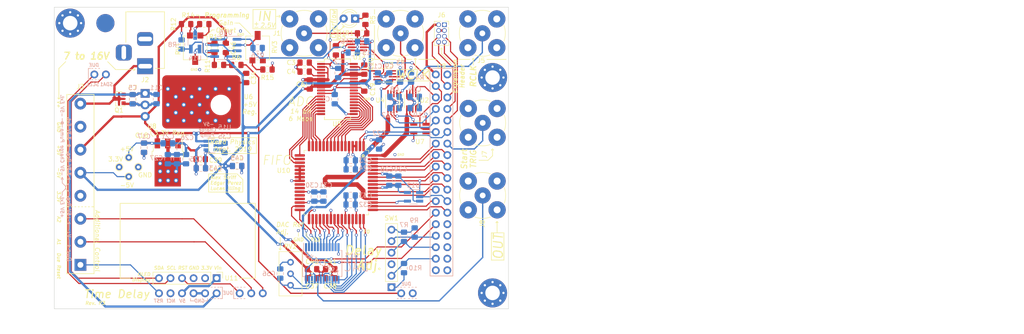
<source format=kicad_pcb>
(kicad_pcb (version 20171130) (host pcbnew "(5.1.2)-1")
  (layers (0 F.Cu mixed) (1 In1.Cu power) (2 In2.Cu power) (31 B.Cu mixed) (34 B.Paste user) (35 F.Paste user) (36 B.SilkS user) (37 F.SilkS user) (38 B.Mask user) (39 F.Mask user) (44 Edge.Cuts user))
  (net 0 "")
  (net 1 +5V)
  (net 2 3.3V)
  (net 3 -5V)
  (net 4 "Net-(D1-Pad2)")
  (net 5 "Net-(D1-Pad1)")
  (net 6 "Net-(J1-Pad1)")
  (net 7 WCLK)
  (net 8 WCLK_S)
  (net 9 RCLK)
  (net 10 GND)
  (net 11 "Net-(RV1-Pad2)")
  (net 12 XRCLK)
  (net 13 XWCLK)
  (net 14 ADC_CLK)
  (net 15 /D0)
  (net 16 /D1)
  (net 17 /D2)
  (net 18 /D3)
  (net 19 /D4)
  (net 20 /D5)
  (net 21 /D6)
  (net 22 /D10)
  (net 23 /D9)
  (net 24 /D8)
  (net 25 /D7)
  (net 26 /D11)
  (net 27 /D12)
  (net 28 /D13)
  (net 29 /F13)
  (net 30 /F12)
  (net 31 /F11)
  (net 32 /F10)
  (net 33 /F9)
  (net 34 /F8)
  (net 35 /F7)
  (net 36 /F6)
  (net 37 /F5)
  (net 38 /F4)
  (net 39 /F3)
  (net 40 /F2)
  (net 41 /F1)
  (net 42 /F0)
  (net 43 "Net-(C2-Pad2)")
  (net 44 V+)
  (net 45 "Net-(J7-Pad1)")
  (net 46 PROG_ADC)
  (net 47 PROG_D)
  (net 48 "Net-(RV2-Pad2)")
  (net 49 "Net-(RV3-Pad2)")
  (net 50 "Net-(U11-Pad1)")
  (net 51 A2)
  (net 52 A1)
  (net 53 RST1)
  (net 54 "Net-(U10-Pad1)")
  (net 55 "Net-(R9-Pad2)")
  (net 56 "Net-(R13-Pad1)")
  (net 57 "Net-(U11-Pad4)")
  (net 58 "Net-(R14-Pad1)")
  (net 59 ~PROG)
  (net 60 ADC_CLK_S)
  (net 61 "Net-(J6-Pad8)")
  (net 62 "Net-(J6-Pad7)")
  (net 63 "Net-(J6-Pad6)")
  (net 64 "Net-(J6-Pad5)")
  (net 65 "Net-(J6-Pad2)")
  (net 66 "Net-(J8-Pad1)")
  (net 67 "Net-(J2-Pad1)")
  (net 68 PROG)
  (net 69 1CLK)
  (net 70 "Net-(U13-Pad24)")
  (net 71 "Net-(U10-Pad49)")
  (net 72 "Net-(U13-Pad1)")
  (net 73 "Net-(U12-Pad2)")
  (net 74 "Net-(U10-Pad50)")
  (net 75 "Net-(U10-Pad54)")
  (net 76 "Net-(U10-Pad53)")
  (net 77 "Net-(U10-Pad57)")
  (net 78 "Net-(U10-Pad56)")
  (net 79 "Net-(U10-Pad60)")
  (net 80 "Net-(U10-Pad58)")
  (net 81 "Net-(U10-Pad62)")
  (net 82 "Net-(U10-Pad61)")
  (net 83 "Net-(U10-Pad63)")
  (net 84 "Net-(U10-Pad2)")
  (net 85 "Net-(U11-Pad6)")
  (net 86 "Net-(U11-Pad5)")
  (net 87 "Net-(U10-Pad51)")
  (net 88 "Net-(C34-Pad1)")
  (net 89 "Net-(C35-Pad2)")
  (net 90 "Net-(C3-Pad2)")
  (net 91 "Net-(C4-Pad1)")
  (net 92 "Net-(C35-Pad1)")
  (net 93 "Net-(C36-Pad2)")
  (net 94 "Net-(R2-Pad2)")
  (net 95 "Net-(R7-Pad2)")
  (net 96 "Net-(R8-Pad1)")
  (net 97 "Net-(R10-Pad2)")
  (net 98 "Net-(R11-Pad1)")
  (net 99 "Net-(R12-Pad2)")
  (net 100 "Net-(R15-Pad1)")
  (net 101 "Net-(R16-Pad2)")
  (module Connector_PinSocket_1.27mm:PinSocket_2x04_P1.27mm_Vertical (layer F.Cu) (at 155.65 69.86)
    (fp_text reference J6 (at -0.635 -2.135) (layer F.SilkS))
    (fp_text value Conn_02x04_Odd_Even)
    (pad 8 thru_hole oval (at -1.27 3.81) (size 1 1) (drill 0.7) (layers *.Cu *.Mask) (net 61 "Net-(J6-Pad8)"))
    (pad 7 thru_hole oval (at 0 3.81) (size 1 1) (drill 0.7) (layers *.Cu *.Mask) (net 62 "Net-(J6-Pad7)"))
    (pad 6 thru_hole oval (at -1.27 2.54) (size 1 1) (drill 0.7) (layers *.Cu *.Mask) (net 63 "Net-(J6-Pad6)"))
    (pad 5 thru_hole oval (at 0 2.54) (size 1 1) (drill 0.7) (layers *.Cu *.Mask) (net 64 "Net-(J6-Pad5)"))
    (pad 4 thru_hole oval (at -1.27 1.27) (size 1 1) (drill 0.7) (layers *.Cu *.Mask) (net 10 GND))
    (pad 3 thru_hole oval (at 0 1.27) (size 1 1) (drill 0.7) (layers *.Cu *.Mask) (net 10 GND))
    (pad 2 thru_hole oval (at -1.27 0) (size 1 1) (drill 0.7) (layers *.Cu *.Mask) (net 65 "Net-(J6-Pad2)"))
    (pad 1 thru_hole rect (at 0 0) (size 1 1) (drill 0.7) (layers *.Cu *.Mask) (net 2 3.3V))
  )
  (module Resistor_SMD:R_0805_2012Metric_Pad1.15x1.40mm_HandSolder (layer F.Cu) (at 131.75 75.5 90)
    (fp_text reference R2 (at 2.5 1.25 180) (layer F.SilkS))
    (fp_text value 22R)
    (pad 2 smd roundrect (at 1.025 0 90) (size 1.15 1.4) (layers F.Cu F.Paste F.Mask) (roundrect_rratio 0.217391) (net 94 "Net-(R2-Pad2)"))
    (pad 1 smd roundrect (at -1.025 0 90) (size 1.15 1.4) (layers F.Cu F.Paste F.Mask) (roundrect_rratio 0.217391) (net 43 "Net-(C2-Pad2)"))
  )
  (module Capacitor_SMD:C_0805_2012Metric_Pad1.15x1.40mm_HandSolder (layer B.Cu) (at 132.25 80.5 90)
    (fp_text reference C2 (at 2.5 0) (layer B.SilkS) (effects (justify mirror)))
    (fp_text value 1n)
    (pad 2 smd roundrect (at 1.025 0 90) (size 1.15 1.4) (layers B.Cu B.Paste B.Mask) (roundrect_rratio 0.217391) (net 43 "Net-(C2-Pad2)"))
    (pad 1 smd roundrect (at -1.025 0 90) (size 1.15 1.4) (layers B.Cu B.Paste B.Mask) (roundrect_rratio 0.217391) (net 10 GND))
  )
  (module Capacitor_SMD:C_0805_2012Metric_Pad1.15x1.40mm_HandSolder (layer B.Cu) (at 141.25 96.25 90)
    (fp_text reference C22 (at 2.5 0) (layer B.SilkS) (effects (justify mirror)))
    (fp_text value 0u1)
    (pad 2 smd roundrect (at 1.025 0 90) (size 1.15 1.4) (layers B.Cu B.Paste B.Mask) (roundrect_rratio 0.217391) (net 10 GND))
    (pad 1 smd roundrect (at -1.025 0 90) (size 1.15 1.4) (layers B.Cu B.Paste B.Mask) (roundrect_rratio 0.217391) (net 2 3.3V))
  )
  (module Package_TO_SOT_SMD:SOT-23-5_HandSoldering (layer B.Cu) (at 148.85 107.8 180)
    (fp_text reference U12 (at 0 2.55) (layer B.SilkS) (effects (justify mirror)))
    (fp_text value 74LVC1G08)
    (pad 5 smd rect (at 1.35 0.95 180) (size 1.56 0.65) (layers B.Cu B.Paste B.Mask) (net 2 3.3V))
    (pad 4 smd rect (at 1.35 -0.95 180) (size 1.56 0.65) (layers B.Cu B.Paste B.Mask) (net 87 "Net-(U10-Pad51)"))
    (pad 3 smd rect (at -1.35 -0.95 180) (size 1.56 0.65) (layers B.Cu B.Paste B.Mask) (net 10 GND))
    (pad 2 smd rect (at -1.35 0 180) (size 1.56 0.65) (layers B.Cu B.Paste B.Mask) (net 73 "Net-(U12-Pad2)"))
    (pad 1 smd rect (at -1.35 0.95 180) (size 1.56 0.65) (layers B.Cu B.Paste B.Mask) (net 77 "Net-(U10-Pad57)"))
  )
  (module Package_TO_SOT_SMD:SOT-23-5_HandSoldering (layer F.Cu) (at 150.25 92.75 180)
    (fp_text reference U7 (at 0 -2.9) (layer F.SilkS))
    (fp_text value 74LVC1G04)
    (pad 5 smd rect (at 1.35 -0.95 180) (size 1.56 0.65) (layers F.Cu F.Paste F.Mask) (net 2 3.3V))
    (pad 4 smd rect (at 1.35 0.95 180) (size 1.56 0.65) (layers F.Cu F.Paste F.Mask) (net 68 PROG))
    (pad 3 smd rect (at -1.35 0.95 180) (size 1.56 0.65) (layers F.Cu F.Paste F.Mask) (net 10 GND))
    (pad 2 smd rect (at -1.35 0 180) (size 1.56 0.65) (layers F.Cu F.Paste F.Mask) (net 59 ~PROG))
    (pad 1 smd rect (at -1.35 -0.95 180) (size 1.56 0.65) (layers F.Cu F.Paste F.Mask))
  )
  (module FIFO_P:Rotary_Encoder_61C (layer F.Cu) (at 144 127.75 180)
    (fp_text reference SW1 (at 0 15.25 180) (layer F.SilkS))
    (fp_text value Rotary_Encoder_61C)
    (pad 6 thru_hole oval (at 0 12.7 180) (size 1.7 1.7) (drill 1) (layers *.Cu *.Mask) (net 2 3.3V))
    (pad 5 thru_hole oval (at 0 10.16 180) (size 1.7 1.7) (drill 1) (layers *.Cu *.Mask) (net 55 "Net-(R9-Pad2)"))
    (pad 4 thru_hole oval (at 0 7.62 180) (size 1.7 1.7) (drill 1) (layers *.Cu *.Mask) (net 95 "Net-(R7-Pad2)"))
    (pad 3 thru_hole oval (at 0 5.08 180) (size 1.7 1.7) (drill 1) (layers *.Cu *.Mask) (net 2 3.3V))
    (pad 2 thru_hole oval (at 0 2.54 180) (size 1.7 1.7) (drill 1) (layers *.Cu *.Mask) (net 97 "Net-(R10-Pad2)"))
    (pad 1 thru_hole rect (at 0 0 180) (size 1.7 1.7) (drill 1) (layers *.Cu *.Mask) (net 10 GND))
  )
  (module FIFO_P:Test_Pin (layer F.Cu) (at 84.035644 101.25 225)
    (fp_text reference TP4 hide)
    (fp_text value 3.3V)
    (pad 1 thru_hole circle (at 0 0 225) (size 1.399924 1.399924) (drill 0.7) (layers *.Cu *.Mask) (net 2 3.3V))
  )
  (module FIFO_P:Test_Pin (layer F.Cu) (at 86.142822 103.357178 225)
    (fp_text reference TP3 hide)
    (fp_text value -5V)
    (pad 1 thru_hole circle (at 0 0 225) (size 1.399924 1.399924) (drill 0.7) (layers *.Cu *.Mask) (net 3 -5V))
  )
  (module FIFO_P:Test_Pin (layer F.Cu) (at 86.142822 99.142822 225)
    (fp_text reference TP2 hide)
    (fp_text value +5V)
    (pad 1 thru_hole circle (at 0 0 225) (size 1.399924 1.399924) (drill 0.7) (layers *.Cu *.Mask) (net 1 +5V))
  )
  (module FIFO_P:Test_Pin (layer F.Cu) (at 88.25 101.25 225)
    (fp_text reference TP1 hide)
    (fp_text value GND)
    (pad 1 thru_hole circle (at 0 0 225) (size 1.399924 1.399924) (drill 0.7) (layers *.Cu *.Mask) (net 10 GND))
  )
  (module MountingHole:MountingHole_3.2mm_M3_Pad_Via (layer F.Cu) (at 166.25 81.5)
    (fp_text reference REF** hide)
    (fp_text value MountingHole_3.2mm_M3_Pad_Via)
    (pad 1 thru_hole circle (at 1.697056 -1.697056) (size 0.8 0.8) (drill 0.5) (layers *.Cu *.Mask))
    (pad 1 thru_hole circle (at 0 -2.4) (size 0.8 0.8) (drill 0.5) (layers *.Cu *.Mask))
    (pad 1 thru_hole circle (at -1.697056 -1.697056) (size 0.8 0.8) (drill 0.5) (layers *.Cu *.Mask))
    (pad 1 thru_hole circle (at -2.4 0) (size 0.8 0.8) (drill 0.5) (layers *.Cu *.Mask))
    (pad 1 thru_hole circle (at -1.697056 1.697056) (size 0.8 0.8) (drill 0.5) (layers *.Cu *.Mask))
    (pad 1 thru_hole circle (at 0 2.4) (size 0.8 0.8) (drill 0.5) (layers *.Cu *.Mask))
    (pad 1 thru_hole circle (at 1.697056 1.697056) (size 0.8 0.8) (drill 0.5) (layers *.Cu *.Mask))
    (pad 1 thru_hole circle (at 2.4 0) (size 0.8 0.8) (drill 0.5) (layers *.Cu *.Mask))
    (pad 1 thru_hole circle (at 0 0) (size 6.4 6.4) (drill 3.2) (layers *.Cu *.Mask) (net 10 GND))
  )
  (module Package_TO_SOT_SMD:SOT-23 (layer F.Cu) (at 84 86.2 180)
    (fp_text reference Q1 (at 0 -2.5) (layer F.SilkS))
    (fp_text value DMP3099L)
    (pad 3 smd rect (at 1 0 180) (size 0.9 0.8) (layers F.Cu F.Paste F.Mask) (net 67 "Net-(J2-Pad1)"))
    (pad 2 smd rect (at -1 0.95 180) (size 0.9 0.8) (layers F.Cu F.Paste F.Mask) (net 44 V+))
    (pad 1 smd rect (at -1 -0.95 180) (size 0.9 0.8) (layers F.Cu F.Paste F.Mask) (net 10 GND))
  )
  (module FIFO_P:SSOP-36_5.3mm_Pitch0.65mm (layer F.Cu) (at 128.4932 78.5086)
    (fp_text reference U5 (at 3.5068 13.2414) (layer F.SilkS))
    (fp_text value LTC1740)
    (pad 36 smd rect (at 7.2068 -0.0086) (size 1.75 0.45) (layers F.Cu F.Paste F.Mask) (net 4 "Net-(D1-Pad2)"))
    (pad 35 smd rect (at 7.2068 0.6414) (size 1.75 0.45) (layers F.Cu F.Paste F.Mask) (net 14 ADC_CLK))
    (pad 34 smd rect (at 7.2068 1.2914) (size 1.75 0.45) (layers F.Cu F.Paste F.Mask) (net 10 GND))
    (pad 33 smd rect (at 7.2068 1.9414) (size 1.75 0.45) (layers F.Cu F.Paste F.Mask) (net 1 +5V))
    (pad 32 smd rect (at 7.2068 2.5914) (size 1.75 0.45) (layers F.Cu F.Paste F.Mask) (net 1 +5V))
    (pad 31 smd rect (at 7.2068 3.2414) (size 1.75 0.45) (layers F.Cu F.Paste F.Mask) (net 10 GND))
    (pad 30 smd rect (at 7.2068 3.8914) (size 1.75 0.45) (layers F.Cu F.Paste F.Mask) (net 3 -5V))
    (pad 29 smd rect (at 7.2068 4.5414) (size 1.75 0.45) (layers F.Cu F.Paste F.Mask) (net 3 -5V))
    (pad 1 smd rect (at 0.0068 -0.0086) (size 1.75 0.45) (layers F.Cu F.Paste F.Mask) (net 43 "Net-(C2-Pad2)"))
    (pad 2 smd rect (at 0.0068 0.6414) (size 1.75 0.45) (layers F.Cu F.Paste F.Mask) (net 10 GND))
    (pad 3 smd rect (at 0.0068 1.2914) (size 1.75 0.45) (layers F.Cu F.Paste F.Mask) (net 90 "Net-(C3-Pad2)"))
    (pad 4 smd rect (at 0.0068 1.9414) (size 1.75 0.45) (layers F.Cu F.Paste F.Mask) (net 10 GND))
    (pad 5 smd rect (at 0.0068 2.5914) (size 1.75 0.45) (layers F.Cu F.Paste F.Mask) (net 91 "Net-(C4-Pad1)"))
    (pad 6 smd rect (at 0.0068 3.2414) (size 1.75 0.45) (layers F.Cu F.Paste F.Mask) (net 10 GND))
    (pad 7 smd rect (at 0.0068 3.8914) (size 1.75 0.45) (layers F.Cu F.Paste F.Mask) (net 10 GND))
    (pad 8 smd rect (at 0.0068 4.5414) (size 1.75 0.45) (layers F.Cu F.Paste F.Mask) (net 1 +5V))
    (pad 9 smd rect (at 0.0068 5.1914) (size 1.75 0.45) (layers F.Cu F.Paste F.Mask) (net 1 +5V))
    (pad 10 smd rect (at 0.0068 5.8414) (size 1.75 0.45) (layers F.Cu F.Paste F.Mask) (net 10 GND))
    (pad 11 smd rect (at 0.0068 6.4914) (size 1.75 0.45) (layers F.Cu F.Paste F.Mask) (net 10 GND))
    (pad 12 smd rect (at 0.0068 7.1414) (size 1.75 0.45) (layers F.Cu F.Paste F.Mask) (net 28 /D13))
    (pad 13 smd rect (at 0.0068 7.7914) (size 1.75 0.45) (layers F.Cu F.Paste F.Mask) (net 27 /D12))
    (pad 14 smd rect (at 0.0068 8.4414) (size 1.75 0.45) (layers F.Cu F.Paste F.Mask) (net 26 /D11))
    (pad 18 smd rect (at 0.0068 11.0414) (size 1.75 0.45) (layers F.Cu F.Paste F.Mask) (net 25 /D7))
    (pad 17 smd rect (at 0.0068 10.3914) (size 1.75 0.45) (layers F.Cu F.Paste F.Mask) (net 24 /D8))
    (pad 16 smd rect (at 0.0068 9.7414) (size 1.75 0.45) (layers F.Cu F.Paste F.Mask) (net 23 /D9))
    (pad 15 smd rect (at 0.0068 9.0914) (size 1.75 0.45) (layers F.Cu F.Paste F.Mask) (net 22 /D10))
    (pad 19 smd rect (at 7.2068 11.0414) (size 1.75 0.45) (layers F.Cu F.Paste F.Mask) (net 2 3.3V))
    (pad 20 smd rect (at 7.2068 10.3914) (size 1.75 0.45) (layers F.Cu F.Paste F.Mask) (net 21 /D6))
    (pad 21 smd rect (at 7.2068 9.7414) (size 1.75 0.45) (layers F.Cu F.Paste F.Mask) (net 20 /D5))
    (pad 22 smd rect (at 7.2068 9.0914) (size 1.75 0.45) (layers F.Cu F.Paste F.Mask) (net 19 /D4))
    (pad 23 smd rect (at 7.2068 8.4414) (size 1.75 0.45) (layers F.Cu F.Paste F.Mask) (net 18 /D3))
    (pad 24 smd rect (at 7.2068 7.7914) (size 1.75 0.45) (layers F.Cu F.Paste F.Mask) (net 17 /D2))
    (pad 25 smd rect (at 7.2068 7.1414) (size 1.75 0.45) (layers F.Cu F.Paste F.Mask) (net 16 /D1))
    (pad 26 smd rect (at 7.2068 6.4914) (size 1.75 0.45) (layers F.Cu F.Paste F.Mask) (net 15 /D0))
    (pad 27 smd rect (at 7.2068 5.8414) (size 1.75 0.45) (layers F.Cu F.Paste F.Mask) (clearance 0.195))
    (pad 28 smd rect (at 7.20598 5.19176) (size 1.75 0.45) (layers F.Cu F.Paste F.Mask) (net 10 GND) (clearance 0.195))
  )
  (module Resistor_SMD:R_0805_2012Metric_Pad1.15x1.40mm_HandSolder (layer F.Cu) (at 137.525 71.75 180)
    (fp_text reference R1 (at 2.775 0) (layer F.SilkS))
    (fp_text value 49R9)
    (pad 2 smd roundrect (at 1.025 0 180) (size 1.15 1.4) (layers F.Cu F.Paste F.Mask) (roundrect_rratio 0.217391) (net 6 "Net-(J1-Pad1)"))
    (pad 1 smd roundrect (at -1.025 0 180) (size 1.15 1.4) (layers F.Cu F.Paste F.Mask) (roundrect_rratio 0.217391) (net 10 GND))
  )
  (module MountingHole:MountingHole_3.2mm_M3_Pad_Via (layer F.Cu) (at 73.25 69.5)
    (fp_text reference REF** hide)
    (fp_text value MountingHole_3.2mm_M3_Pad_Via)
    (pad 1 thru_hole circle (at 1.697056 -1.697056) (size 0.8 0.8) (drill 0.5) (layers *.Cu *.Mask))
    (pad 1 thru_hole circle (at 0 -2.4) (size 0.8 0.8) (drill 0.5) (layers *.Cu *.Mask))
    (pad 1 thru_hole circle (at -1.697056 -1.697056) (size 0.8 0.8) (drill 0.5) (layers *.Cu *.Mask))
    (pad 1 thru_hole circle (at -2.4 0) (size 0.8 0.8) (drill 0.5) (layers *.Cu *.Mask))
    (pad 1 thru_hole circle (at -1.697056 1.697056) (size 0.8 0.8) (drill 0.5) (layers *.Cu *.Mask))
    (pad 1 thru_hole circle (at 0 2.4) (size 0.8 0.8) (drill 0.5) (layers *.Cu *.Mask))
    (pad 1 thru_hole circle (at 1.697056 1.697056) (size 0.8 0.8) (drill 0.5) (layers *.Cu *.Mask))
    (pad 1 thru_hole circle (at 2.4 0) (size 0.8 0.8) (drill 0.5) (layers *.Cu *.Mask))
    (pad 1 thru_hole circle (at 0 0) (size 6.4 6.4) (drill 3.2) (layers *.Cu *.Mask) (net 10 GND))
  )
  (module MountingHole:MountingHole_3.2mm_M3_Pad_Via (layer F.Cu) (at 166.25 129)
    (fp_text reference REF** hide)
    (fp_text value MountingHole_3.2mm_M3_Pad_Via)
    (pad 1 thru_hole circle (at 1.697056 -1.697056) (size 0.8 0.8) (drill 0.5) (layers *.Cu *.Mask))
    (pad 1 thru_hole circle (at 0 -2.4) (size 0.8 0.8) (drill 0.5) (layers *.Cu *.Mask))
    (pad 1 thru_hole circle (at -1.697056 -1.697056) (size 0.8 0.8) (drill 0.5) (layers *.Cu *.Mask))
    (pad 1 thru_hole circle (at -2.4 0) (size 0.8 0.8) (drill 0.5) (layers *.Cu *.Mask))
    (pad 1 thru_hole circle (at -1.697056 1.697056) (size 0.8 0.8) (drill 0.5) (layers *.Cu *.Mask))
    (pad 1 thru_hole circle (at 0 2.4) (size 0.8 0.8) (drill 0.5) (layers *.Cu *.Mask))
    (pad 1 thru_hole circle (at 1.697056 1.697056) (size 0.8 0.8) (drill 0.5) (layers *.Cu *.Mask))
    (pad 1 thru_hole circle (at 2.4 0) (size 0.8 0.8) (drill 0.5) (layers *.Cu *.Mask))
    (pad 1 thru_hole circle (at 0 0) (size 6.4 6.4) (drill 3.2) (layers *.Cu *.Mask) (net 10 GND))
  )
  (module FIFO_P:Arduino_Due_Selected_Pins (layer F.Cu) (at 59.7724 131.62218)
    (fp_text reference U9 (at 95.2276 -52.62218) (layer F.SilkS))
    (fp_text value ARDUINO_DUE_FIFO_P_COMMANDS)
    (pad VIN thru_hole oval (at 45.72 -2.54) (size 1.7272 1.7272) (drill 1.016) (layers *.Cu *.Mask) (net 44 V+))
    (pad GND6 thru_hole oval (at 96.52 -7.62) (size 1.7272 1.7272) (drill 1.016) (layers *.Cu *.Mask))
    (pad GND5 thru_hole oval (at 93.98 -7.62) (size 1.7272 1.7272) (drill 1.016) (layers *.Cu *.Mask))
    (pad D53 thru_hole oval (at 96.52 -10.16) (size 1.7272 1.7272) (drill 1.016) (layers *.Cu *.Mask))
    (pad D52 thru_hole oval (at 93.98 -10.16) (size 1.7272 1.7272) (drill 1.016) (layers *.Cu *.Mask) (net 97 "Net-(R10-Pad2)"))
    (pad D51 thru_hole oval (at 96.52 -12.7) (size 1.7272 1.7272) (drill 1.016) (layers *.Cu *.Mask))
    (pad D50 thru_hole oval (at 93.98 -12.7) (size 1.7272 1.7272) (drill 1.016) (layers *.Cu *.Mask) (net 95 "Net-(R7-Pad2)"))
    (pad D49 thru_hole oval (at 96.52 -15.24) (size 1.7272 1.7272) (drill 1.016) (layers *.Cu *.Mask))
    (pad D48 thru_hole oval (at 93.98 -15.24) (size 1.7272 1.7272) (drill 1.016) (layers *.Cu *.Mask) (net 55 "Net-(R9-Pad2)"))
    (pad D47 thru_hole oval (at 96.52 -17.78) (size 1.7272 1.7272) (drill 1.016) (layers *.Cu *.Mask))
    (pad D46 thru_hole oval (at 93.98 -17.78) (size 1.7272 1.7272) (drill 1.016) (layers *.Cu *.Mask) (net 70 "Net-(U13-Pad24)"))
    (pad D45 thru_hole oval (at 96.52 -20.32) (size 1.7272 1.7272) (drill 1.016) (layers *.Cu *.Mask) (net 71 "Net-(U10-Pad49)"))
    (pad D44 thru_hole oval (at 93.98 -20.32) (size 1.7272 1.7272) (drill 1.016) (layers *.Cu *.Mask) (net 72 "Net-(U13-Pad1)"))
    (pad D43 thru_hole oval (at 96.52 -22.86) (size 1.7272 1.7272) (drill 1.016) (layers *.Cu *.Mask) (net 73 "Net-(U12-Pad2)"))
    (pad D42 thru_hole oval (at 93.98 -22.86) (size 1.7272 1.7272) (drill 1.016) (layers *.Cu *.Mask) (net 74 "Net-(U10-Pad50)"))
    (pad D41 thru_hole oval (at 96.52 -25.4) (size 1.7272 1.7272) (drill 1.016) (layers *.Cu *.Mask) (net 75 "Net-(U10-Pad54)"))
    (pad D40 thru_hole oval (at 93.98 -25.4) (size 1.7272 1.7272) (drill 1.016) (layers *.Cu *.Mask) (net 76 "Net-(U10-Pad53)"))
    (pad D39 thru_hole oval (at 96.52 -27.94) (size 1.7272 1.7272) (drill 1.016) (layers *.Cu *.Mask) (net 77 "Net-(U10-Pad57)"))
    (pad D38 thru_hole oval (at 93.98 -27.94) (size 1.7272 1.7272) (drill 1.016) (layers *.Cu *.Mask) (net 78 "Net-(U10-Pad56)"))
    (pad D37 thru_hole oval (at 96.52 -30.48) (size 1.7272 1.7272) (drill 1.016) (layers *.Cu *.Mask) (net 79 "Net-(U10-Pad60)"))
    (pad D36 thru_hole oval (at 93.98 -30.48) (size 1.7272 1.7272) (drill 1.016) (layers *.Cu *.Mask) (net 80 "Net-(U10-Pad58)"))
    (pad D35 thru_hole oval (at 96.52 -33.02) (size 1.7272 1.7272) (drill 1.016) (layers *.Cu *.Mask) (net 81 "Net-(U10-Pad62)"))
    (pad D34 thru_hole oval (at 93.98 -33.02) (size 1.7272 1.7272) (drill 1.016) (layers *.Cu *.Mask) (net 82 "Net-(U10-Pad61)"))
    (pad D33 thru_hole oval (at 96.52 -35.56) (size 1.7272 1.7272) (drill 1.016) (layers *.Cu *.Mask) (net 45 "Net-(J7-Pad1)"))
    (pad D32 thru_hole oval (at 93.98 -35.56) (size 1.7272 1.7272) (drill 1.016) (layers *.Cu *.Mask) (net 83 "Net-(U10-Pad63)"))
    (pad D31 thru_hole oval (at 96.52 -38.1) (size 1.7272 1.7272) (drill 1.016) (layers *.Cu *.Mask) (net 54 "Net-(U10-Pad1)"))
    (pad D30 thru_hole oval (at 93.98 -38.1) (size 1.7272 1.7272) (drill 1.016) (layers *.Cu *.Mask) (net 84 "Net-(U10-Pad2)"))
    (pad D29 thru_hole oval (at 96.52 -40.64) (size 1.7272 1.7272) (drill 1.016) (layers *.Cu *.Mask) (net 64 "Net-(J6-Pad5)"))
    (pad D28 thru_hole oval (at 93.98 -40.64) (size 1.7272 1.7272) (drill 1.016) (layers *.Cu *.Mask) (net 60 ADC_CLK_S))
    (pad D27 thru_hole oval (at 96.52 -43.18) (size 1.7272 1.7272) (drill 1.016) (layers *.Cu *.Mask) (net 62 "Net-(J6-Pad7)"))
    (pad D26 thru_hole oval (at 93.98 -43.18) (size 1.7272 1.7272) (drill 1.016) (layers *.Cu *.Mask) (net 69 1CLK))
    (pad D25 thru_hole oval (at 96.52 -45.72) (size 1.7272 1.7272) (drill 1.016) (layers *.Cu *.Mask) (net 61 "Net-(J6-Pad8)"))
    (pad D24 thru_hole oval (at 93.98 -45.72) (size 1.7272 1.7272) (drill 1.016) (layers *.Cu *.Mask) (net 8 WCLK_S))
    (pad D23 thru_hole oval (at 96.52 -48.26) (size 1.7272 1.7272) (drill 1.016) (layers *.Cu *.Mask) (net 63 "Net-(J6-Pad6)"))
    (pad D22 thru_hole oval (at 93.98 -48.26) (size 1.7272 1.7272) (drill 1.016) (layers *.Cu *.Mask) (net 59 ~PROG))
    (pad 5V4 thru_hole oval (at 96.52 -50.8) (size 1.7272 1.7272) (drill 1.016) (layers *.Cu *.Mask))
    (pad 5V3 thru_hole oval (at 93.98 -50.8) (size 1.7272 1.7272) (drill 1.016) (layers *.Cu *.Mask) (net 65 "Net-(J6-Pad2)"))
    (pad DAC1 thru_hole oval (at 86.36 -2.54) (size 1.7272 1.7272) (drill 1.016) (layers *.Cu *.Mask) (net 47 PROG_D))
    (pad CANRX thru_hole oval (at 88.9 -2.54) (size 1.7272 1.7272) (drill 1.016) (layers *.Cu *.Mask))
    (pad A1 thru_hole oval (at 53.34 -2.54) (size 1.7272 1.7272) (drill 1.016) (layers *.Cu *.Mask) (net 52 A1))
    (pad SDA1 thru_hole oval (at 21.336 -50.8) (size 1.7272 1.7272) (drill 1.016) (layers *.Cu *.Mask) (net 85 "Net-(U11-Pad6)"))
    (pad SCL1 thru_hole oval (at 18.796 -50.8) (size 1.7272 1.7272) (drill 1.016) (layers *.Cu *.Mask) (net 86 "Net-(U11-Pad5)"))
    (pad "" np_thru_hole circle (at 13.97 -2.54) (size 3.2 3.2) (drill 3.2) (layers *.Cu *.Mask))
    (pad "" np_thru_hole circle (at 15.24 -50.8) (size 3.2 3.2) (drill 3.2) (layers *.Cu *.Mask))
    (pad 5V1 thru_hole oval (at 38.1 -2.54) (size 1.7272 1.7272) (drill 1.016) (layers *.Cu *.Mask) (net 50 "Net-(U11-Pad1)"))
    (pad GND2 thru_hole oval (at 40.64 -2.54) (size 1.7272 1.7272) (drill 1.016) (layers *.Cu *.Mask) (net 10 GND))
    (pad GND3 thru_hole oval (at 43.18 -2.54) (size 1.7272 1.7272) (drill 1.016) (layers *.Cu *.Mask) (net 10 GND))
    (pad A0 thru_hole oval (at 50.8 -2.54) (size 1.7272 1.7272) (drill 1.016) (layers *.Cu *.Mask) (net 57 "Net-(U11-Pad4)"))
    (pad A2 thru_hole oval (at 55.88 -2.54) (size 1.7272 1.7272) (drill 1.016) (layers *.Cu *.Mask) (net 51 A2))
    (pad RST1 thru_hole oval (at 33.02 -2.54) (size 1.7272 1.7272) (drill 1.016) (layers *.Cu *.Mask) (net 53 RST1))
    (pad 3V3 thru_hole oval (at 35.56 -2.54) (size 1.7272 1.7272) (drill 1.016) (layers *.Cu *.Mask))
  )
  (module Resistor_SMD:R_0805_2012Metric_Pad1.15x1.40mm_HandSolder (layer B.Cu) (at 149.1 115.675 270)
    (fp_text reference R9 (at -2.675 0.1 180) (layer B.SilkS) (effects (justify mirror)))
    (fp_text value 5k1)
    (pad 2 smd roundrect (at 1.025 0 270) (size 1.15 1.4) (layers B.Cu B.Paste B.Mask) (roundrect_rratio 0.217391) (net 55 "Net-(R9-Pad2)"))
    (pad 1 smd roundrect (at -1.025 0 270) (size 1.15 1.4) (layers B.Cu B.Paste B.Mask) (roundrect_rratio 0.217391) (net 2 3.3V))
  )
  (module FIFO_P:Adafruit_128x32_OLED_I2C_1306 (layer F.Cu) (at 105.5 125.75 270)
    (fp_text reference U11 (at -0.02156 -3.25 180) (layer F.SilkS))
    (fp_text value Adafruit_128x32_OLED_I2C_1306)
    (pad 6 thru_hole oval (at 0 12.7 270) (size 1.7 1.7) (drill 1) (layers *.Cu *.Mask) (net 85 "Net-(U11-Pad6)"))
    (pad 5 thru_hole oval (at 0 10.16 270) (size 1.7 1.7) (drill 1) (layers *.Cu *.Mask) (net 86 "Net-(U11-Pad5)"))
    (pad 4 thru_hole oval (at 0 7.62 270) (size 1.7 1.7) (drill 1) (layers *.Cu *.Mask) (net 57 "Net-(U11-Pad4)"))
    (pad 3 thru_hole oval (at 0 5.08 270) (size 1.7 1.7) (drill 1) (layers *.Cu *.Mask) (net 10 GND))
    (pad 2 thru_hole oval (at 0 2.54 270) (size 1.7 1.7) (drill 1) (layers *.Cu *.Mask))
    (pad 1 thru_hole rect (at 0 0 270) (size 1.7 1.7) (drill 1) (layers *.Cu *.Mask) (net 50 "Net-(U11-Pad1)"))
  )
  (module Resistor_SMD:R_0805_2012Metric_Pad1.15x1.40mm_HandSolder (layer B.Cu) (at 146.75 123.525 90)
    (fp_text reference R10 (at 0.025 2.5 180) (layer B.SilkS) (effects (justify mirror)))
    (fp_text value 5k1)
    (pad 1 smd roundrect (at -1.025 0 90) (size 1.15 1.4) (layers B.Cu B.Paste B.Mask) (roundrect_rratio 0.217391) (net 10 GND))
    (pad 2 smd roundrect (at 1.025 0 90) (size 1.15 1.4) (layers B.Cu B.Paste B.Mask) (roundrect_rratio 0.217391) (net 97 "Net-(R10-Pad2)"))
  )
  (module Resistor_SMD:R_0805_2012Metric_Pad1.15x1.40mm_HandSolder (layer B.Cu) (at 146.75 116.625 270)
    (fp_text reference R7 (at -2.625 0 180) (layer B.SilkS) (effects (justify mirror)))
    (fp_text value 5k1)
    (pad 2 smd roundrect (at 1.025 0 270) (size 1.15 1.4) (layers B.Cu B.Paste B.Mask) (roundrect_rratio 0.217391) (net 95 "Net-(R7-Pad2)"))
    (pad 1 smd roundrect (at -1.025 0 270) (size 1.15 1.4) (layers B.Cu B.Paste B.Mask) (roundrect_rratio 0.217391) (net 2 3.3V))
  )
  (module Resistor_SMD:R_0805_2012Metric_Pad1.15x1.40mm_HandSolder (layer F.Cu) (at 138.25 68.774999 270)
    (fp_text reference R5 (at 0 -1.65 90) (layer F.SilkS))
    (fp_text value 220R)
    (pad 2 smd roundrect (at 1.025 0 270) (size 1.15 1.4) (layers F.Cu F.Paste F.Mask) (roundrect_rratio 0.217391) (net 10 GND))
    (pad 1 smd roundrect (at -1.025 0 270) (size 1.15 1.4) (layers F.Cu F.Paste F.Mask) (roundrect_rratio 0.217391) (net 5 "Net-(D1-Pad1)"))
  )
  (module Potentiometer_SMD:Potentiometer_Vishay_TS53YL_Vertical (layer F.Cu) (at 114.520889 74.965254 270)
    (fp_text reference RV3 (at -0.175 -3.75 90) (layer F.SilkS))
    (fp_text value 1k)
    (pad 1 smd rect (at 2.75 -1.15 270) (size 1.3 1.3) (layers F.Cu F.Paste F.Mask) (net 101 "Net-(R16-Pad2)"))
    (pad 2 smd rect (at -2.75 0 270) (size 2 1.3) (layers F.Cu F.Paste F.Mask) (net 49 "Net-(RV3-Pad2)"))
    (pad 3 smd rect (at 2.75 1.15 270) (size 1.3 1.3) (layers F.Cu F.Paste F.Mask) (net 100 "Net-(R15-Pad1)"))
  )
  (module Capacitor_SMD:C_0805_2012Metric_Pad1.15x1.40mm_HandSolder (layer B.Cu) (at 137.525 73.5)
    (fp_text reference C16 (at -3.275 0) (layer B.SilkS) (effects (justify mirror)))
    (fp_text value 0u1)
    (pad 2 smd roundrect (at 1.025 0) (size 1.15 1.4) (layers B.Cu B.Paste B.Mask) (roundrect_rratio 0.217391) (net 3 -5V))
    (pad 1 smd roundrect (at -1.025 0) (size 1.15 1.4) (layers B.Cu B.Paste B.Mask) (roundrect_rratio 0.217391) (net 10 GND))
  )
  (module Capacitor_SMD:C_0805_2012Metric_Pad1.15x1.40mm_HandSolder (layer B.Cu) (at 135.475 76)
    (fp_text reference C15 (at 3.525 0) (layer B.SilkS) (effects (justify mirror)))
    (fp_text value 0u1)
    (pad 2 smd roundrect (at 1.025 0) (size 1.15 1.4) (layers B.Cu B.Paste B.Mask) (roundrect_rratio 0.217391) (net 10 GND))
    (pad 1 smd roundrect (at -1.025 0) (size 1.15 1.4) (layers B.Cu B.Paste B.Mask) (roundrect_rratio 0.217391) (net 1 +5V))
  )
  (module Potentiometer_SMD:Potentiometer_Vishay_TS53YL_Vertical (layer F.Cu) (at 100.77089 74.965254 90)
    (fp_text reference RV1 (at -0.175 -3.75 90) (layer F.SilkS))
    (fp_text value 1k)
    (pad 1 smd rect (at 2.75 -1.15 90) (size 1.3 1.3) (layers F.Cu F.Paste F.Mask) (net 99 "Net-(R12-Pad2)"))
    (pad 2 smd rect (at -2.75 0 90) (size 2 1.3) (layers F.Cu F.Paste F.Mask) (net 11 "Net-(RV1-Pad2)"))
    (pad 3 smd rect (at 2.75 1.15 90) (size 1.3 1.3) (layers F.Cu F.Paste F.Mask) (net 58 "Net-(R14-Pad1)"))
  )
  (module Package_TO_SOT_SMD:SOT-23_Handsoldering (layer B.Cu) (at 100.770889 73.715254 90)
    (fp_text reference U14 (at -3.534746 -0.020889 180) (layer B.SilkS) (effects (justify mirror)))
    (fp_text value LM4041LP-ADJ)
    (pad 1 smd rect (at -1.5 0.95 90) (size 1.9 0.8) (layers B.Cu B.Paste B.Mask) (net 11 "Net-(RV1-Pad2)"))
    (pad 2 smd rect (at -1.5 -0.95 90) (size 1.9 0.8) (layers B.Cu B.Paste B.Mask) (net 96 "Net-(R8-Pad1)"))
    (pad 3 smd rect (at 1.5 0 90) (size 1.9 0.8) (layers B.Cu B.Paste B.Mask) (net 10 GND))
  )
  (module Package_SO:SOIC-8_3.9x4.9mm_P1.27mm (layer B.Cu) (at 107.520889 74.965254 180)
    (fp_text reference U16 (at 0 3.4) (layer B.SilkS) (effects (justify mirror)))
    (fp_text value TL082)
    (pad 1 smd roundrect (at -2.475 1.905 180) (size 1.95 0.6) (layers B.Cu B.Paste B.Mask) (net 46 PROG_ADC))
    (pad 2 smd roundrect (at -2.475 0.635 180) (size 1.95 0.6) (layers B.Cu B.Paste B.Mask) (net 49 "Net-(RV3-Pad2)"))
    (pad 3 smd roundrect (at -2.475 -0.635 180) (size 1.95 0.6) (layers B.Cu B.Paste B.Mask) (net 56 "Net-(R13-Pad1)"))
    (pad 4 smd roundrect (at -2.475 -1.905 180) (size 1.95 0.6) (layers B.Cu B.Paste B.Mask) (net 3 -5V))
    (pad 5 smd roundrect (at 2.475 -1.905 180) (size 1.95 0.6) (layers B.Cu B.Paste B.Mask) (net 96 "Net-(R8-Pad1)"))
    (pad 6 smd roundrect (at 2.475 -0.635 180) (size 1.95 0.6) (layers B.Cu B.Paste B.Mask) (net 98 "Net-(R11-Pad1)"))
    (pad 7 smd roundrect (at 2.475 0.635 180) (size 1.95 0.6) (layers B.Cu B.Paste B.Mask) (net 56 "Net-(R13-Pad1)"))
    (pad 8 smd roundrect (at 2.475 1.905 180) (size 1.95 0.6) (layers B.Cu B.Paste B.Mask) (net 1 +5V))
  )
  (module Package_TO_SOT_SMD:SOT-23-8_Handsoldering (layer F.Cu) (at 136.5 74.5)
    (fp_text reference U1 (at 0 2.5 180) (layer F.SilkS))
    (fp_text value TS12A12511)
    (pad 8 smd rect (at 1.35 -0.98) (size 1.56 0.4) (layers F.Cu F.Paste F.Mask) (net 6 "Net-(J1-Pad1)"))
    (pad 7 smd rect (at 1.35 -0.33) (size 1.56 0.4) (layers F.Cu F.Paste F.Mask) (net 3 -5V))
    (pad 6 smd rect (at 1.35 0.33) (size 1.56 0.4) (layers F.Cu F.Paste F.Mask) (net 59 ~PROG))
    (pad 5 smd rect (at 1.35 0.98) (size 1.56 0.4) (layers F.Cu F.Paste F.Mask))
    (pad 4 smd rect (at -1.35 0.98) (size 1.56 0.4) (layers F.Cu F.Paste F.Mask) (net 1 +5V))
    (pad 3 smd rect (at -1.35 0.33) (size 1.56 0.4) (layers F.Cu F.Paste F.Mask) (net 10 GND))
    (pad 2 smd rect (at -1.35 -0.33) (size 1.56 0.4) (layers F.Cu F.Paste F.Mask) (net 46 PROG_ADC))
    (pad 1 smd rect (at -1.35 -0.98) (size 1.56 0.4) (layers F.Cu F.Paste F.Mask) (net 94 "Net-(R2-Pad2)"))
  )
  (module Package_SO:SSOP-8_2.95x2.8mm_P0.65mm (layer F.Cu) (at 142.5 81.000001 180)
    (fp_text reference U3 (at -1 2.250001) (layer F.SilkS))
    (fp_text value SN74LVC2G157_MUX_TI)
    (pad 8 smd rect (at 1.7 -0.975 90) (size 0.3 1.6) (layers F.Cu F.Paste F.Mask) (net 2 3.3V))
    (pad 7 smd rect (at 1.7 -0.325 90) (size 0.3 1.6) (layers F.Cu F.Paste F.Mask) (net 10 GND))
    (pad 6 smd rect (at 1.7 0.325 90) (size 0.3 1.6) (layers F.Cu F.Paste F.Mask) (net 59 ~PROG))
    (pad 5 smd rect (at 1.7 0.975 90) (size 0.3 1.6) (layers F.Cu F.Paste F.Mask) (net 14 ADC_CLK))
    (pad 4 smd rect (at -1.7 0.975 90) (size 0.3 1.6) (layers F.Cu F.Paste F.Mask) (net 10 GND))
    (pad 3 smd rect (at -1.7 0.325 90) (size 0.3 1.6) (layers F.Cu F.Paste F.Mask))
    (pad 2 smd rect (at -1.7 -0.325 90) (size 0.3 1.6) (layers F.Cu F.Paste F.Mask) (net 13 XWCLK))
    (pad 1 smd rect (at -1.7 -0.975 90) (size 0.3 1.6) (layers F.Cu F.Paste F.Mask) (net 60 ADC_CLK_S))
  )
  (module Resistor_SMD:R_0805_2012Metric_Pad1.15x1.40mm_HandSolder (layer B.Cu) (at 114.520889 74.965254)
    (fp_text reference R16 (at 0 1.65) (layer B.SilkS) (effects (justify mirror)))
    (fp_text value 5k1)
    (pad 1 smd roundrect (at -1.025 0) (size 1.15 1.4) (layers B.Cu B.Paste B.Mask) (roundrect_rratio 0.217391) (net 46 PROG_ADC))
    (pad 2 smd roundrect (at 1.025 0) (size 1.15 1.4) (layers B.Cu B.Paste B.Mask) (roundrect_rratio 0.217391) (net 101 "Net-(R16-Pad2)"))
  )
  (module Resistor_SMD:R_0805_2012Metric_Pad1.15x1.40mm_HandSolder (layer F.Cu) (at 116.684976 79.733021)
    (fp_text reference R15 (at 0 1.766979) (layer F.SilkS))
    (fp_text value 3k9)
    (pad 2 smd roundrect (at 1.025 0) (size 1.15 1.4) (layers F.Cu F.Paste F.Mask) (roundrect_rratio 0.217391) (net 10 GND))
    (pad 1 smd roundrect (at -1.025 0) (size 1.15 1.4) (layers F.Cu F.Paste F.Mask) (roundrect_rratio 0.217391) (net 100 "Net-(R15-Pad1)"))
  )
  (module Resistor_SMD:R_0805_2012Metric_Pad1.15x1.40mm_HandSolder (layer F.Cu) (at 102.77089 69.715254 180)
    (fp_text reference R14 (at 3.52089 1.965254) (layer F.SilkS))
    (fp_text value 4k3)
    (pad 1 smd roundrect (at -1.025 0 180) (size 1.15 1.4) (layers F.Cu F.Paste F.Mask) (roundrect_rratio 0.217391) (net 58 "Net-(R14-Pad1)"))
    (pad 2 smd roundrect (at 1.025 0 180) (size 1.15 1.4) (layers F.Cu F.Paste F.Mask) (roundrect_rratio 0.217391) (net 10 GND))
  )
  (module Resistor_SMD:R_0805_2012Metric_Pad1.15x1.40mm_HandSolder (layer F.Cu) (at 105.020889 74.965254 270)
    (fp_text reference R13 (at -2.465254 -0.229111 180) (layer F.SilkS))
    (fp_text value 5k1)
    (pad 1 smd roundrect (at -1.025 0 270) (size 1.15 1.4) (layers F.Cu F.Paste F.Mask) (roundrect_rratio 0.217391) (net 56 "Net-(R13-Pad1)"))
    (pad 2 smd roundrect (at 1.025 0 270) (size 1.15 1.4) (layers F.Cu F.Paste F.Mask) (roundrect_rratio 0.217391) (net 98 "Net-(R11-Pad1)"))
  )
  (module Resistor_SMD:R_0805_2012Metric_Pad1.15x1.40mm_HandSolder (layer F.Cu) (at 98.770888 69.715254)
    (fp_text reference R12 (at -2.770888 0.034746 270) (layer F.SilkS))
    (fp_text value 1k1)
    (pad 1 smd roundrect (at -1.025 0) (size 1.15 1.4) (layers F.Cu F.Paste F.Mask) (roundrect_rratio 0.217391) (net 1 +5V))
    (pad 2 smd roundrect (at 1.025 0) (size 1.15 1.4) (layers F.Cu F.Paste F.Mask) (roundrect_rratio 0.217391) (net 99 "Net-(R12-Pad2)"))
  )
  (module Resistor_SMD:R_0805_2012Metric_Pad1.15x1.40mm_HandSolder (layer F.Cu) (at 106.02089 78.715254)
    (fp_text reference R11 (at -2.52089 0.284746 90) (layer F.SilkS))
    (fp_text value 5k1)
    (pad 1 smd roundrect (at -1.025 0) (size 1.15 1.4) (layers F.Cu F.Paste F.Mask) (roundrect_rratio 0.217391) (net 98 "Net-(R11-Pad1)"))
    (pad 2 smd roundrect (at 1.025 0) (size 1.15 1.4) (layers F.Cu F.Paste F.Mask) (roundrect_rratio 0.217391) (net 88 "Net-(C34-Pad1)"))
  )
  (module Resistor_SMD:R_0805_2012Metric_Pad1.15x1.40mm_HandSolder (layer B.Cu) (at 97.770889 74.215254 90)
    (fp_text reference R8 (at -0.034746 -2.020889 180) (layer B.SilkS) (effects (justify mirror)))
    (fp_text value 1k1)
    (pad 1 smd roundrect (at -1.025 0 90) (size 1.15 1.4) (layers B.Cu B.Paste B.Mask) (roundrect_rratio 0.217391) (net 96 "Net-(R8-Pad1)"))
    (pad 2 smd roundrect (at 1.025 0 90) (size 1.15 1.4) (layers B.Cu B.Paste B.Mask) (roundrect_rratio 0.217391) (net 1 +5V))
  )
  (module Resistor_SMD:R_0805_2012Metric_Pad1.15x1.40mm_HandSolder (layer B.Cu) (at 148.3 81.5 90)
    (fp_text reference R4 (at 0 1.95 180) (layer B.SilkS) (effects (justify mirror)))
    (fp_text value 49R9)
    (pad 2 smd roundrect (at 1.025 0 90) (size 1.15 1.4) (layers B.Cu B.Paste B.Mask) (roundrect_rratio 0.217391) (net 10 GND))
    (pad 1 smd roundrect (at -1.025 0 90) (size 1.15 1.4) (layers B.Cu B.Paste B.Mask) (roundrect_rratio 0.217391) (net 12 XRCLK))
  )
  (module Resistor_SMD:R_0805_2012Metric_Pad1.15x1.40mm_HandSolder (layer B.Cu) (at 145.9 81.499999 90)
    (fp_text reference R3 (at 3.249999 0.1 180) (layer B.SilkS) (effects (justify mirror)))
    (fp_text value 49R9)
    (pad 2 smd roundrect (at 1.025 0 90) (size 1.15 1.4) (layers B.Cu B.Paste B.Mask) (roundrect_rratio 0.217391) (net 10 GND))
    (pad 1 smd roundrect (at -1.025 0 90) (size 1.15 1.4) (layers B.Cu B.Paste B.Mask) (roundrect_rratio 0.217391) (net 13 XWCLK))
  )
  (module Resistor_SMD:R_0805_2012Metric_Pad1.15x1.40mm_HandSolder (layer F.Cu) (at 109.825 78.715254)
    (fp_text reference R6 (at 0 -1.65) (layer F.SilkS))
    (fp_text value 22R)
    (pad 2 smd roundrect (at 1.025 0) (size 1.15 1.4) (layers F.Cu F.Paste F.Mask) (roundrect_rratio 0.217391) (net 47 PROG_D))
    (pad 1 smd roundrect (at -1.025 0) (size 1.15 1.4) (layers F.Cu F.Paste F.Mask) (roundrect_rratio 0.217391) (net 88 "Net-(C34-Pad1)"))
  )
  (module Connector_Coaxial:BNC_TEConnectivity_1478204_Vertical (layer F.Cu) (at 164 71.75)
    (fp_text reference J5 (at -0.25 6 180) (layer F.SilkS))
    (fp_text value XRCLK)
    (pad 2 thru_hole circle (at 3.175 3.175) (size 3.81 3.81) (drill 1.524) (layers *.Cu *.Mask) (net 10 GND))
    (pad 2 thru_hole circle (at -3.175 3.175) (size 3.81 3.81) (drill 1.524) (layers *.Cu *.Mask) (net 10 GND))
    (pad 2 thru_hole circle (at 3.175 -3.175) (size 3.81 3.81) (drill 1.524) (layers *.Cu *.Mask) (net 10 GND))
    (pad 1 thru_hole circle (at 0 0) (size 3.556 3.556) (drill 1.27) (layers *.Cu *.Mask) (net 12 XRCLK))
    (pad 2 thru_hole circle (at -3.175 -3.175) (size 3.81 3.81) (drill 1.524) (layers *.Cu *.Mask) (net 10 GND))
  )
  (module Connector_Coaxial:BNC_TEConnectivity_1478204_Vertical (layer F.Cu) (at 146 71.75)
    (fp_text reference J4 (at 0 6) (layer F.SilkS))
    (fp_text value XWCLK)
    (pad 2 thru_hole circle (at 3.175 3.175) (size 3.81 3.81) (drill 1.524) (layers *.Cu *.Mask) (net 10 GND))
    (pad 2 thru_hole circle (at -3.175 3.175) (size 3.81 3.81) (drill 1.524) (layers *.Cu *.Mask) (net 10 GND))
    (pad 2 thru_hole circle (at 3.175 -3.175) (size 3.81 3.81) (drill 1.524) (layers *.Cu *.Mask) (net 10 GND))
    (pad 1 thru_hole circle (at 0 0) (size 3.556 3.556) (drill 1.27) (layers *.Cu *.Mask) (net 13 XWCLK))
    (pad 2 thru_hole circle (at -3.175 -3.175) (size 3.81 3.81) (drill 1.524) (layers *.Cu *.Mask) (net 10 GND))
  )
  (module Capacitor_SMD:C_0805_2012Metric_Pad1.15x1.40mm_HandSolder (layer F.Cu) (at 107.520889 74.965254 270)
    (fp_text reference C46 (at 0 -1.65 270) (layer F.SilkS))
    (fp_text value 0u1)
    (pad 1 smd roundrect (at -1.025 0 270) (size 1.15 1.4) (layers F.Cu F.Paste F.Mask) (roundrect_rratio 0.217391) (net 1 +5V))
    (pad 2 smd roundrect (at 1.025 0 270) (size 1.15 1.4) (layers F.Cu F.Paste F.Mask) (roundrect_rratio 0.217391) (net 3 -5V))
  )
  (module Capacitor_SMD:C_0805_2012Metric_Pad1.15x1.40mm_HandSolder (layer B.Cu) (at 110 101)
    (fp_text reference C45 (at 0 -1.75) (layer B.SilkS) (effects (justify mirror)))
    (fp_text value 10u)
    (pad 2 smd roundrect (at 1.025 0) (size 1.15 1.4) (layers B.Cu B.Paste B.Mask) (roundrect_rratio 0.217391) (net 10 GND))
    (pad 1 smd roundrect (at -1.025 0) (size 1.15 1.4) (layers B.Cu B.Paste B.Mask) (roundrect_rratio 0.217391) (net 3 -5V))
  )
  (module Capacitor_SMD:C_0805_2012Metric_Pad1.15x1.40mm_HandSolder (layer F.Cu) (at 110 101)
    (fp_text reference C44 (at 0 -1.65) (layer F.SilkS))
    (fp_text value 10u)
    (pad 2 smd roundrect (at 1.025 0) (size 1.15 1.4) (layers F.Cu F.Paste F.Mask) (roundrect_rratio 0.217391) (net 10 GND))
    (pad 1 smd roundrect (at -1.025 0) (size 1.15 1.4) (layers F.Cu F.Paste F.Mask) (roundrect_rratio 0.217391) (net 3 -5V))
  )
  (module Capacitor_SMD:C_0805_2012Metric_Pad1.15x1.40mm_HandSolder (layer F.Cu) (at 112 81.6 270)
    (fp_text reference C34 (at 0 -1.65 90) (layer F.SilkS))
    (fp_text value 1n)
    (pad 2 smd roundrect (at 1.025 0 270) (size 1.15 1.4) (layers F.Cu F.Paste F.Mask) (roundrect_rratio 0.217391) (net 10 GND))
    (pad 1 smd roundrect (at -1.025 0 270) (size 1.15 1.4) (layers F.Cu F.Paste F.Mask) (roundrect_rratio 0.217391) (net 88 "Net-(C34-Pad1)"))
  )
  (module Capacitor_SMD:C_0805_2012Metric_Pad1.15x1.40mm_HandSolder (layer B.Cu) (at 141 81.5 90)
    (fp_text reference C13 (at 2.5 -0.5) (layer B.SilkS) (effects (justify mirror)))
    (fp_text value 1u)
    (pad 2 smd roundrect (at 1.025 0 90) (size 1.15 1.4) (layers B.Cu B.Paste B.Mask) (roundrect_rratio 0.217391) (net 10 GND))
    (pad 1 smd roundrect (at -1.025 0 90) (size 1.15 1.4) (layers B.Cu B.Paste B.Mask) (roundrect_rratio 0.217391) (net 2 3.3V))
  )
  (module Capacitor_SMD:C_0805_2012Metric_Pad1.15x1.40mm_HandSolder (layer B.Cu) (at 143.5 81.5 90)
    (fp_text reference C9 (at 2.5 0) (layer B.SilkS) (effects (justify mirror)))
    (fp_text value 0u1)
    (pad 2 smd roundrect (at 1.025 0 90) (size 1.15 1.4) (layers B.Cu B.Paste B.Mask) (roundrect_rratio 0.217391) (net 10 GND))
    (pad 1 smd roundrect (at -1.025 0 90) (size 1.15 1.4) (layers B.Cu B.Paste B.Mask) (roundrect_rratio 0.217391) (net 2 3.3V))
  )
  (module Connector_Coaxial:BNC_TEConnectivity_1478204_Vertical (layer F.Cu) (at 164.075 91.5)
    (fp_text reference J7 (at 0.425 7 90) (layer F.SilkS))
    (fp_text value "Start Trigger")
    (pad 2 thru_hole circle (at 3.175 3.175) (size 3.81 3.81) (drill 1.524) (layers *.Cu *.Mask) (net 10 GND))
    (pad 2 thru_hole circle (at -3.175 3.175) (size 3.81 3.81) (drill 1.524) (layers *.Cu *.Mask) (net 10 GND))
    (pad 2 thru_hole circle (at 3.175 -3.175) (size 3.81 3.81) (drill 1.524) (layers *.Cu *.Mask) (net 10 GND))
    (pad 1 thru_hole circle (at 0 0) (size 3.556 3.556) (drill 1.27) (layers *.Cu *.Mask) (net 45 "Net-(J7-Pad1)"))
    (pad 2 thru_hole circle (at -3.175 -3.175) (size 3.81 3.81) (drill 1.524) (layers *.Cu *.Mask) (net 10 GND))
  )
  (module Potentiometer_THT:Potentiometer_Bourns_3296W_Vertical (layer F.Cu) (at 121.765 127.306 270)
    (fp_text reference RV2 (at -8.556 0.015 180) (layer F.SilkS))
    (fp_text value 1k)
    (pad 3 thru_hole circle (at -5.08 0 270) (size 1.44 1.44) (drill 0.8) (layers *.Cu *.Mask) (net 10 GND))
    (pad 2 thru_hole circle (at -2.54 0 270) (size 1.44 1.44) (drill 0.8) (layers *.Cu *.Mask) (net 48 "Net-(RV2-Pad2)"))
    (pad 1 thru_hole circle (at 0 0 270) (size 1.44 1.44) (drill 0.8) (layers *.Cu *.Mask) (net 93 "Net-(C36-Pad2)"))
  )
  (module Package_TO_SOT_THT:TO-220-3_Horizontal_TabDown (layer F.Cu) (at 89.75 85 270)
    (fp_text reference U6 (at 0.75 -22.75 180) (layer F.SilkS))
    (fp_text value LM2940CT-5.0)
    (pad 3 thru_hole oval (at 5.08 0 270) (size 1.905 2) (drill 1.1) (layers *.Cu *.Mask) (net 1 +5V))
    (pad 2 thru_hole oval (at 2.54 0 270) (size 1.905 2) (drill 1.1) (layers *.Cu *.Mask) (net 10 GND))
    (pad 1 thru_hole rect (at 0 0 270) (size 1.905 2) (drill 1.1) (layers *.Cu *.Mask) (net 44 V+))
    (pad "" np_thru_hole oval (at 2.54 -16.66 270) (size 3.5 3.5) (drill 3.5) (layers *.Cu *.Mask))
  )
  (module Connector_BarrelJack:BarrelJack_Horizontal (layer F.Cu) (at 89.75 79 270)
    (fp_text reference J2 (at 3 0) (layer F.SilkS))
    (fp_text value Jack-DC)
    (pad 3 thru_hole roundrect (at -3 4.7 270) (size 3.5 3.5) (drill oval 3 1) (layers *.Cu *.Mask))
    (pad 2 thru_hole roundrect (at -6 0 270) (size 3 3.5) (drill oval 1 3) (layers *.Cu *.Mask) (net 10 GND))
    (pad 1 thru_hole rect (at 0 0 270) (size 3.5 3.5) (drill oval 1 3) (layers *.Cu *.Mask) (net 67 "Net-(J2-Pad1)"))
  )
  (module TerminalBlock_Phoenix:TerminalBlock_Phoenix_MKDS-3-8-5.08_1x08_P5.08mm_Horizontal (layer F.Cu) (at 75.5 122.81 90)
    (fp_text reference J3 (at 39.31 0 180) (layer F.SilkS))
    (fp_text value Screw_Terminal_01x08)
    (pad 8 thru_hole circle (at 35.56 0 90) (size 2.6 2.6) (drill 1.3) (layers *.Cu *.Mask) (net 67 "Net-(J2-Pad1)"))
    (pad 7 thru_hole circle (at 30.48 0 90) (size 2.6 2.6) (drill 1.3) (layers *.Cu *.Mask) (net 10 GND))
    (pad 6 thru_hole circle (at 25.4 0 90) (size 2.6 2.6) (drill 1.3) (layers *.Cu *.Mask) (net 1 +5V))
    (pad 5 thru_hole circle (at 20.32 0 90) (size 2.6 2.6) (drill 1.3) (layers *.Cu *.Mask) (net 3 -5V))
    (pad 4 thru_hole circle (at 15.24 0 90) (size 2.6 2.6) (drill 1.3) (layers *.Cu *.Mask) (net 2 3.3V))
    (pad 3 thru_hole circle (at 10.16 0 90) (size 2.6 2.6) (drill 1.3) (layers *.Cu *.Mask) (net 51 A2))
    (pad 2 thru_hole circle (at 5.08 0 90) (size 2.6 2.6) (drill 1.3) (layers *.Cu *.Mask) (net 52 A1))
    (pad 1 thru_hole rect (at 0 0 90) (size 2.6 2.6) (drill 1.3) (layers *.Cu *.Mask) (net 53 RST1))
  )
  (module Package_TO_SOT_SMD:SOT-23-6 (layer B.Cu) (at 104.25 96.5)
    (fp_text reference U15 (at 3 -4) (layer B.SilkS) (effects (justify mirror)))
    (fp_text value LM2776)
    (pad 5 smd rect (at 1.1 0) (size 1.06 0.65) (layers B.Cu B.Paste B.Mask) (net 89 "Net-(C35-Pad2)"))
    (pad 6 smd rect (at 1.1 0.95) (size 1.06 0.65) (layers B.Cu B.Paste B.Mask) (net 92 "Net-(C35-Pad1)"))
    (pad 4 smd rect (at 1.1 -0.95) (size 1.06 0.65) (layers B.Cu B.Paste B.Mask) (net 1 +5V))
    (pad 3 smd rect (at -1.1 -0.95) (size 1.06 0.65) (layers B.Cu B.Paste B.Mask) (net 1 +5V))
    (pad 2 smd rect (at -1.1 0) (size 1.06 0.65) (layers B.Cu B.Paste B.Mask) (net 10 GND))
    (pad 1 smd rect (at -1.1 0.95) (size 1.06 0.65) (layers B.Cu B.Paste B.Mask) (net 3 -5V))
  )
  (module Package_TO_SOT_SMD:TO-252-3_TabPin2 (layer F.Cu) (at 94.725 100.225 270)
    (fp_text reference U8 (at -7.975 3.475) (layer F.SilkS))
    (fp_text value LM1117-3.3)
    (pad 2 smd rect (at 2.1 0 270) (size 6.4 5.8) (layers F.Cu F.Mask) (net 2 3.3V))
    (pad 3 smd rect (at -4.2 2.28 270) (size 2.2 1.2) (layers F.Cu F.Paste F.Mask) (net 1 +5V))
    (pad 2 smd rect (at -4.2 0 270) (size 2.2 1.2) (layers F.Cu F.Paste F.Mask) (net 2 3.3V))
    (pad 1 smd rect (at -4.2 -2.28 270) (size 2.2 1.2) (layers F.Cu F.Paste F.Mask) (net 10 GND))
  )
  (module Capacitor_SMD:C_0805_2012Metric_Pad1.15x1.40mm_HandSolder (layer B.Cu) (at 102.025 101.5 180)
    (fp_text reference C43 (at -3.225 0) (layer B.SilkS) (effects (justify mirror)))
    (fp_text value 10u)
    (pad 2 smd roundrect (at 1.025 0 180) (size 1.15 1.4) (layers B.Cu B.Paste B.Mask) (roundrect_rratio 0.217391) (net 10 GND))
    (pad 1 smd roundrect (at -1.025 0 180) (size 1.15 1.4) (layers B.Cu B.Paste B.Mask) (roundrect_rratio 0.217391) (net 3 -5V))
  )
  (module Capacitor_SMD:C_0805_2012Metric_Pad1.15x1.40mm_HandSolder (layer F.Cu) (at 102.025 101.5 180)
    (fp_text reference C42 (at -3.225 -0.25) (layer F.SilkS))
    (fp_text value 10u)
    (pad 2 smd roundrect (at 1.025 0 180) (size 1.15 1.4) (layers F.Cu F.Paste F.Mask) (roundrect_rratio 0.217391) (net 10 GND))
    (pad 1 smd roundrect (at -1.025 0 180) (size 1.15 1.4) (layers F.Cu F.Paste F.Mask) (roundrect_rratio 0.217391) (net 3 -5V))
  )
  (module Capacitor_SMD:C_0805_2012Metric_Pad1.15x1.40mm_HandSolder (layer F.Cu) (at 102 99.5 180)
    (fp_text reference C39 (at -3.25 -0.25) (layer F.SilkS))
    (fp_text value 1u)
    (pad 2 smd roundrect (at 1.025 0 180) (size 1.15 1.4) (layers F.Cu F.Paste F.Mask) (roundrect_rratio 0.217391) (net 10 GND))
    (pad 1 smd roundrect (at -1.025 0 180) (size 1.15 1.4) (layers F.Cu F.Paste F.Mask) (roundrect_rratio 0.217391) (net 3 -5V))
  )
  (module Capacitor_SMD:C_0805_2012Metric_Pad1.15x1.40mm_HandSolder (layer B.Cu) (at 107.25 97.025 90)
    (fp_text reference C35 (at 2.525 0 180) (layer B.SilkS) (effects (justify mirror)))
    (fp_text value 1u)
    (pad 2 smd roundrect (at 1.025 0 90) (size 1.15 1.4) (layers B.Cu B.Paste B.Mask) (roundrect_rratio 0.217391) (net 89 "Net-(C35-Pad2)"))
    (pad 1 smd roundrect (at -1.025 0 90) (size 1.15 1.4) (layers B.Cu B.Paste B.Mask) (roundrect_rratio 0.217391) (net 92 "Net-(C35-Pad1)"))
  )
  (module Capacitor_SMD:C_0805_2012Metric_Pad1.15x1.40mm_HandSolder (layer B.Cu) (at 94.75 99.5 90)
    (fp_text reference C27 (at 0.25 -2.5 180) (layer B.SilkS) (effects (justify mirror)))
    (fp_text value 10u)
    (pad 2 smd roundrect (at 1.025 0 90) (size 1.15 1.4) (layers B.Cu B.Paste B.Mask) (roundrect_rratio 0.217391) (net 10 GND))
    (pad 1 smd roundrect (at -1.025 0 90) (size 1.15 1.4) (layers B.Cu B.Paste B.Mask) (roundrect_rratio 0.217391) (net 2 3.3V))
  )
  (module Capacitor_SMD:C_0805_2012Metric_Pad1.15x1.40mm_HandSolder (layer B.Cu) (at 96.75 99.5 90)
    (fp_text reference C26 (at 4.75 2.25) (layer B.SilkS) (effects (justify mirror)))
    (fp_text value 10u)
    (pad 2 smd roundrect (at 1.025 0 90) (size 1.15 1.4) (layers B.Cu B.Paste B.Mask) (roundrect_rratio 0.217391) (net 10 GND))
    (pad 1 smd roundrect (at -1.025 0 90) (size 1.15 1.4) (layers B.Cu B.Paste B.Mask) (roundrect_rratio 0.217391) (net 2 3.3V))
  )
  (module Capacitor_SMD:C_0805_2012Metric_Pad1.15x1.40mm_HandSolder (layer B.Cu) (at 98.75 99.5 90)
    (fp_text reference C25 (at 0 2.25 180) (layer B.SilkS) (effects (justify mirror)))
    (fp_text value 1u)
    (pad 2 smd roundrect (at 1.025 0 90) (size 1.15 1.4) (layers B.Cu B.Paste B.Mask) (roundrect_rratio 0.217391) (net 10 GND))
    (pad 1 smd roundrect (at -1.025 0 90) (size 1.15 1.4) (layers B.Cu B.Paste B.Mask) (roundrect_rratio 0.217391) (net 2 3.3V))
  )
  (module Capacitor_SMD:C_0805_2012Metric_Pad1.15x1.40mm_HandSolder (layer B.Cu) (at 94.75 96)
    (fp_text reference C21 (at 0 -1.5) (layer B.SilkS) (effects (justify mirror)))
    (fp_text value 1u)
    (pad 2 smd roundrect (at 1.025 0) (size 1.15 1.4) (layers B.Cu B.Paste B.Mask) (roundrect_rratio 0.217391) (net 10 GND))
    (pad 1 smd roundrect (at -1.025 0) (size 1.15 1.4) (layers B.Cu B.Paste B.Mask) (roundrect_rratio 0.217391) (net 1 +5V))
  )
  (module Capacitor_SMD:C_0805_2012Metric_Pad1.15x1.40mm_HandSolder (layer F.Cu) (at 89.5 96.975 270)
    (fp_text reference C18 (at -2.725 0.5 180) (layer F.SilkS))
    (fp_text value 10u)
    (pad 2 smd roundrect (at 1.025 0 270) (size 1.15 1.4) (layers F.Cu F.Paste F.Mask) (roundrect_rratio 0.217391) (net 10 GND))
    (pad 1 smd roundrect (at -1.025 0 270) (size 1.15 1.4) (layers F.Cu F.Paste F.Mask) (roundrect_rratio 0.217391) (net 1 +5V))
  )
  (module Capacitor_SMD:C_0805_2012Metric_Pad1.15x1.40mm_HandSolder (layer B.Cu) (at 89.5 96.975 270)
    (fp_text reference C17 (at -2.475 0 180) (layer B.SilkS) (effects (justify mirror)))
    (fp_text value 10u)
    (pad 2 smd roundrect (at 1.025 0 270) (size 1.15 1.4) (layers B.Cu B.Paste B.Mask) (roundrect_rratio 0.217391) (net 10 GND))
    (pad 1 smd roundrect (at -1.025 0 270) (size 1.15 1.4) (layers B.Cu B.Paste B.Mask) (roundrect_rratio 0.217391) (net 1 +5V))
  )
  (module Capacitor_SMD:C_0805_2012Metric_Pad1.15x1.40mm_HandSolder (layer B.Cu) (at 92.25 86.25 270)
    (fp_text reference C11 (at -2.5 0) (layer B.SilkS) (effects (justify mirror)))
    (fp_text value 1u)
    (pad 2 smd roundrect (at 1.025 0 270) (size 1.15 1.4) (layers B.Cu B.Paste B.Mask) (roundrect_rratio 0.217391) (net 10 GND))
    (pad 1 smd roundrect (at -1.025 0 270) (size 1.15 1.4) (layers B.Cu B.Paste B.Mask) (roundrect_rratio 0.217391) (net 44 V+))
  )
  (module Capacitor_SMD:C_0805_2012Metric_Pad1.15x1.40mm_HandSolder (layer F.Cu) (at 87 86.275 270)
    (fp_text reference C7 (at -2.525 0 180) (layer F.SilkS))
    (fp_text value 10u)
    (pad 2 smd roundrect (at 1.025 0 270) (size 1.15 1.4) (layers F.Cu F.Paste F.Mask) (roundrect_rratio 0.217391) (net 10 GND))
    (pad 1 smd roundrect (at -1.025 0 270) (size 1.15 1.4) (layers F.Cu F.Paste F.Mask) (roundrect_rratio 0.217391) (net 44 V+))
  )
  (module Capacitor_SMD:C_0805_2012Metric_Pad1.15x1.40mm_HandSolder (layer B.Cu) (at 87 86.275 270)
    (fp_text reference C5 (at -2.525 0 180) (layer B.SilkS) (effects (justify mirror)))
    (fp_text value 10u)
    (pad 2 smd roundrect (at 1.025 0 270) (size 1.15 1.4) (layers B.Cu B.Paste B.Mask) (roundrect_rratio 0.217391) (net 10 GND))
    (pad 1 smd roundrect (at -1.025 0 270) (size 1.15 1.4) (layers B.Cu B.Paste B.Mask) (roundrect_rratio 0.217391) (net 44 V+))
  )
  (module Connector_Coaxial:BNC_TEConnectivity_1478204_Vertical (layer F.Cu) (at 164.075 107.5 180)
    (fp_text reference J8 (at 0.075 -6.25 90) (layer F.SilkS))
    (fp_text value Vout)
    (pad 2 thru_hole circle (at -3.175 -3.175 180) (size 3.81 3.81) (drill 1.524) (layers *.Cu *.Mask) (net 10 GND))
    (pad 1 thru_hole circle (at 0 0 180) (size 3.556 3.556) (drill 1.27) (layers *.Cu *.Mask) (net 66 "Net-(J8-Pad1)"))
    (pad 2 thru_hole circle (at 3.175 -3.175 180) (size 3.81 3.81) (drill 1.524) (layers *.Cu *.Mask) (net 10 GND))
    (pad 2 thru_hole circle (at -3.175 3.175 180) (size 3.81 3.81) (drill 1.524) (layers *.Cu *.Mask) (net 10 GND))
    (pad 2 thru_hole circle (at 3.175 3.175 180) (size 3.81 3.81) (drill 1.524) (layers *.Cu *.Mask) (net 10 GND))
  )
  (module FIFO_P:LQFP-64_14x14mm_P0.8mm_HandSolder (layer F.Cu) (at 131.84872 104.6733 270)
    (fp_text reference U10 (at -2.6733 11.59872) (layer F.SilkS))
    (fp_text value IDT_72V2105)
    (pad 1 smd roundrect (at -8.05 -6 270) (size 2.25 0.55) (layers F.Cu F.Paste F.Mask) (net 54 "Net-(U10-Pad1)"))
    (pad 2 smd roundrect (at -8.05 -5.2 270) (size 2.25 0.55) (layers F.Cu F.Paste F.Mask) (net 84 "Net-(U10-Pad2)"))
    (pad 3 smd roundrect (at -8.05 -4.4 270) (size 2.25 0.55) (layers F.Cu F.Paste F.Mask) (net 2 3.3V))
    (pad 4 smd roundrect (at -8.05 -3.6 270) (size 2.25 0.55) (layers F.Cu F.Paste F.Mask) (net 2 3.3V))
    (pad 5 smd roundrect (at -8.05 -2.8 270) (size 2.25 0.55) (layers F.Cu F.Paste F.Mask) (net 10 GND))
    (pad 6 smd roundrect (at -8.05 -2 270) (size 2.25 0.55) (layers F.Cu F.Paste F.Mask) (net 15 /D0))
    (pad 7 smd roundrect (at -8.05 -1.2 270) (size 2.25 0.55) (layers F.Cu F.Paste F.Mask) (net 16 /D1))
    (pad 8 smd roundrect (at -8.05 -0.4 270) (size 2.25 0.55) (layers F.Cu F.Paste F.Mask) (net 17 /D2))
    (pad 9 smd roundrect (at -8.05 0.4 270) (size 2.25 0.55) (layers F.Cu F.Paste F.Mask) (net 18 /D3))
    (pad 10 smd roundrect (at -8.05 1.2 270) (size 2.25 0.55) (layers F.Cu F.Paste F.Mask) (net 19 /D4))
    (pad 11 smd roundrect (at -8.05 2 270) (size 2.25 0.55) (layers F.Cu F.Paste F.Mask) (net 20 /D5))
    (pad 12 smd roundrect (at -8.05 2.8 270) (size 2.25 0.55) (layers F.Cu F.Paste F.Mask) (net 21 /D6))
    (pad 13 smd roundrect (at -8.05 3.6 270) (size 2.25 0.55) (layers F.Cu F.Paste F.Mask) (net 25 /D7))
    (pad 14 smd roundrect (at -8.05 4.4 270) (size 2.25 0.55) (layers F.Cu F.Paste F.Mask) (net 24 /D8))
    (pad 15 smd roundrect (at -8.05 5.2 270) (size 2.25 0.55) (layers F.Cu F.Paste F.Mask) (net 23 /D9))
    (pad 16 smd roundrect (at -8.05 6 270) (size 2.25 0.55) (layers F.Cu F.Paste F.Mask) (net 22 /D10))
    (pad 17 smd roundrect (at -6 8.05 270) (size 0.55 2.25) (layers F.Cu F.Paste F.Mask) (net 26 /D11))
    (pad 18 smd roundrect (at -5.2 8.05 270) (size 0.55 2.25) (layers F.Cu F.Paste F.Mask) (net 27 /D12))
    (pad 19 smd roundrect (at -4.4 8.05 270) (size 0.55 2.25) (layers F.Cu F.Paste F.Mask) (net 28 /D13))
    (pad 20 smd roundrect (at -3.6 8.05 270) (size 0.55 2.25) (layers F.Cu F.Paste F.Mask) (net 10 GND))
    (pad 21 smd roundrect (at -2.8 8.05 270) (size 0.55 2.25) (layers F.Cu F.Paste F.Mask) (net 10 GND))
    (pad 22 smd roundrect (at -2 8.05 270) (size 0.55 2.25) (layers F.Cu F.Paste F.Mask) (net 10 GND))
    (pad 23 smd roundrect (at -1.2 8.05 270) (size 0.55 2.25) (layers F.Cu F.Paste F.Mask) (net 10 GND))
    (pad 24 smd roundrect (at -0.4 8.05 270) (size 0.55 2.25) (layers F.Cu F.Paste F.Mask) (net 10 GND))
    (pad 25 smd roundrect (at 0.4 8.05 270) (size 0.55 2.25) (layers F.Cu F.Paste F.Mask))
    (pad 26 smd roundrect (at 1.2 8.05 270) (size 0.55 2.25) (layers F.Cu F.Paste F.Mask))
    (pad 27 smd roundrect (at 2 8.05 270) (size 0.55 2.25) (layers F.Cu F.Paste F.Mask) (net 10 GND))
    (pad 28 smd roundrect (at 2.8 8.05 270) (size 0.55 2.25) (layers F.Cu F.Paste F.Mask))
    (pad 29 smd roundrect (at 3.6 8.05 270) (size 0.55 2.25) (layers F.Cu F.Paste F.Mask))
    (pad 30 smd roundrect (at 4.4 8.05 270) (size 0.55 2.25) (layers F.Cu F.Paste F.Mask) (net 2 3.3V))
    (pad 31 smd roundrect (at 5.2 8.05 270) (size 0.55 2.25) (layers F.Cu F.Paste F.Mask) (net 29 /F13))
    (pad 32 smd roundrect (at 6 8.05 270) (size 0.55 2.25) (layers F.Cu F.Paste F.Mask) (net 30 /F12))
    (pad 33 smd roundrect (at 8.05 6 270) (size 2.25 0.55) (layers F.Cu F.Paste F.Mask) (net 10 GND))
    (pad 34 smd roundrect (at 8.05 5.2 270) (size 2.25 0.55) (layers F.Cu F.Paste F.Mask) (net 31 /F11))
    (pad 35 smd roundrect (at 8.05 4.4 270) (size 2.25 0.55) (layers F.Cu F.Paste F.Mask) (net 32 /F10))
    (pad 36 smd roundrect (at 8.05 3.6 270) (size 2.25 0.55) (layers F.Cu F.Paste F.Mask) (net 33 /F9))
    (pad 37 smd roundrect (at 8.05 2.8 270) (size 2.25 0.55) (layers F.Cu F.Paste F.Mask) (net 34 /F8))
    (pad 38 smd roundrect (at 8.05 2 270) (size 2.25 0.55) (layers F.Cu F.Paste F.Mask) (net 35 /F7))
    (pad 39 smd roundrect (at 8.05 1.2 270) (size 2.25 0.55) (layers F.Cu F.Paste F.Mask) (net 10 GND))
    (pad 40 smd roundrect (at 8.05 0.4 270) (size 2.25 0.55) (layers F.Cu F.Paste F.Mask) (net 36 /F6))
    (pad 41 smd roundrect (at 8.05 -0.4 270) (size 2.25 0.55) (layers F.Cu F.Paste F.Mask) (net 37 /F5))
    (pad 42 smd roundrect (at 8.05 -1.2 270) (size 2.25 0.55) (layers F.Cu F.Paste F.Mask) (net 38 /F4))
    (pad 43 smd roundrect (at 8.05 -2 270) (size 2.25 0.55) (layers F.Cu F.Paste F.Mask) (net 2 3.3V))
    (pad 44 smd roundrect (at 8.05 -2.8 270) (size 2.25 0.55) (layers F.Cu F.Paste F.Mask) (net 39 /F3))
    (pad 45 smd roundrect (at 8.05 -3.6 270) (size 2.25 0.55) (layers F.Cu F.Paste F.Mask) (net 40 /F2))
    (pad 46 smd roundrect (at 8.05 -4.4 270) (size 2.25 0.55) (layers F.Cu F.Paste F.Mask) (net 10 GND))
    (pad 47 smd roundrect (at 8.05 -5.2 270) (size 2.25 0.55) (layers F.Cu F.Paste F.Mask) (net 41 /F1))
    (pad 48 smd roundrect (at 8.05 -6 270) (size 2.25 0.55) (layers F.Cu F.Paste F.Mask) (net 42 /F0))
    (pad 49 smd roundrect (at 6 -8.05 270) (size 0.55 2.25) (layers F.Cu F.Paste F.Mask) (net 71 "Net-(U10-Pad49)"))
    (pad 50 smd roundrect (at 5.2 -8.05 270) (size 0.55 2.25) (layers F.Cu F.Paste F.Mask) (net 74 "Net-(U10-Pad50)"))
    (pad 51 smd roundrect (at 4.4 -8.05 270) (size 0.55 2.25) (layers F.Cu F.Paste F.Mask) (net 87 "Net-(U10-Pad51)"))
    (pad 52 smd roundrect (at 3.6 -8.05 270) (size 0.55 2.25) (layers F.Cu F.Paste F.Mask) (net 9 RCLK))
    (pad 53 smd roundrect (at 2.8 -8.05 270) (size 0.55 2.25) (layers F.Cu F.Paste F.Mask) (net 76 "Net-(U10-Pad53)"))
    (pad 54 smd roundrect (at 2 -8.05 270) (size 0.55 2.25) (layers F.Cu F.Paste F.Mask) (net 75 "Net-(U10-Pad54)"))
    (pad 55 smd roundrect (at 1.2 -8.05 270) (size 0.55 2.25) (layers F.Cu F.Paste F.Mask) (net 2 3.3V))
    (pad 56 smd roundrect (at 0.4 -8.05 270) (size 0.55 2.25) (layers F.Cu F.Paste F.Mask) (net 78 "Net-(U10-Pad56)"))
    (pad 57 smd roundrect (at -0.4 -8.05 270) (size 0.55 2.25) (layers F.Cu F.Paste F.Mask) (net 77 "Net-(U10-Pad57)"))
    (pad 58 smd roundrect (at -1.2 -8.05 270) (size 0.55 2.25) (layers F.Cu F.Paste F.Mask) (net 80 "Net-(U10-Pad58)"))
    (pad 59 smd roundrect (at -2 -8.05 270) (size 0.55 2.25) (layers F.Cu F.Paste F.Mask) (net 10 GND))
    (pad 60 smd roundrect (at -2.8 -8.05 270) (size 0.55 2.25) (layers F.Cu F.Paste F.Mask) (net 79 "Net-(U10-Pad60)"))
    (pad 61 smd roundrect (at -3.6 -8.05 270) (size 0.55 2.25) (layers F.Cu F.Paste F.Mask) (net 82 "Net-(U10-Pad61)"))
    (pad 62 smd roundrect (at -4.4 -8.05 270) (size 0.55 2.25) (layers F.Cu F.Paste F.Mask) (net 81 "Net-(U10-Pad62)"))
    (pad 63 smd roundrect (at -5.2 -8.05 270) (size 0.55 2.25) (layers F.Cu F.Paste F.Mask) (net 83 "Net-(U10-Pad63)"))
    (pad 64 smd roundrect (at -6 -8.05 270) (size 0.55 2.25) (layers F.Cu F.Paste F.Mask) (net 7 WCLK))
  )
  (module Package_SO:SSOP-24_5.3x8.2mm_P0.65mm (layer B.Cu) (at 128.75 122.5 270)
    (fp_text reference U13 (at -1.75 -6.5 180) (layer B.SilkS) (effects (justify mirror)))
    (fp_text value AD7840)
    (pad 24 smd rect (at 3.6 3.575 270) (size 1.75 0.45) (layers B.Cu B.Paste B.Mask) (net 70 "Net-(U13-Pad24)"))
    (pad 23 smd rect (at 3.6 2.925 270) (size 1.75 0.45) (layers B.Cu B.Paste B.Mask) (net 48 "Net-(RV2-Pad2)"))
    (pad 22 smd rect (at 3.6 2.275 270) (size 1.75 0.45) (layers B.Cu B.Paste B.Mask) (net 93 "Net-(C36-Pad2)"))
    (pad 21 smd rect (at 3.6 1.625 270) (size 1.75 0.45) (layers B.Cu B.Paste B.Mask) (net 3 -5V))
    (pad 20 smd rect (at 3.6 0.975 270) (size 1.75 0.45) (layers B.Cu B.Paste B.Mask) (net 66 "Net-(J8-Pad1)"))
    (pad 19 smd rect (at 3.6 0.325 270) (size 1.75 0.45) (layers B.Cu B.Paste B.Mask) (net 10 GND))
    (pad 18 smd rect (at 3.6 -0.325 270) (size 1.75 0.45) (layers B.Cu B.Paste B.Mask) (net 1 +5V))
    (pad 17 smd rect (at 3.6 -0.975 270) (size 1.75 0.45) (layers B.Cu B.Paste B.Mask) (net 42 /F0))
    (pad 16 smd rect (at 3.6 -1.625 270) (size 1.75 0.45) (layers B.Cu B.Paste B.Mask) (net 41 /F1))
    (pad 15 smd rect (at 3.6 -2.275 270) (size 1.75 0.45) (layers B.Cu B.Paste B.Mask) (net 40 /F2))
    (pad 14 smd rect (at 3.6 -2.925 270) (size 1.75 0.45) (layers B.Cu B.Paste B.Mask) (net 39 /F3))
    (pad 13 smd rect (at 3.6 -3.575 270) (size 1.75 0.45) (layers B.Cu B.Paste B.Mask) (net 38 /F4))
    (pad 12 smd rect (at -3.6 -3.575 270) (size 1.75 0.45) (layers B.Cu B.Paste B.Mask) (net 10 GND))
    (pad 11 smd rect (at -3.6 -2.925 270) (size 1.75 0.45) (layers B.Cu B.Paste B.Mask) (net 37 /F5))
    (pad 10 smd rect (at -3.6 -2.275 270) (size 1.75 0.45) (layers B.Cu B.Paste B.Mask) (net 36 /F6))
    (pad 9 smd rect (at -3.6 -1.625 270) (size 1.75 0.45) (layers B.Cu B.Paste B.Mask) (net 35 /F7))
    (pad 8 smd rect (at -3.6 -0.975 270) (size 1.75 0.45) (layers B.Cu B.Paste B.Mask) (net 34 /F8))
    (pad 7 smd rect (at -3.6 -0.325 270) (size 1.75 0.45) (layers B.Cu B.Paste B.Mask) (net 33 /F9))
    (pad 6 smd rect (at -3.6 0.325 270) (size 1.75 0.45) (layers B.Cu B.Paste B.Mask) (net 32 /F10))
    (pad 5 smd rect (at -3.6 0.975 270) (size 1.75 0.45) (layers B.Cu B.Paste B.Mask) (net 31 /F11))
    (pad 4 smd rect (at -3.6 1.625 270) (size 1.75 0.45) (layers B.Cu B.Paste B.Mask) (net 30 /F12))
    (pad 3 smd rect (at -3.6 2.275 270) (size 1.75 0.45) (layers B.Cu B.Paste B.Mask) (net 29 /F13))
    (pad 2 smd rect (at -3.6 2.925 270) (size 1.75 0.45) (layers B.Cu B.Paste B.Mask) (net 9 RCLK))
    (pad 1 smd rect (at -3.6 3.575 270) (size 1.75 0.45) (layers B.Cu B.Paste B.Mask) (net 72 "Net-(U13-Pad1)"))
  )
  (module Capacitor_SMD:C_0805_2012Metric_Pad1.15x1.40mm_HandSolder (layer F.Cu) (at 138 79.75 270)
    (fp_text reference C20 (at -1.25 -1.5 270) (layer F.SilkS))
    (fp_text value 1u)
    (pad 2 smd roundrect (at 1.025 0 270) (size 1.15 1.4) (layers F.Cu F.Paste F.Mask) (roundrect_rratio 0.217391) (net 1 +5V))
    (pad 1 smd roundrect (at -1.025 0 270) (size 1.15 1.4) (layers F.Cu F.Paste F.Mask) (roundrect_rratio 0.217391) (net 10 GND))
  )
  (module Capacitor_SMD:C_0805_2012Metric_Pad1.15x1.40mm_HandSolder (layer F.Cu) (at 124.875 80.2 180)
    (fp_text reference C4 (at 2.975 0) (layer F.SilkS))
    (fp_text value 1u)
    (pad 2 smd roundrect (at 1.025 0 180) (size 1.15 1.4) (layers F.Cu F.Paste F.Mask) (roundrect_rratio 0.217391) (net 10 GND))
    (pad 1 smd roundrect (at -1.025 0 180) (size 1.15 1.4) (layers F.Cu F.Paste F.Mask) (roundrect_rratio 0.217391) (net 91 "Net-(C4-Pad1)"))
  )
  (module Capacitor_SMD:C_0805_2012Metric_Pad1.15x1.40mm_HandSolder (layer F.Cu) (at 124.875 78.2)
    (fp_text reference C3 (at -2.975 0 -180) (layer F.SilkS))
    (fp_text value 1u)
    (pad 2 smd roundrect (at 1.025 0) (size 1.15 1.4) (layers F.Cu F.Paste F.Mask) (roundrect_rratio 0.217391) (net 90 "Net-(C3-Pad2)"))
    (pad 1 smd roundrect (at -1.025 0) (size 1.15 1.4) (layers F.Cu F.Paste F.Mask) (roundrect_rratio 0.217391) (net 10 GND))
  )
  (module Capacitor_SMD:C_0805_2012Metric_Pad1.15x1.40mm_HandSolder (layer F.Cu) (at 130.5 123.75)
    (fp_text reference C41 (at 0 -1.65) (layer F.SilkS))
    (fp_text value 1u)
    (pad 2 smd roundrect (at 1.025 0) (size 1.15 1.4) (layers F.Cu F.Paste F.Mask) (roundrect_rratio 0.217391) (net 1 +5V))
    (pad 1 smd roundrect (at -1.025 0) (size 1.15 1.4) (layers F.Cu F.Paste F.Mask) (roundrect_rratio 0.217391) (net 10 GND))
  )
  (module Capacitor_SMD:C_0805_2012Metric_Pad1.15x1.40mm_HandSolder (layer F.Cu) (at 126.5 123.75)
    (fp_text reference C40 (at 0 -1.65) (layer F.SilkS))
    (fp_text value 1u)
    (pad 2 smd roundrect (at 1.025 0) (size 1.15 1.4) (layers F.Cu F.Paste F.Mask) (roundrect_rratio 0.217391) (net 10 GND))
    (pad 1 smd roundrect (at -1.025 0) (size 1.15 1.4) (layers F.Cu F.Paste F.Mask) (roundrect_rratio 0.217391) (net 3 -5V))
  )
  (module Capacitor_SMD:C_0805_2012Metric_Pad1.15x1.40mm_HandSolder (layer F.Cu) (at 130.5 125.75)
    (fp_text reference C38 (at 0 1.75) (layer F.SilkS))
    (fp_text value 0u1)
    (pad 2 smd roundrect (at 1.025 0) (size 1.15 1.4) (layers F.Cu F.Paste F.Mask) (roundrect_rratio 0.217391) (net 1 +5V))
    (pad 1 smd roundrect (at -1.025 0) (size 1.15 1.4) (layers F.Cu F.Paste F.Mask) (roundrect_rratio 0.217391) (net 10 GND))
  )
  (module Capacitor_SMD:C_0805_2012Metric_Pad1.15x1.40mm_HandSolder (layer F.Cu) (at 126.5 125.75)
    (fp_text reference C37 (at 0 1.75) (layer F.SilkS))
    (fp_text value 0u1)
    (pad 2 smd roundrect (at 1.025 0) (size 1.15 1.4) (layers F.Cu F.Paste F.Mask) (roundrect_rratio 0.217391) (net 10 GND))
    (pad 1 smd roundrect (at -1.025 0) (size 1.15 1.4) (layers F.Cu F.Paste F.Mask) (roundrect_rratio 0.217391) (net 3 -5V))
  )
  (module Capacitor_SMD:C_0805_2012Metric_Pad1.15x1.40mm_HandSolder (layer B.Cu) (at 119.5 124.725 270)
    (fp_text reference C36 (at 0.025 2.5) (layer B.SilkS) (effects (justify mirror)))
    (fp_text value 0u1)
    (pad 2 smd roundrect (at 1.025 0 270) (size 1.15 1.4) (layers B.Cu B.Paste B.Mask) (roundrect_rratio 0.217391) (net 93 "Net-(C36-Pad2)"))
    (pad 1 smd roundrect (at -1.025 0 270) (size 1.15 1.4) (layers B.Cu B.Paste B.Mask) (roundrect_rratio 0.217391) (net 10 GND))
  )
  (module Capacitor_SMD:C_0805_2012Metric_Pad1.15x1.40mm_HandSolder (layer B.Cu) (at 135 107.5 180)
    (fp_text reference C33 (at -3.25 0) (layer B.SilkS) (effects (justify mirror)))
    (fp_text value 10u)
    (pad 2 smd roundrect (at 1.025 0 180) (size 1.15 1.4) (layers B.Cu B.Paste B.Mask) (roundrect_rratio 0.217391) (net 2 3.3V))
    (pad 1 smd roundrect (at -1.025 0 180) (size 1.15 1.4) (layers B.Cu B.Paste B.Mask) (roundrect_rratio 0.217391) (net 10 GND))
  )
  (module Capacitor_SMD:C_0805_2012Metric_Pad1.15x1.40mm_HandSolder (layer B.Cu) (at 135 109.5 180)
    (fp_text reference C32 (at -3.25 0) (layer B.SilkS) (effects (justify mirror)))
    (fp_text value 0u1)
    (pad 2 smd roundrect (at 1.025 0 180) (size 1.15 1.4) (layers B.Cu B.Paste B.Mask) (roundrect_rratio 0.217391) (net 2 3.3V))
    (pad 1 smd roundrect (at -1.025 0 180) (size 1.15 1.4) (layers B.Cu B.Paste B.Mask) (roundrect_rratio 0.217391) (net 10 GND))
  )
  (module Capacitor_SMD:C_0805_2012Metric_Pad1.15x1.40mm_HandSolder (layer B.Cu) (at 129 107.75 90)
    (fp_text reference C31 (at 2.5 0.5) (layer B.SilkS) (effects (justify mirror)))
    (fp_text value 10u)
    (pad 2 smd roundrect (at 1.025 0 90) (size 1.15 1.4) (layers B.Cu B.Paste B.Mask) (roundrect_rratio 0.217391) (net 10 GND))
    (pad 1 smd roundrect (at -1.025 0 90) (size 1.15 1.4) (layers B.Cu B.Paste B.Mask) (roundrect_rratio 0.217391) (net 2 3.3V))
  )
  (module Capacitor_SMD:C_0805_2012Metric_Pad1.15x1.40mm_HandSolder (layer B.Cu) (at 127 107.75 90)
    (fp_text reference C30 (at 2.5 -0.5) (layer B.SilkS) (effects (justify mirror)))
    (fp_text value 0u1)
    (pad 2 smd roundrect (at 1.025 0 90) (size 1.15 1.4) (layers B.Cu B.Paste B.Mask) (roundrect_rratio 0.217391) (net 10 GND))
    (pad 1 smd roundrect (at -1.025 0 90) (size 1.15 1.4) (layers B.Cu B.Paste B.Mask) (roundrect_rratio 0.217391) (net 2 3.3V))
  )
  (module Capacitor_SMD:C_0805_2012Metric_Pad1.15x1.40mm_HandSolder (layer B.Cu) (at 145.5 104.25 90)
    (fp_text reference C29 (at 2.5 0.5 180) (layer B.SilkS) (effects (justify mirror)))
    (fp_text value 10u)
    (pad 2 smd roundrect (at 1.025 0 90) (size 1.15 1.4) (layers B.Cu B.Paste B.Mask) (roundrect_rratio 0.217391) (net 10 GND))
    (pad 1 smd roundrect (at -1.025 0 90) (size 1.15 1.4) (layers B.Cu B.Paste B.Mask) (roundrect_rratio 0.217391) (net 2 3.3V))
  )
  (module Capacitor_SMD:C_0805_2012Metric_Pad1.15x1.40mm_HandSolder (layer B.Cu) (at 143.5 104.25 90)
    (fp_text reference C28 (at 2.5 -0.5 180) (layer B.SilkS) (effects (justify mirror)))
    (fp_text value 0u1)
    (pad 2 smd roundrect (at 1.025 0 90) (size 1.15 1.4) (layers B.Cu B.Paste B.Mask) (roundrect_rratio 0.217391) (net 10 GND))
    (pad 1 smd roundrect (at -1.025 0 90) (size 1.15 1.4) (layers B.Cu B.Paste B.Mask) (roundrect_rratio 0.217391) (net 2 3.3V))
  )
  (module Capacitor_SMD:C_0805_2012Metric_Pad1.15x1.40mm_HandSolder (layer B.Cu) (at 135.025 101.75 180)
    (fp_text reference C24 (at -3.225 0.25) (layer B.SilkS) (effects (justify mirror)))
    (fp_text value 10u)
    (pad 2 smd roundrect (at 1.025 0 180) (size 1.15 1.4) (layers B.Cu B.Paste B.Mask) (roundrect_rratio 0.217391) (net 10 GND))
    (pad 1 smd roundrect (at -1.025 0 180) (size 1.15 1.4) (layers B.Cu B.Paste B.Mask) (roundrect_rratio 0.217391) (net 2 3.3V))
  )
  (module Capacitor_SMD:C_0805_2012Metric_Pad1.15x1.40mm_HandSolder (layer B.Cu) (at 135.025 99.75 180)
    (fp_text reference C23 (at -3.225 0) (layer B.SilkS) (effects (justify mirror)))
    (fp_text value 0u1)
    (pad 2 smd roundrect (at 1.025 0 180) (size 1.15 1.4) (layers B.Cu B.Paste B.Mask) (roundrect_rratio 0.217391) (net 10 GND))
    (pad 1 smd roundrect (at -1.025 0 180) (size 1.15 1.4) (layers B.Cu B.Paste B.Mask) (roundrect_rratio 0.217391) (net 2 3.3V))
  )
  (module Capacitor_SMD:C_0805_2012Metric_Pad1.15x1.40mm_HandSolder (layer F.Cu) (at 138 83.475 90)
    (fp_text reference C19 (at -0.625 1.85 270) (layer F.SilkS))
    (fp_text value 1u)
    (pad 2 smd roundrect (at 1.025 0 90) (size 1.15 1.4) (layers F.Cu F.Paste F.Mask) (roundrect_rratio 0.217391) (net 3 -5V))
    (pad 1 smd roundrect (at -1.025 0 90) (size 1.15 1.4) (layers F.Cu F.Paste F.Mask) (roundrect_rratio 0.217391) (net 10 GND))
  )
  (module Capacitor_SMD:C_0805_2012Metric_Pad1.15x1.40mm_HandSolder (layer B.Cu) (at 149.1 85.75 180)
    (fp_text reference C14 (at 0 1.65) (layer B.SilkS) (effects (justify mirror)))
    (fp_text value 1u)
    (pad 2 smd roundrect (at 1.025 0 180) (size 1.15 1.4) (layers B.Cu B.Paste B.Mask) (roundrect_rratio 0.217391) (net 10 GND))
    (pad 1 smd roundrect (at -1.025 0 180) (size 1.15 1.4) (layers B.Cu B.Paste B.Mask) (roundrect_rratio 0.217391) (net 2 3.3V))
  )
  (module Capacitor_SMD:C_0805_2012Metric_Pad1.15x1.40mm_HandSolder (layer B.Cu) (at 144.675 88.25 180)
    (fp_text reference C12 (at 1.425 -1.5 180) (layer B.SilkS) (effects (justify mirror)))
    (fp_text value 1u)
    (pad 2 smd roundrect (at 1.025 0 180) (size 1.15 1.4) (layers B.Cu B.Paste B.Mask) (roundrect_rratio 0.217391) (net 10 GND))
    (pad 1 smd roundrect (at -1.025 0 180) (size 1.15 1.4) (layers B.Cu B.Paste B.Mask) (roundrect_rratio 0.217391) (net 2 3.3V))
  )
  (module Capacitor_SMD:C_0805_2012Metric_Pad1.15x1.40mm_HandSolder (layer B.Cu) (at 149.1 88.25 180)
    (fp_text reference C10 (at -1.15 -1.5) (layer B.SilkS) (effects (justify mirror)))
    (fp_text value 0u1)
    (pad 2 smd roundrect (at 1.025 0 180) (size 1.15 1.4) (layers B.Cu B.Paste B.Mask) (roundrect_rratio 0.217391) (net 10 GND))
    (pad 1 smd roundrect (at -1.025 0 180) (size 1.15 1.4) (layers B.Cu B.Paste B.Mask) (roundrect_rratio 0.217391) (net 2 3.3V))
  )
  (module Capacitor_SMD:C_0805_2012Metric_Pad1.15x1.40mm_HandSolder (layer B.Cu) (at 144.675 85.75 180)
    (fp_text reference C8 (at 0 1.65 180) (layer B.SilkS) (effects (justify mirror)))
    (fp_text value 0u1)
    (pad 2 smd roundrect (at 1.025 0 180) (size 1.15 1.4) (layers B.Cu B.Paste B.Mask) (roundrect_rratio 0.217391) (net 10 GND))
    (pad 1 smd roundrect (at -1.025 0 180) (size 1.15 1.4) (layers B.Cu B.Paste B.Mask) (roundrect_rratio 0.217391) (net 2 3.3V))
  )
  (module Capacitor_SMD:C_0805_2012Metric_Pad1.15x1.40mm_HandSolder (layer F.Cu) (at 126 83.025 270)
    (fp_text reference C6 (at -0.025 2 180) (layer F.SilkS))
    (fp_text value 1u)
    (pad 2 smd roundrect (at 1.025 0 270) (size 1.15 1.4) (layers F.Cu F.Paste F.Mask) (roundrect_rratio 0.217391) (net 1 +5V))
    (pad 1 smd roundrect (at -1.025 0 270) (size 1.15 1.4) (layers F.Cu F.Paste F.Mask) (roundrect_rratio 0.217391) (net 10 GND))
  )
  (module Capacitor_SMD:C_0805_2012Metric_Pad1.15x1.40mm_HandSolder (layer B.Cu) (at 131.5 86.275 270)
    (fp_text reference C1 (at -0.025 2 180) (layer B.SilkS) (effects (justify mirror)))
    (fp_text value 1u)
    (pad 2 smd roundrect (at 1.025 0 270) (size 1.15 1.4) (layers B.Cu B.Paste B.Mask) (roundrect_rratio 0.217391) (net 2 3.3V))
    (pad 1 smd roundrect (at -1.025 0 270) (size 1.15 1.4) (layers B.Cu B.Paste B.Mask) (roundrect_rratio 0.217391) (net 10 GND))
  )
  (module Package_SO:SSOP-8_2.95x2.8mm_P0.65mm (layer F.Cu) (at 144.2 86.75 270)
    (fp_text reference U4 (at -0.25 2.7 180) (layer F.SilkS))
    (fp_text value SN74LVC2G157_MUX_TI)
    (pad 8 smd rect (at 1.7 -0.975 180) (size 0.3 1.6) (layers F.Cu F.Paste F.Mask) (net 2 3.3V))
    (pad 7 smd rect (at 1.7 -0.325 180) (size 0.3 1.6) (layers F.Cu F.Paste F.Mask) (net 68 PROG))
    (pad 6 smd rect (at 1.7 0.325 180) (size 0.3 1.6) (layers F.Cu F.Paste F.Mask) (net 69 1CLK))
    (pad 5 smd rect (at 1.7 0.975 180) (size 0.3 1.6) (layers F.Cu F.Paste F.Mask) (net 9 RCLK))
    (pad 4 smd rect (at -1.7 0.975 180) (size 0.3 1.6) (layers F.Cu F.Paste F.Mask) (net 10 GND))
    (pad 3 smd rect (at -1.7 0.325 180) (size 0.3 1.6) (layers F.Cu F.Paste F.Mask))
    (pad 2 smd rect (at -1.7 -0.325 180) (size 0.3 1.6) (layers F.Cu F.Paste F.Mask) (net 13 XWCLK))
    (pad 1 smd rect (at -1.7 -0.975 180) (size 0.3 1.6) (layers F.Cu F.Paste F.Mask) (net 12 XRCLK))
  )
  (module Package_SO:SSOP-8_2.95x2.8mm_P0.65mm (layer F.Cu) (at 148.35 86.75 270)
    (fp_text reference U2 (at -0.25 -2.9 180) (layer F.SilkS))
    (fp_text value SN74LVC2G157_MUX_TI)
    (pad 8 smd rect (at 1.7 -0.975 180) (size 0.3 1.6) (layers F.Cu F.Paste F.Mask) (net 2 3.3V))
    (pad 7 smd rect (at 1.7 -0.325 180) (size 0.3 1.6) (layers F.Cu F.Paste F.Mask) (net 10 GND))
    (pad 6 smd rect (at 1.7 0.325 180) (size 0.3 1.6) (layers F.Cu F.Paste F.Mask) (net 59 ~PROG))
    (pad 5 smd rect (at 1.7 0.975 180) (size 0.3 1.6) (layers F.Cu F.Paste F.Mask) (net 7 WCLK))
    (pad 4 smd rect (at -1.7 0.975 180) (size 0.3 1.6) (layers F.Cu F.Paste F.Mask) (net 10 GND))
    (pad 3 smd rect (at -1.7 0.325 180) (size 0.3 1.6) (layers F.Cu F.Paste F.Mask))
    (pad 2 smd rect (at -1.7 -0.325 180) (size 0.3 1.6) (layers F.Cu F.Paste F.Mask) (net 13 XWCLK))
    (pad 1 smd rect (at -1.7 -0.975 180) (size 0.3 1.6) (layers F.Cu F.Paste F.Mask) (net 8 WCLK_S))
  )
  (module Connector_Coaxial:BNC_TEConnectivity_1478204_Vertical (layer F.Cu) (at 124.75 71.75 180)
    (fp_text reference J1 (at 6 0) (layer F.SilkS))
    (fp_text value Vin)
    (pad 2 thru_hole circle (at 3.175 3.175 180) (size 3.81 3.81) (drill 1.524) (layers *.Cu *.Mask) (net 10 GND))
    (pad 2 thru_hole circle (at -3.175 3.175 180) (size 3.81 3.81) (drill 1.524) (layers *.Cu *.Mask) (net 10 GND))
    (pad 2 thru_hole circle (at 3.175 -3.175 180) (size 3.81 3.81) (drill 1.524) (layers *.Cu *.Mask) (net 10 GND))
    (pad 1 thru_hole circle (at 0 0 180) (size 3.556 3.556) (drill 1.27) (layers *.Cu *.Mask) (net 6 "Net-(J1-Pad1)"))
    (pad 2 thru_hole circle (at -3.175 -3.175 180) (size 3.81 3.81) (drill 1.524) (layers *.Cu *.Mask) (net 10 GND))
  )
  (module LED_THT:LED_D3.0mm (layer F.Cu) (at 136 68.5 180)
    (fp_text reference D1 (at 3 -3.25 180) (layer F.SilkS))
    (fp_text value LED_RED)
    (pad 2 thru_hole circle (at 2.54 0 180) (size 1.8 1.8) (drill 0.9) (layers *.Cu *.Mask) (net 4 "Net-(D1-Pad2)"))
    (pad 1 thru_hole rect (at 0 0 180) (size 1.8 1.8) (drill 0.9) (layers *.Cu *.Mask) (net 5 "Net-(D1-Pad1)"))
  )
  (gr_text JLCJLCJLCJLC (at 128.75 122.5 330) (layer B.SilkS) (effects (font (size 0.85 0.85)) (justify mirror)))
  (gr_text GND (at 100.5 79.75) (layer F.SilkS) (effects (font (size 0.5 0.5) (thickness 0.1) italic)))
  (gr_text GND (at 110.75 72) (layer F.SilkS) (effects (font (size 0.5 0.5) (thickness 0.1) italic)))
  (gr_text GND (at 138.5 86.25) (layer F.SilkS) (effects (font (size 0.5 0.5) (thickness 0.1) italic)))
  (gr_text GND (at 146 98.5) (layer F.SilkS) (effects (font (size 0.5 0.5) (thickness 0.1) italic)))
  (gr_line (start 155 75) (end 155.25 75.25) (layer F.SilkS) (width 0.15))
  (gr_line (start 155 75) (end 154.75 75.25) (layer F.SilkS) (width 0.15))
  (gr_line (start 155 76.25) (end 155 75) (layer F.SilkS) (width 0.15))
  (gr_line (start 133.5 74.25) (end 132.75 75) (layer F.SilkS) (width 0.15))
  (gr_line (start 133.5 73.75) (end 133.5 74.25) (layer F.SilkS) (width 0.15))
  (gr_line (start 138 77) (end 138 76) (layer F.SilkS) (width 0.15))
  (gr_line (start 137.5 77) (end 138 77) (layer F.SilkS) (width 0.15))
  (gr_line (start 132 71) (end 132.75 71) (layer F.SilkS) (width 0.15))
  (gr_text Programming (at 107.75 67.75) (layer F.SilkS) (effects (font (size 1 1) (thickness 0.2) italic)))
  (gr_line (start 70.75 86.25) (end 71 86) (layer F.SilkS) (width 0.15))
  (gr_line (start 70.75 86.25) (end 70.5 86) (layer F.SilkS) (width 0.15))
  (gr_line (start 70.75 79.5) (end 70.75 86.25) (layer F.SilkS) (width 0.15))
  (gr_line (start 72.25 78) (end 70.75 79.5) (layer F.SilkS) (width 0.15))
  (gr_text "Additional Control" (at 79.25 117.5 270) (layer F.SilkS) (effects (font (size 1 1) (thickness 0.15) italic)))
  (gr_line (start 78.5 110) (end 78 110) (layer F.SilkS) (width 0.15))
  (gr_line (start 77.25 110) (end 77.5 110) (layer F.SilkS) (width 0.15))
  (gr_line (start 76.5 110) (end 76.75 110) (layer F.SilkS) (width 0.15))
  (gr_line (start 75.75 110) (end 76 110) (layer F.SilkS) (width 0.15))
  (gr_line (start 75 110) (end 75.25 110) (layer F.SilkS) (width 0.15))
  (gr_line (start 74.25 110) (end 74.5 110) (layer F.SilkS) (width 0.15))
  (gr_line (start 73.5 110) (end 73.75 110) (layer F.SilkS) (width 0.15))
  (gr_line (start 72.5 110) (end 73 110) (layer F.SilkS) (width 0.15))
  (gr_line (start 72.5 124.75) (end 72.5 85.25) (layer F.SilkS) (width 0.15))
  (gr_line (start 78.5 124.75) (end 72.5 124.75) (layer F.SilkS) (width 0.15))
  (gr_line (start 78.5 85.25) (end 78.5 124.75) (layer F.SilkS) (width 0.15))
  (gr_line (start 72.5 85.25) (end 78.5 85.25) (layer F.SilkS) (width 0.15))
  (gr_line (start 94 79.5) (end 92 79.5) (layer F.SilkS) (width 0.15))
  (gr_line (start 94 67) (end 94 79.5) (layer F.SilkS) (width 0.15))
  (gr_line (start 85.5 67) (end 94 67) (layer F.SilkS) (width 0.15))
  (gr_line (start 85.5 73.75) (end 85.5 67) (layer F.SilkS) (width 0.15))
  (gr_text "Rev. P3" (at 78.75 131.25) (layer F.SilkS) (effects (font (size 0.75 0.75) (thickness 0.15) italic)))
  (gr_line (start 152.5 125.25) (end 152.5 79.5) (layer B.SilkS) (width 0.15))
  (gr_line (start 157.5 125.25) (end 152.5 125.25) (layer B.SilkS) (width 0.15))
  (gr_line (start 157.5 79.5) (end 157.5 125.25) (layer B.SilkS) (width 0.15))
  (gr_line (start 152.5 79.5) (end 157.5 79.5) (layer B.SilkS) (width 0.15))
  (gr_line (start 146.5 79) (end 146.5 79.75) (layer B.SilkS) (width 0.15))
  (gr_line (start 96.75 96.25) (end 97.5 95.5) (layer B.SilkS) (width 0.15))
  (gr_line (start 96.75 97.5) (end 96.75 96.25) (layer B.SilkS) (width 0.15))
  (gr_text DUE (at 108 129) (layer B.SilkS) (effects (font (size 0.75 0.75) (thickness 0.15) italic) (justify mirror)))
  (gr_line (start 146 127.75) (end 146.25 127.75) (layer B.SilkS) (width 0.15))
  (gr_line (start 146.75 127.75) (end 147 127.75) (layer B.SilkS) (width 0.15))
  (gr_line (start 145.25 127.75) (end 145.5 127.75) (layer B.SilkS) (width 0.15))
  (gr_line (start 148.5 127.75) (end 148.75 127.75) (layer B.SilkS) (width 0.15))
  (gr_line (start 149.25 127.75) (end 149.5 127.75) (layer B.SilkS) (width 0.15))
  (gr_line (start 147.75 127.75) (end 148 127.75) (layer B.SilkS) (width 0.15))
  (gr_line (start 148.5 130.25) (end 148.75 130.25) (layer B.SilkS) (width 0.15))
  (gr_line (start 149.25 130.25) (end 149.5 130.25) (layer B.SilkS) (width 0.15))
  (gr_line (start 147.75 130.25) (end 148 130.25) (layer B.SilkS) (width 0.15))
  (gr_line (start 146 130.25) (end 146.25 130.25) (layer B.SilkS) (width 0.15))
  (gr_line (start 146.75 130.25) (end 147 130.25) (layer B.SilkS) (width 0.15))
  (gr_line (start 145.25 130.25) (end 145.5 130.25) (layer B.SilkS) (width 0.15))
  (gr_line (start 110.75 130.25) (end 111 130.25) (layer B.SilkS) (width 0.15))
  (gr_line (start 111.5 130.25) (end 111.75 130.25) (layer B.SilkS) (width 0.15))
  (gr_line (start 110 130.25) (end 110.25 130.25) (layer B.SilkS) (width 0.15))
  (gr_line (start 110.75 127.75) (end 111 127.75) (layer B.SilkS) (width 0.15))
  (gr_line (start 111.5 127.75) (end 111.75 127.75) (layer B.SilkS) (width 0.15))
  (gr_line (start 110 127.75) (end 110.25 127.75) (layer B.SilkS) (width 0.15))
  (gr_line (start 105 130.25) (end 105.25 130.25) (layer B.SilkS) (width 0.15))
  (gr_line (start 105.75 130.25) (end 106 130.25) (layer B.SilkS) (width 0.15))
  (gr_line (start 104.25 130.25) (end 104.5 130.25) (layer B.SilkS) (width 0.15))
  (gr_line (start 105 127.75) (end 105.25 127.75) (layer B.SilkS) (width 0.15))
  (gr_line (start 105.75 127.75) (end 106 127.75) (layer B.SilkS) (width 0.15))
  (gr_line (start 104.25 127.75) (end 104.5 127.75) (layer B.SilkS) (width 0.15))
  (gr_line (start 79.5 79.5) (end 79.75 79.5) (layer B.SilkS) (width 0.15))
  (gr_line (start 78.75 79.5) (end 79 79.5) (layer B.SilkS) (width 0.15))
  (gr_line (start 78 79.5) (end 78.25 79.5) (layer B.SilkS) (width 0.15))
  (gr_line (start 79.5 82) (end 79.75 82) (layer B.SilkS) (width 0.15))
  (gr_line (start 78.75 82) (end 79 82) (layer B.SilkS) (width 0.15))
  (gr_line (start 78 82) (end 78.25 82) (layer B.SilkS) (width 0.15))
  (gr_line (start 77.25 82) (end 77.75 82) (layer B.SilkS) (width 0.15))
  (gr_line (start 77.25 79.5) (end 77.25 82) (layer B.SilkS) (width 0.15))
  (gr_line (start 77.25 79.5) (end 77.75 79.5) (layer B.SilkS) (width 0.15))
  (gr_line (start 109.25 130.25) (end 109.75 130.25) (layer B.SilkS) (width 0.15))
  (gr_line (start 109.25 127.75) (end 109.25 130.25) (layer B.SilkS) (width 0.15))
  (gr_line (start 109.25 127.75) (end 109.75 127.75) (layer B.SilkS) (width 0.15))
  (gr_line (start 106.75 130.25) (end 106.25 130.25) (layer B.SilkS) (width 0.15))
  (gr_line (start 106.75 127.75) (end 106.75 130.25) (layer B.SilkS) (width 0.15))
  (gr_line (start 106.25 127.75) (end 106.75 127.75) (layer B.SilkS) (width 0.15))
  (gr_line (start 103.5 130.75) (end 103.5 130.25) (layer B.SilkS) (width 0.15))
  (gr_line (start 103 130.75) (end 103.5 130.75) (layer B.SilkS) (width 0.15))
  (gr_line (start 99.75 130.75) (end 100.5 130.75) (layer B.SilkS) (width 0.15))
  (gr_line (start 99.75 130.25) (end 99.75 130.75) (layer B.SilkS) (width 0.15))
  (gr_text Due (at 73 120.75 270) (layer B.SilkS) (effects (font (size 1 1) (thickness 0.15) italic) (justify mirror)))
  (gr_line (start 73 117.25) (end 73 119) (layer B.SilkS) (width 0.15))
  (gr_line (start 73 119) (end 72.75 118.5) (layer B.SilkS) (width 0.15))
  (gr_line (start 73 119) (end 73.25 118.5) (layer B.SilkS) (width 0.15))
  (gr_line (start 152.25 82.25) (end 152.25 79.75) (layer F.SilkS) (width 0.15))
  (gr_line (start 145.25 82.25) (end 152.25 82.25) (layer F.SilkS) (width 0.15))
  (gr_line (start 145.25 79.75) (end 145.25 82.25) (layer F.SilkS) (width 0.15))
  (gr_line (start 152.25 79.75) (end 145.25 79.75) (layer F.SilkS) (width 0.15))
  (gr_line (start 166 115.75) (end 168.75 115.75) (layer F.SilkS) (width 0.15))
  (gr_line (start 166 121.75) (end 166 115.75) (layer F.SilkS) (width 0.15))
  (gr_line (start 168.75 121.75) (end 166 121.75) (layer F.SilkS) (width 0.15))
  (gr_line (start 168.75 115.75) (end 168.75 121.75) (layer F.SilkS) (width 0.15))
  (gr_line (start 131 73.25) (end 132 73.25) (layer F.SilkS) (width 0.15))
  (gr_line (start 132 66.5) (end 130.5 66.5) (layer F.SilkS) (width 0.15))
  (gr_line (start 132 73.25) (end 132 66.5) (layer F.SilkS) (width 0.15))
  (gr_line (start 130.5 73.75) (end 130.5 75.25) (layer F.SilkS) (width 0.15))
  (gr_line (start 130.5 66.5) (end 130.5 72.75) (layer F.SilkS) (width 0.15))
  (gr_line (start 118.5 66.5) (end 113.5 66.5) (layer F.SilkS) (width 0.15))
  (gr_line (start 118.5 70.75) (end 118.5 66.5) (layer F.SilkS) (width 0.15))
  (gr_line (start 113.5 70.75) (end 118.5 70.75) (layer F.SilkS) (width 0.15))
  (gr_line (start 113.5 66.5) (end 113.5 70.75) (layer F.SilkS) (width 0.15))
  (gr_line (start 110 102.75) (end 103.75 102.75) (layer F.SilkS) (width 0.15))
  (gr_line (start 111.25 104) (end 110 102.75) (layer F.SilkS) (width 0.15))
  (gr_line (start 111.25 106.75) (end 111.25 104) (layer F.SilkS) (width 0.15))
  (gr_line (start 103.75 106.75) (end 111.25 106.75) (layer F.SilkS) (width 0.15))
  (gr_line (start 103.75 102.75) (end 103.75 106.75) (layer F.SilkS) (width 0.15))
  (gr_text "Alex Striff\nEdgar Perez\nLucas Illing" (at 104 104.75) (layer F.SilkS) (effects (font (size 0.75 0.75) (thickness 0.15) italic) (justify left)))
  (gr_line (start 103.75 98.25) (end 103.75 94.75) (layer F.SilkS) (width 0.15))
  (gr_line (start 114.25 98.25) (end 103.75 98.25) (layer F.SilkS) (width 0.15))
  (gr_line (start 114.25 94.75) (end 114.25 98.25) (layer F.SilkS) (width 0.15))
  (gr_line (start 103.75 94.75) (end 114.25 94.75) (layer F.SilkS) (width 0.15))
  (gr_text "Reed Physics\nDept. 2019" (at 109 96.5) (layer F.SilkS) (effects (font (size 1 1) (thickness 0.15) italic)))
  (gr_line (start 84.25 125.75) (end 86.5 125.75) (layer F.SilkS) (width 0.15))
  (gr_line (start 84.25 109.25) (end 84.25 125.75) (layer F.SilkS) (width 0.15))
  (gr_line (start 114 109.25) (end 84.25 109.25) (layer F.SilkS) (width 0.15))
  (gr_line (start 114 125.75) (end 114 109.25) (layer F.SilkS) (width 0.15))
  (gr_line (start 110.5 125.75) (end 114 125.75) (layer F.SilkS) (width 0.15))
  (gr_line (start 165 77.5) (end 169.25 77.5) (layer F.SilkS) (width 0.15))
  (gr_line (start 158.75 77.5) (end 161.25 77.5) (layer F.SilkS) (width 0.15))
  (gr_line (start 150 77.5) (end 154 77.5) (layer F.SilkS) (width 0.15))
  (gr_line (start 147.25 77.5) (end 148.5 77.5) (layer F.SilkS) (width 0.15))
  (gr_line (start 140.25 77.5) (end 145 77.5) (layer F.SilkS) (width 0.15))
  (gr_line (start 140.25 70) (end 140.25 77.5) (layer F.SilkS) (width 0.15))
  (gr_line (start 140.25 66.5) (end 140.25 67.5) (layer F.SilkS) (width 0.15))
  (gr_line (start 157.25 78.5) (end 155 76.25) (layer F.SilkS) (width 0.15))
  (gr_text "Expansion\nHeader" (at 158.75 81.25 90) (layer F.SilkS) (effects (font (size 1 1) (thickness 0.2) italic)))
  (gr_text "Time Delay" (at 83.5 129.25) (layer F.SilkS) (effects (font (size 1.75 1.75) (thickness 0.25) italic)))
  (gr_line (start 133.5 70.5) (end 133.5 70.25) (layer F.SilkS) (width 0.15))
  (gr_line (start 133.25 70.25) (end 133.5 70.25) (layer F.SilkS) (width 0.15))
  (gr_line (start 133.5 70.25) (end 133.25 70.25) (layer F.SilkS) (width 0.15))
  (gr_line (start 132.75 71) (end 133.5 70.25) (layer F.SilkS) (width 0.15))
  (gr_text Overflow (at 131.25 69.75 90) (layer F.SilkS) (effects (font (size 1 1) (thickness 0.15) italic)))
  (gr_circle (center 81 69.5) (end 82 69.5) (layer B.Cu) (width 2))
  (gr_circle (center 81 69.5) (end 82 69.5) (layer F.Cu) (width 2))
  (gr_line (start 87.5 79.75) (end 87.25 80) (layer F.SilkS) (width 0.15))
  (gr_line (start 87.5 79.75) (end 87.25 79.5) (layer F.SilkS) (width 0.15))
  (gr_line (start 83.25 79.75) (end 87.5 79.75) (layer F.SilkS) (width 0.15))
  (gr_line (start 81.5 78) (end 83.25 79.75) (layer F.SilkS) (width 0.15))
  (gr_line (start 119.5 119.5) (end 119.75 119.25) (layer F.SilkS) (width 0.15))
  (gr_line (start 119.25 119.25) (end 119.5 119.5) (layer F.SilkS) (width 0.15))
  (gr_line (start 119.5 119.5) (end 119.25 119.25) (layer F.SilkS) (width 0.15))
  (gr_line (start 119.5 116.75) (end 119.5 119.5) (layer F.SilkS) (width 0.15))
  (gr_line (start 167.5 113.5) (end 167.25 113.25) (layer F.SilkS) (width 0.15))
  (gr_line (start 167 113.5) (end 167.25 113.25) (layer F.SilkS) (width 0.15))
  (gr_line (start 167.25 113.25) (end 167 113.5) (layer F.SilkS) (width 0.15))
  (gr_line (start 167.25 115.75) (end 167.25 113.25) (layer F.SilkS) (width 0.15))
  (gr_text OUT (at 167.5 118.75 90) (layer F.SilkS) (effects (font (size 2 2) (thickness 0.25) italic)))
  (gr_line (start 166.5 97.5) (end 166.25 97.25) (layer F.SilkS) (width 0.15))
  (gr_line (start 166 97.5) (end 166.25 97.25) (layer F.SilkS) (width 0.15))
  (gr_line (start 166.25 97.25) (end 166 97.5) (layer F.SilkS) (width 0.15))
  (gr_line (start 166.25 98.75) (end 166.25 97.25) (layer F.SilkS) (width 0.15))
  (gr_line (start 165.25 99.75) (end 166.25 98.75) (layer F.SilkS) (width 0.15))
  (gr_line (start 163.25 99.75) (end 165.25 99.75) (layer F.SilkS) (width 0.15))
  (gr_text "Start\nTRIG" (at 161 99.5 90) (layer F.SilkS) (effects (font (size 1.25 1.25) (thickness 0.2) italic)))
  (gr_line (start 161.75 77.5) (end 162 77.25) (layer F.SilkS) (width 0.15))
  (gr_line (start 162.25 77.5) (end 162 77.25) (layer F.SilkS) (width 0.15))
  (gr_line (start 162 77.25) (end 162.25 77.5) (layer F.SilkS) (width 0.15))
  (gr_line (start 162 78.75) (end 162 77.25) (layer F.SilkS) (width 0.15))
  (gr_text RCLK (at 162 81.25 90) (layer F.SilkS) (effects (font (size 1.25 1.25) (thickness 0.25) italic)))
  (gr_line (start 149.5 77.5) (end 149.25 77.25) (layer F.SilkS) (width 0.15))
  (gr_line (start 149 77.5) (end 149.25 77.25) (layer F.SilkS) (width 0.15))
  (gr_line (start 149.25 77.25) (end 149 77.5) (layer F.SilkS) (width 0.15))
  (gr_line (start 149.25 79.75) (end 149.25 77.25) (layer F.SilkS) (width 0.15))
  (gr_text WCLK (at 148.75 81) (layer F.SilkS) (effects (font (size 1.75 1.75) (thickness 0.25) italic)))
  (gr_line (start 119.25 68.25) (end 119.5 68) (layer F.SilkS) (width 0.15))
  (gr_line (start 119.25 67.75) (end 119.5 68) (layer F.SilkS) (width 0.15))
  (gr_line (start 118.5 68) (end 119.5 68) (layer F.SilkS) (width 0.15))
  (gr_text IN (at 116 68) (layer F.SilkS) (effects (font (size 2 2) (thickness 0.25) italic)))
  (gr_line (start 101.75 68) (end 101.75 68.75) (layer F.SilkS) (width 0.15))
  (gr_line (start 101.5 67.75) (end 101.75 68) (layer F.SilkS) (width 0.15))
  (gr_line (start 101 67.75) (end 101.5 67.75) (layer F.SilkS) (width 0.15))
  (gr_line (start 104.5 71) (end 103.5 72) (layer F.SilkS) (width 0.15))
  (gr_line (start 105 71) (end 104.5 71) (layer F.SilkS) (width 0.15))
  (gr_line (start 110.5 69.5) (end 113 72) (layer F.SilkS) (width 0.15))
  (gr_line (start 109.5 69.5) (end 110.5 69.5) (layer F.SilkS) (width 0.15))
  (gr_text "Gain\nOffset" (at 107.5 70.25) (layer F.SilkS) (effects (font (size 1 1) (thickness 0.15) italic)))
  (gr_line (start 91 94) (end 91.5 94.5) (layer F.SilkS) (width 0.15))
  (gr_line (start 91 93) (end 91 94) (layer F.SilkS) (width 0.15))
  (gr_text "3.3V Reg." (at 95.25 93.75) (layer F.SilkS) (effects (font (size 1 1) (thickness 0.15) italic)))
  (gr_text GND (at 89.75 103) (layer F.SilkS) (effects (font (size 1 1))))
  (gr_text -5V (at 85.75 105.25) (layer F.SilkS) (effects (font (size 1 1))))
  (gr_text +5V (at 85.75 97.25) (layer F.SilkS) (effects (font (size 1 1))))
  (gr_text 3.3V (at 83.25 99.5) (layer F.SilkS) (effects (font (size 1 1))))
  (gr_text 5V (at 98 130.75) (layer B.SilkS) (effects (font (size 0.75 0.75) (thickness 0.15) italic) (justify mirror)))
  (gr_text "Delay\nAdj." (at 142 121.25) (layer F.SilkS) (effects (font (size 2 2) (thickness 0.3) italic) (justify right)))
  (gr_text RST (at 92.75 130.75) (layer B.SilkS) (effects (font (size 0.75 0.75) (thickness 0.15) italic) (justify mirror)))
  (gr_text NC! (at 95.5 130.75) (layer B.SilkS) (effects (font (size 0.75 0.75) (thickness 0.15) italic) (justify mirror)))
  (gr_text "Due Reset" (at 70.75 123 270) (layer F.SilkS) (effects (font (size 0.75 0.75) (thickness 0.15) italic)))
  (gr_text A1 (at 70.75 117.75 270) (layer F.SilkS) (effects (font (size 0.75 0.75) (thickness 0.15) italic)))
  (gr_text A2 (at 70.75 112.75 270) (layer F.SilkS) (effects (font (size 0.75 0.75) (thickness 0.15) italic)))
  (gr_line (start 125.25 116.5) (end 126 117.25) (layer F.SilkS) (width 0.15))
  (gr_line (start 125.25 115.75) (end 125.25 116.5) (layer F.SilkS) (width 0.15))
  (gr_text F0 (at 138.5 115.5) (layer F.SilkS) (effects (font (size 0.75 0.75) (thickness 0.15) italic)))
  (gr_text "-5V \nCharge\nPump" (at 103.5 93) (layer B.SilkS) (effects (font (size 0.75 0.75) (thickness 0.15) italic) (justify mirror)))
  (gr_text DUE (at 147.25 127) (layer B.SilkS) (effects (font (size 0.75 0.75) (thickness 0.15) italic) (justify mirror)))
  (gr_text V+ (at 70.75 87.42 270) (layer F.SilkS) (effects (font (size 0.75 0.75) (thickness 0.15) italic)))
  (gr_line (start 123.5 115.75) (end 123.5 116.5) (layer F.SilkS) (width 0.15))
  (gr_text GND (at 123.5 117.25) (layer F.SilkS) (effects (font (size 0.75 0.75) (thickness 0.15) italic)))
  (gr_text F13 (at 127.25 117.25) (layer F.SilkS) (effects (font (size 0.75 0.75) (thickness 0.15) italic)))
  (gr_text "OLED\nDisplay" (at 91 125.5) (layer F.SilkS) (effects (font (size 0.75 0.75) (thickness 0.15) italic) (justify right)))
  (gr_text Vin (at 105.75 123.5) (layer F.SilkS) (effects (font (size 0.75 0.75) (thickness 0.15) italic)))
  (gr_text 3.3V (at 103.25 123.5) (layer F.SilkS) (effects (font (size 0.75 0.75) (thickness 0.15) italic)))
  (gr_text GND (at 100.5 123.5) (layer F.SilkS) (effects (font (size 0.75 0.75) (thickness 0.15) italic)))
  (gr_text RST (at 98 123.5) (layer F.SilkS) (effects (font (size 0.75 0.75) (thickness 0.15) italic)))
  (gr_text SDA (at 92.75 123.5) (layer F.SilkS) (effects (font (size 0.75 0.75) (thickness 0.15) italic)))
  (gr_text SCL (at 95.5 123.5) (layer F.SilkS) (effects (font (size 0.75 0.75) (thickness 0.15) italic)))
  (gr_text DUE (at 78.5 78.75) (layer B.SilkS) (effects (font (size 0.75 0.75) (thickness 0.15) italic) (justify mirror)))
  (gr_text GND (at 101.75 130.75) (layer B.SilkS) (effects (font (size 0.75 0.75) (thickness 0.15) italic) (justify mirror)))
  (gr_text SDA1 (at 81.25 83) (layer B.SilkS) (effects (font (size 0.75 0.75) (thickness 0.15) italic) (justify mirror)))
  (gr_text SCL1 (at 78.25 83) (layer B.SilkS) (effects (font (size 0.75 0.75) (thickness 0.15) italic) (justify mirror)))
  (gr_text "14 bit\n6 Msps" (at 124 89.75) (layer F.SilkS) (effects (font (size 1 1) (thickness 0.15) italic)))
  (gr_text - (at 114.25 70.5 180) (layer F.SilkS) (effects (font (size 1 1))))
  (gr_text + (at 114.25 69.75 180) (layer F.SilkS) (effects (font (size 1 1))))
  (gr_text 2.5V (at 116.75 70) (layer F.SilkS) (effects (font (size 1 1) (thickness 0.15) italic)))
  (gr_circle (center 71.5 91.5) (end 71.6 91.5) (layer B.SilkS) (width 0.25))
  (gr_circle (center 73 96.5) (end 73.1 96.5) (layer B.SilkS) (width 0.25))
  (gr_text "-5V Ext." (at 71.5 87.75 270) (layer B.SilkS) (effects (font (size 0.75 0.75) (thickness 0.15) italic) (justify mirror)))
  (gr_text "3.3V Ext." (at 73 92.75 270) (layer B.SilkS) (effects (font (size 0.75 0.75) (thickness 0.15) italic) (justify mirror)))
  (gr_line (start 73 97.5) (end 73 95.5) (layer B.SilkS) (width 0.15))
  (gr_line (start 71.5 92.5) (end 71.5 90.5) (layer B.SilkS) (width 0.15))
  (gr_line (start 73 106.75) (end 72.25 106) (layer B.SilkS) (width 0.15))
  (gr_line (start 73 107.5) (end 73 106.75) (layer B.SilkS) (width 0.15))
  (gr_line (start 71.5 106.75) (end 72.25 106) (layer B.SilkS) (width 0.15))
  (gr_line (start 71.5 107.5) (end 71.5 106.75) (layer B.SilkS) (width 0.15))
  (gr_text "+5V Ext." (at 71.5 110 270) (layer B.SilkS) (effects (font (size 0.75 0.75) (thickness 0.15) italic) (justify mirror)))
  (gr_line (start 72.25 105.5) (end 72.25 106) (layer B.SilkS) (width 0.15))
  (gr_line (start 71.5 103.5) (end 71.25 104) (layer B.SilkS) (width 0.15))
  (gr_line (start 71.5 103.5) (end 71.75 104) (layer B.SilkS) (width 0.15))
  (gr_line (start 71.5 104.75) (end 71.5 103.5) (layer B.SilkS) (width 0.15))
  (gr_line (start 72.25 105.5) (end 71.5 104.75) (layer B.SilkS) (width 0.15))
  (gr_line (start 73 103.5) (end 72.75 104) (layer B.SilkS) (width 0.15))
  (gr_line (start 73 103.5) (end 73.25 104) (layer B.SilkS) (width 0.15))
  (gr_line (start 73 104.75) (end 73 103.5) (layer B.SilkS) (width 0.15))
  (gr_line (start 72.25 105.5) (end 73 104.75) (layer B.SilkS) (width 0.15))
  (gr_text "3.3V Reg." (at 73 100.5 270) (layer B.SilkS) (effects (font (size 0.75 0.75) (thickness 0.15) italic) (justify mirror)))
  (gr_text "-5V Charge Pump" (at 71.5 98 270) (layer B.SilkS) (effects (font (size 0.75 0.75) (thickness 0.15) italic) (justify mirror)))
  (gr_text "+5V Reg." (at 73 110.25 270) (layer B.SilkS) (effects (font (size 0.75 0.75) (thickness 0.15) italic) (justify mirror)))
  (gr_line (start 73 113.25) (end 72.75 113.75) (layer B.SilkS) (width 0.15))
  (gr_line (start 73 113.25) (end 73.25 113.75) (layer B.SilkS) (width 0.15))
  (gr_line (start 73 115) (end 73 113.25) (layer B.SilkS) (width 0.15))
  (gr_text V+ (at 73 116 270) (layer B.SilkS) (effects (font (size 0.75 0.75) (thickness 0.15) italic) (justify mirror)))
  (gr_text "+5V\nReg." (at 112.75 88.25) (layer F.SilkS) (effects (font (size 1 1) (thickness 0.15) italic)))
  (gr_text 3.3V (at 70.75 107.75 270) (layer F.SilkS) (effects (font (size 0.75 0.75) (thickness 0.15) italic)))
  (gr_text -5V (at 70.75 102.5 270) (layer F.SilkS) (effects (font (size 0.75 0.75) (thickness 0.15) italic)))
  (gr_text +5V (at 70.75 97.5 270) (layer F.SilkS) (effects (font (size 0.75 0.75) (thickness 0.15) italic)))
  (gr_text GND (at 70.75 92.42 270) (layer F.SilkS) (effects (font (size 0.75 0.75) (thickness 0.15) italic)))
  (gr_text "7 to 16V" (at 76.75 76.75) (layer F.SilkS) (effects (font (size 1.5 1.5) (thickness 0.3) italic)))
  (gr_text DAC (at 136.25 123.25) (layer B.SilkS) (effects (font (size 2 2) (thickness 0.15) italic) (justify mirror)))
  (gr_text ADC (at 124 86.815) (layer F.SilkS) (effects (font (size 2 2) (thickness 0.15) italic)))
  (gr_text FIFO (at 118.75 99.75) (layer F.SilkS) (effects (font (size 2 2) (thickness 0.15) italic)))
  (gr_circle (center 137.76 98.765) (end 137.86 98.765) (layer F.SilkS) (width 0.25))
  (gr_text "DAC Ref.\nAdj." (at 118.5 114.75) (layer F.SilkS) (effects (font (size 1 1) (thickness 0.15) italic) (justify left)))
  (gr_line (start 69.75 66) (end 69.75 132.5) (layer Edge.Cuts) (width 0.1))
  (gr_line (start 169.75 132.5) (end 69.75 132.5) (layer Edge.Cuts) (width 0.1))
  (gr_line (start 169.75 66) (end 169.75 132.5) (layer Edge.Cuts) (width 0.1))
  (gr_line (start 69.75 66) (end 169.75 66) (layer Edge.Cuts) (width 0.1))
  (via (at 144.75 98.5) (size 0.65) (drill 0.4) (layers F.Cu B.Cu) (net 10))
  (via (at 139.75 86.25) (size 0.65) (drill 0.4) (layers F.Cu B.Cu) (net 10))
  (via (at 110.75 71.25) (size 0.65) (drill 0.4) (layers F.Cu B.Cu) (net 10))
  (segment (start 100.5 93.75) (end 101.5 93.75) (width 0.5) (layer F.Cu) (net 1))
  (segment (start 120.75 117.25) (end 121.75 117.25) (width 0.5) (layer B.Cu) (net 1))
  (segment (start 135.7068 80.4414) (end 135.7068 81.0914) (width 0.25) (layer F.Cu) (net 1))
  (segment (start 128.5 83.7) (end 128.5 83.05) (width 0.25) (layer F.Cu) (net 1))
  (segment (start 138 80.775) (end 134.975 80.775) (width 0.75) (layer F.Cu) (net 1))
  (segment (start 89.75 90.08) (end 89.75 91.5325) (width 0.5) (layer F.Cu) (net 1))
  (segment (start 103.15 95.55) (end 105.35 95.55) (width 0.5) (layer B.Cu) (net 1))
  (segment (start 91.9675 93.75) (end 92.72 93.75) (width 0.5) (layer F.Cu) (net 1))
  (segment (start 95 93.75) (end 94.94 93.75) (width 0.25) (layer F.Cu) (net 1))
  (segment (start 94.25 93.75) (end 95 93.75) (width 0.5) (layer F.Cu) (net 1))
  (segment (start 93.75 93.75) (end 94 93.75) (width 0.25) (layer F.Cu) (net 1))
  (segment (start 93.75 93.75) (end 94.25 93.75) (width 0.5) (layer F.Cu) (net 1))
  (segment (start 92.5 94.2825) (end 91.23375 93.01625) (width 0.5) (layer F.Cu) (net 1))
  (segment (start 92.5 96) (end 92.5 94.2825) (width 0.5) (layer F.Cu) (net 1))
  (segment (start 89.75 91.5325) (end 91.23375 93.01625) (width 0.5) (layer F.Cu) (net 1))
  (segment (start 91.23375 93.01625) (end 91.9675 93.75) (width 0.5) (layer F.Cu) (net 1))
  (segment (start 92.5 94.25) (end 93 93.75) (width 0.5) (layer F.Cu) (net 1))
  (segment (start 92.5 94.2825) (end 92.5 94.25) (width 0.5) (layer F.Cu) (net 1))
  (segment (start 92.72 93.75) (end 93 93.75) (width 0.5) (layer F.Cu) (net 1))
  (segment (start 93 93.75) (end 93.75 93.75) (width 0.5) (layer F.Cu) (net 1))
  (segment (start 101.05 95.55) (end 101 95.5) (width 0.5) (layer B.Cu) (net 1))
  (segment (start 103.15 95.55) (end 101.05 95.55) (width 0.5) (layer B.Cu) (net 1))
  (segment (start 95 93.75) (end 100.5 93.75) (width 0.5) (layer F.Cu) (net 1))
  (segment (start 100.5 93.75) (end 100.5 93.75) (width 0.5) (layer F.Cu) (net 1))
  (via (at 100.5 93.75) (size 0.65) (drill 0.4) (layers F.Cu B.Cu) (net 1))
  (segment (start 101.5 93.75) (end 101.5 93.75) (width 0.5) (layer F.Cu) (net 1))
  (via (at 101.5 93.75) (size 0.65) (drill 0.4) (layers F.Cu B.Cu) (net 1))
  (segment (start 100.5 93.75) (end 101.5 93.75) (width 0.5) (layer B.Cu) (net 1))
  (segment (start 100.5 93.75) (end 101 94.25) (width 0.5) (layer B.Cu) (net 1))
  (segment (start 101.175001 94.074999) (end 101 94.25) (width 0.5) (layer B.Cu) (net 1))
  (segment (start 101.5 93.75) (end 101.175001 94.074999) (width 0.5) (layer B.Cu) (net 1))
  (segment (start 84.57 90.08) (end 84.55 90.1) (width 0.5) (layer F.Cu) (net 1))
  (segment (start 89.75 90.08) (end 84.57 90.08) (width 0.5) (layer F.Cu) (net 1))
  (via (at 91.25 96) (size 0.65) (drill 0.4) (layers F.Cu B.Cu) (net 1))
  (segment (start 93.725 96) (end 91.25 96) (width 0.5) (layer B.Cu) (net 1))
  (segment (start 92.42 96) (end 92.445 96.025) (width 0.5) (layer F.Cu) (net 1))
  (segment (start 91.25 96) (end 92.42 96) (width 0.5) (layer F.Cu) (net 1))
  (segment (start 91.2 95.95) (end 91.25 96) (width 0.5) (layer B.Cu) (net 1))
  (segment (start 89.5 95.95) (end 91.2 95.95) (width 0.5) (layer B.Cu) (net 1))
  (segment (start 91.2 95.95) (end 91.25 96) (width 0.5) (layer F.Cu) (net 1))
  (segment (start 89.5 95.95) (end 91.2 95.95) (width 0.5) (layer F.Cu) (net 1))
  (segment (start 101 94.25) (end 101 95.5) (width 0.5) (layer B.Cu) (net 1))
  (segment (start 129.15 83.4) (end 129.6 83.4) (width 0.75) (layer F.Cu) (net 1))
  (segment (start 130.35 83.4) (end 130.5 83.25) (width 0.75) (layer F.Cu) (net 1))
  (segment (start 129.6 83.4) (end 130.35 83.4) (width 0.75) (layer F.Cu) (net 1))
  (segment (start 130.373372 83.376628) (end 130.875 82.875) (width 0.75) (layer F.Cu) (net 1))
  (segment (start 126.623372 83.376628) (end 130.373372 83.376628) (width 0.75) (layer F.Cu) (net 1))
  (segment (start 126 84) (end 126.623372 83.376628) (width 0.75) (layer F.Cu) (net 1))
  (segment (start 130.5 83.25) (end 130.875 82.875) (width 0.75) (layer F.Cu) (net 1))
  (via (at 130.5 124.699998) (size 0.65) (drill 0.4) (layers F.Cu B.Cu) (net 1))
  (segment (start 129.350002 124.699998) (end 130.5 124.699998) (width 0.25) (layer B.Cu) (net 1))
  (segment (start 129.075 126.1) (end 129.075 124.975) (width 0.25) (layer B.Cu) (net 1))
  (segment (start 129.075 124.975) (end 129.350002 124.699998) (width 0.25) (layer B.Cu) (net 1))
  (segment (start 130.575002 124.699998) (end 131.525 123.75) (width 0.5) (layer F.Cu) (net 1))
  (segment (start 130.5 124.699998) (end 130.575002 124.699998) (width 0.5) (layer F.Cu) (net 1))
  (segment (start 130.5 124.725) (end 131.525 125.75) (width 0.5) (layer F.Cu) (net 1))
  (segment (start 130.5 124.699998) (end 130.5 124.725) (width 0.5) (layer F.Cu) (net 1))
  (segment (start 129.525 121.75) (end 128.25 121.75) (width 0.5) (layer F.Cu) (net 1))
  (segment (start 131.525 123.75) (end 129.525 121.75) (width 0.5) (layer F.Cu) (net 1))
  (segment (start 82.81 90.1) (end 84.55 90.1) (width 0.5) (layer F.Cu) (net 1))
  (segment (start 75.5 97.41) (end 82.81 90.1) (width 0.5) (layer F.Cu) (net 1))
  (via (at 124.5 84) (size 0.65) (drill 0.4) (layers F.Cu B.Cu) (net 1))
  (segment (start 124.5 84) (end 126 84) (width 0.5) (layer F.Cu) (net 1))
  (segment (start 101.5 93.75) (end 111.5 93.75) (width 0.5) (layer F.Cu) (net 1))
  (via (at 112.5 93.75) (size 0.65) (drill 0.4) (layers F.Cu B.Cu) (net 1))
  (segment (start 111.5 93.75) (end 112.5 93.75) (width 0.5) (layer F.Cu) (net 1))
  (via (at 120.75 117.25) (size 0.65) (drill 0.4) (layers F.Cu B.Cu) (net 1))
  (segment (start 120.75 117.25) (end 121.75 117.25) (width 0.5) (layer F.Cu) (net 1))
  (segment (start 121.75 117.25) (end 126.25 121.75) (width 0.5) (layer F.Cu) (net 1))
  (segment (start 128.25 121.75) (end 126.25 121.75) (width 0.5) (layer F.Cu) (net 1))
  (segment (start 121.75 117.25) (end 121.75 117.25) (width 0.5) (layer F.Cu) (net 1))
  (via (at 121.75 117.25) (size 0.65) (drill 0.4) (layers F.Cu B.Cu) (net 1))
  (via (at 107.520889 72.715254) (size 0.65) (drill 0.4) (layers F.Cu B.Cu) (net 1))
  (segment (start 107.520889 73.940254) (end 107.520889 72.715254) (width 0.5) (layer F.Cu) (net 1))
  (segment (start 107.175889 73.060254) (end 107.520889 72.715254) (width 0.5) (layer B.Cu) (net 1))
  (segment (start 105.04589 73.060255) (end 107.175889 73.060254) (width 0.5) (layer B.Cu) (net 1))
  (segment (start 107.520888 72.255635) (end 107.520889 72.715254) (width 0.5) (layer F.Cu) (net 1))
  (segment (start 107.520889 71.215254) (end 107.520888 72.255635) (width 0.5) (layer F.Cu) (net 1))
  (segment (start 104.520889 68.215253) (end 107.520889 71.215254) (width 0.5) (layer F.Cu) (net 1))
  (segment (start 97.745889 69.715254) (end 99.245889 68.215254) (width 0.5) (layer F.Cu) (net 1))
  (segment (start 99.245889 68.215254) (end 104.520889 68.215253) (width 0.5) (layer F.Cu) (net 1))
  (via (at 97.770889 71.715254) (size 0.65) (drill 0.4) (layers F.Cu B.Cu) (net 1))
  (segment (start 97.770889 73.190254) (end 97.770889 71.715254) (width 0.29337) (layer B.Cu) (net 1))
  (segment (start 97.770889 69.740254) (end 97.745889 69.715254) (width 0.29337) (layer F.Cu) (net 1))
  (segment (start 97.770889 71.715254) (end 97.770889 69.740254) (width 0.29337) (layer F.Cu) (net 1))
  (segment (start 114.75 93.75) (end 114 93.75) (width 0.5) (layer B.Cu) (net 1))
  (segment (start 124.5 84) (end 114.75 93.75) (width 0.5) (layer B.Cu) (net 1))
  (segment (start 112.5 93.75) (end 114 93.75) (width 0.5) (layer B.Cu) (net 1))
  (segment (start 112.5 93.75) (end 112.5 109) (width 0.5) (layer B.Cu) (net 1))
  (segment (start 112.5 109) (end 120.75 117.25) (width 0.5) (layer B.Cu) (net 1))
  (via (at 133.25 76) (size 0.65) (drill 0.4) (layers F.Cu B.Cu) (net 1))
  (segment (start 135.15 75.48) (end 133.77 75.48) (width 0.25) (layer F.Cu) (net 1))
  (segment (start 133.77 75.48) (end 133.25 76) (width 0.25) (layer F.Cu) (net 1))
  (segment (start 133.25 76) (end 134.45 76) (width 0.25) (layer B.Cu) (net 1))
  (segment (start 133.25 80.5) (end 132.625 81.125) (width 0.75) (layer F.Cu) (net 1))
  (segment (start 130.875 82.875) (end 132.625 81.125) (width 0.75) (layer F.Cu) (net 1))
  (segment (start 132.625 81.125) (end 132.975 80.775) (width 0.75) (layer F.Cu) (net 1))
  (segment (start 134.025 80.775) (end 133.25 80) (width 0.25) (layer F.Cu) (net 1))
  (segment (start 134.275 80.775) (end 134.025 80.775) (width 0.25) (layer F.Cu) (net 1))
  (segment (start 133.25 80) (end 133.25 80.5) (width 0.75) (layer F.Cu) (net 1))
  (segment (start 133.25 76) (end 133.25 80) (width 0.75) (layer F.Cu) (net 1))
  (segment (start 134.275 80.775) (end 134.975 80.775) (width 0.75) (layer F.Cu) (net 1))
  (segment (start 132.975 80.775) (end 134.275 80.775) (width 0.75) (layer F.Cu) (net 1))
  (segment (start 92.75 74.711142) (end 97.745888 69.715254) (width 0.5) (layer F.Cu) (net 1))
  (segment (start 92.75 87.1275) (end 92.75 74.711142) (width 0.5) (layer F.Cu) (net 1))
  (segment (start 89.75 90.08) (end 89.7975 90.08) (width 0.5) (layer F.Cu) (net 1))
  (segment (start 89.7975 90.08) (end 92.75 87.1275) (width 0.5) (layer F.Cu) (net 1))
  (segment (start 89.5 95.95) (end 87.8 95.95) (width 0.25) (layer B.Cu) (net 1))
  (segment (start 86.142822 97.607178) (end 86.142822 99.142822) (width 0.25) (layer B.Cu) (net 1))
  (segment (start 87.8 95.95) (end 86.142822 97.607178) (width 0.25) (layer B.Cu) (net 1))
  (via (at 142.25 82.5) (size 0.65) (drill 0.4) (layers F.Cu B.Cu) (net 2))
  (via (at 96.55 102.2) (size 1) (drill 0.6) (layers F.Cu B.Cu) (net 2))
  (via (at 96.55 104.2) (size 1) (drill 0.6) (layers F.Cu B.Cu) (net 2))
  (via (at 94.8 104.2) (size 1) (drill 0.6) (layers F.Cu B.Cu) (net 2))
  (via (at 93.05 104.2) (size 1) (drill 0.6) (layers F.Cu B.Cu) (net 2))
  (via (at 93.05 102.2) (size 1) (drill 0.6) (layers F.Cu B.Cu) (net 2))
  (via (at 93.05 100.45) (size 1) (drill 0.6) (layers F.Cu B.Cu) (net 2))
  (segment (start 94.78 96) (end 94.78 102.3) (width 0.75) (layer F.Cu) (net 2))
  (segment (start 96.75 104) (end 96.55 104.2) (width 0.5) (layer F.Cu) (net 2))
  (segment (start 96.75 104) (end 96.55 104.2) (width 0.5) (layer B.Cu) (net 2))
  (via (at 94.8 102.2) (size 1) (drill 0.6) (layers F.Cu B.Cu) (net 2))
  (segment (start 94.75 100.5) (end 96.75 100.5) (width 0.5) (layer B.Cu) (net 2))
  (segment (start 96.75 100.5) (end 98.75 100.5) (width 0.5) (layer B.Cu) (net 2))
  (segment (start 96.75 102) (end 96.55 102.2) (width 0.5) (layer B.Cu) (net 2))
  (segment (start 96.75 100.5) (end 96.75 102) (width 0.5) (layer B.Cu) (net 2))
  (segment (start 94.75 104.25) (end 94.8 104.2) (width 0.5) (layer F.Cu) (net 2))
  (via (at 134 89.5) (size 0.65) (drill 0.4) (layers F.Cu B.Cu) (net 2))
  (segment (start 134.05 89.55) (end 134 89.5) (width 0.25) (layer F.Cu) (net 2))
  (segment (start 135.7 89.55) (end 134.05 89.55) (width 0.25) (layer F.Cu) (net 2))
  (segment (start 135.44872 96.6233) (end 136.24872 96.6233) (width 0.5) (layer F.Cu) (net 2))
  (segment (start 136.05 99.75) (end 136.05 101.75) (width 0.5) (layer B.Cu) (net 2))
  (via (at 135.5 98.5) (size 0.65) (drill 0.4) (layers F.Cu B.Cu) (net 2))
  (segment (start 136.05 99.75) (end 136.05 99.05) (width 0.25) (layer B.Cu) (net 2))
  (segment (start 136.05 99.05) (end 135.5 98.5) (width 0.25) (layer B.Cu) (net 2))
  (segment (start 135.44872 98.44872) (end 135.5 98.5) (width 0.25) (layer F.Cu) (net 2))
  (segment (start 135.44872 96.6233) (end 135.44872 98.44872) (width 0.25) (layer F.Cu) (net 2))
  (via (at 125.75 109) (size 0.65) (drill 0.4) (layers F.Cu B.Cu) (net 2))
  (segment (start 127 108.775) (end 125.975 108.775) (width 0.25) (layer B.Cu) (net 2))
  (segment (start 125.975 108.775) (end 125.75 109) (width 0.25) (layer B.Cu) (net 2))
  (segment (start 125.6767 109.0733) (end 125.75 109) (width 0.25) (layer F.Cu) (net 2))
  (segment (start 123.79872 109.0733) (end 125.6767 109.0733) (width 0.25) (layer F.Cu) (net 2))
  (segment (start 127 108.775) (end 129 108.775) (width 0.5) (layer B.Cu) (net 2))
  (segment (start 133.975 107.5) (end 133.975 109.5) (width 0.5) (layer B.Cu) (net 2))
  (via (at 134 110.75) (size 0.65) (drill 0.4) (layers F.Cu B.Cu) (net 2))
  (segment (start 133.975 109.5) (end 133.975 110.725) (width 0.25) (layer B.Cu) (net 2))
  (segment (start 133.975 110.725) (end 134 110.75) (width 0.25) (layer B.Cu) (net 2))
  (segment (start 133.84872 110.90128) (end 134 110.75) (width 0.25) (layer F.Cu) (net 2))
  (segment (start 133.84872 112.7233) (end 133.84872 110.90128) (width 0.25) (layer F.Cu) (net 2))
  (via (at 142 105.75) (size 0.65) (drill 0.4) (layers F.Cu B.Cu) (net 2))
  (segment (start 139.89872 105.8733) (end 141.8767 105.8733) (width 0.25) (layer F.Cu) (net 2))
  (segment (start 141.8767 105.8733) (end 142 105.75) (width 0.25) (layer F.Cu) (net 2))
  (segment (start 143.025 105.75) (end 143.5 105.275) (width 0.5) (layer B.Cu) (net 2))
  (segment (start 142 105.75) (end 143.025 105.75) (width 0.5) (layer B.Cu) (net 2))
  (segment (start 143.5 105.275) (end 145.5 105.275) (width 0.5) (layer B.Cu) (net 2))
  (segment (start 148.15 115.6) (end 149.1 114.65) (width 0.25) (layer B.Cu) (net 2))
  (segment (start 146.75 115.6) (end 148.15 115.6) (width 0.25) (layer B.Cu) (net 2))
  (segment (start 145.05 115.05) (end 144 115.05) (width 0.25) (layer B.Cu) (net 2))
  (segment (start 146.75 115.6) (end 145.6 115.6) (width 0.25) (layer B.Cu) (net 2))
  (segment (start 145.6 115.6) (end 145.05 115.05) (width 0.25) (layer B.Cu) (net 2))
  (segment (start 93 102.25) (end 93.05 102.2) (width 0.5) (layer F.Cu) (net 2))
  (segment (start 131.8 87.3) (end 134 89.5) (width 0.5) (layer B.Cu) (net 2))
  (segment (start 131.5 87.3) (end 131.8 87.3) (width 0.5) (layer B.Cu) (net 2))
  (segment (start 141.025 82.5) (end 141 82.525) (width 0.5) (layer B.Cu) (net 2))
  (segment (start 142.25 82.5) (end 141.025 82.5) (width 0.5) (layer B.Cu) (net 2))
  (segment (start 143.475 82.5) (end 143.5 82.525) (width 0.5) (layer B.Cu) (net 2))
  (segment (start 142.25 82.5) (end 143.475 82.5) (width 0.5) (layer B.Cu) (net 2))
  (segment (start 141.725001 81.975001) (end 142.25 82.5) (width 0.25) (layer F.Cu) (net 2))
  (segment (start 140.8 81.975001) (end 141.725001 81.975001) (width 0.25) (layer F.Cu) (net 2))
  (via (at 146.25 87) (size 0.65) (drill 0.4) (layers F.Cu B.Cu) (net 2))
  (via (at 150.15 87.05) (size 0.65) (drill 0.4) (layers F.Cu B.Cu) (net 2))
  (segment (start 150.125 88.25) (end 150.125 87.075) (width 0.5) (layer B.Cu) (net 2))
  (segment (start 150.125 87.075) (end 150.15 87.05) (width 0.5) (layer B.Cu) (net 2))
  (segment (start 150.125 87.025) (end 150.15 87.05) (width 0.5) (layer B.Cu) (net 2))
  (segment (start 150.125 85.75) (end 150.125 87.025) (width 0.5) (layer B.Cu) (net 2))
  (segment (start 145.5 105.275) (end 145.5 106.5) (width 0.25) (layer B.Cu) (net 2))
  (segment (start 145.5 106.5) (end 145.85 106.85) (width 0.25) (layer B.Cu) (net 2))
  (segment (start 146.25 87.7) (end 145.7 88.25) (width 0.5) (layer B.Cu) (net 2))
  (segment (start 146.25 87) (end 146.25 87.7) (width 0.5) (layer B.Cu) (net 2))
  (segment (start 146.25 86.3) (end 145.7 85.75) (width 0.5) (layer B.Cu) (net 2))
  (segment (start 146.25 87) (end 146.25 86.3) (width 0.5) (layer B.Cu) (net 2))
  (segment (start 149.325 87.875) (end 150.15 87.05) (width 0.25) (layer F.Cu) (net 2))
  (segment (start 149.325 88.45) (end 149.325 87.875) (width 0.25) (layer F.Cu) (net 2))
  (segment (start 146.25 88) (end 146.25 87) (width 0.25) (layer F.Cu) (net 2))
  (segment (start 145.175 88.45) (end 145.8 88.45) (width 0.25) (layer F.Cu) (net 2))
  (segment (start 145.8 88.45) (end 146.25 88) (width 0.25) (layer F.Cu) (net 2))
  (via (at 148.75 95.4) (size 0.65) (drill 0.4) (layers F.Cu B.Cu) (net 2))
  (segment (start 148.9 93.7) (end 148.9 95.25) (width 0.25) (layer F.Cu) (net 2))
  (segment (start 148.9 95.25) (end 148.75 95.4) (width 0.25) (layer F.Cu) (net 2))
  (via (at 142.25 96.25) (size 0.65) (drill 0.4) (layers F.Cu B.Cu) (net 2))
  (segment (start 141.25 97.275) (end 141.25 97.25) (width 0.5) (layer B.Cu) (net 2))
  (segment (start 141.25 97.25) (end 142.25 96.25) (width 0.5) (layer B.Cu) (net 2))
  (segment (start 145.85 106.85) (end 147.5 106.85) (width 0.25) (layer B.Cu) (net 2))
  (segment (start 135.7068 82.7068) (end 135.7068 82.3914) (width 0.25) (layer F.Cu) (net 3))
  (segment (start 135.7068 83.0414) (end 135.7068 82.7068) (width 0.25) (layer F.Cu) (net 3))
  (segment (start 136.9432 82.7068) (end 137.2 82.45) (width 0.75) (layer F.Cu) (net 3))
  (segment (start 103.025 101.5) (end 103.025 98.225) (width 0.5) (layer B.Cu) (net 3))
  (segment (start 103.15 98.1) (end 103.15 97.45) (width 0.5) (layer B.Cu) (net 3))
  (segment (start 103.025 98.225) (end 103.025 98.225) (width 0.5) (layer B.Cu) (net 3))
  (segment (start 103.025 98.225) (end 103.15 98.1) (width 0.5) (layer B.Cu) (net 3))
  (via (at 103.025 98.225) (size 0.65) (drill 0.4) (layers F.Cu B.Cu) (net 3))
  (segment (start 103.025 101.5) (end 103.025 98.225) (width 0.5) (layer F.Cu) (net 3))
  (segment (start 103.15 97.45) (end 103.2 97.45) (width 0.5) (layer B.Cu) (net 3))
  (segment (start 103.599999 97.900001) (end 103.625 97.875) (width 0.5) (layer B.Cu) (net 3))
  (segment (start 103.349999 97.900001) (end 103.599999 97.900001) (width 0.5) (layer B.Cu) (net 3))
  (segment (start 103.025 98.225) (end 103.349999 97.900001) (width 0.5) (layer B.Cu) (net 3))
  (segment (start 103.2 97.45) (end 103.625 97.875) (width 0.5) (layer B.Cu) (net 3))
  (segment (start 103.625 97.875) (end 104.5 98.75) (width 0.5) (layer B.Cu) (net 3))
  (via (at 126.5 124.699998) (size 0.65) (drill 0.4) (layers F.Cu B.Cu) (net 3))
  (segment (start 126.849998 124.699998) (end 126.5 124.699998) (width 0.25) (layer B.Cu) (net 3))
  (segment (start 127.125 126.1) (end 127.125 124.975) (width 0.25) (layer B.Cu) (net 3))
  (segment (start 127.125 124.975) (end 126.849998 124.699998) (width 0.25) (layer B.Cu) (net 3))
  (segment (start 125.475 125.724998) (end 126.5 124.699998) (width 0.5) (layer F.Cu) (net 3))
  (segment (start 125.475 125.75) (end 125.475 125.724998) (width 0.5) (layer F.Cu) (net 3))
  (segment (start 125.550002 123.75) (end 126.5 124.699998) (width 0.5) (layer F.Cu) (net 3))
  (segment (start 125.475 123.75) (end 125.550002 123.75) (width 0.5) (layer F.Cu) (net 3))
  (segment (start 104.5 98.75) (end 105.75 100) (width 0.5) (layer B.Cu) (net 3))
  (segment (start 135 82.7068) (end 136.9432 82.7068) (width 0.75) (layer F.Cu) (net 3))
  (segment (start 138.05 82.5) (end 138 82.45) (width 0.5) (layer F.Cu) (net 3))
  (segment (start 119.9875 118.2625) (end 125.475 123.75) (width 0.5) (layer F.Cu) (net 3))
  (via (at 119.9875 118.2625) (size 0.65) (drill 0.4) (layers F.Cu B.Cu) (net 3))
  (segment (start 75.5 102.49) (end 79.26 106.25) (width 0.5) (layer B.Cu) (net 3))
  (segment (start 79.26 106.25) (end 101.5 106.25) (width 0.5) (layer B.Cu) (net 3))
  (segment (start 106.5 100.75) (end 107 100.75) (width 0.5) (layer B.Cu) (net 3))
  (segment (start 107 100.75) (end 106.75 101) (width 0.5) (layer B.Cu) (net 3))
  (segment (start 106.5 100.75) (end 106.75 101) (width 0.5) (layer B.Cu) (net 3))
  (segment (start 105.75 100) (end 106.5 100.75) (width 0.5) (layer B.Cu) (net 3))
  (segment (start 107 100.75) (end 107 101.25) (width 0.5) (layer B.Cu) (net 3))
  (segment (start 106.75 101) (end 107 101.25) (width 0.5) (layer B.Cu) (net 3))
  (segment (start 107 101.25) (end 106.5 101.25) (width 0.5) (layer B.Cu) (net 3))
  (segment (start 101.5 106.25) (end 106.5 101.25) (width 0.5) (layer B.Cu) (net 3))
  (segment (start 106.5 101.25) (end 106.75 101) (width 0.5) (layer B.Cu) (net 3))
  (segment (start 106.5 101.25) (end 106.5 100.75) (width 0.5) (layer B.Cu) (net 3))
  (segment (start 119 118.25) (end 120 118.25) (width 0.5) (layer F.Cu) (net 3))
  (segment (start 119 118.25) (end 119 118.25) (width 0.5) (layer B.Cu) (net 3))
  (via (at 107.520889 77.215254) (size 0.65) (drill 0.4) (layers F.Cu B.Cu) (net 3))
  (segment (start 107.520889 75.990254) (end 107.520889 77.215254) (width 0.5) (layer F.Cu) (net 3))
  (segment (start 107.86589 76.870254) (end 107.520889 77.215254) (width 0.5) (layer B.Cu) (net 3))
  (segment (start 109.995889 76.870254) (end 107.86589 76.870254) (width 0.5) (layer B.Cu) (net 3))
  (segment (start 119 118.25) (end 120 118.25) (width 0.5) (layer B.Cu) (net 3))
  (via (at 119 118.25) (size 0.65) (drill 0.4) (layers F.Cu B.Cu) (net 3))
  (segment (start 119 118.25) (end 107.75 107) (width 0.5) (layer B.Cu) (net 3))
  (segment (start 107.75 107) (end 107.75 102) (width 0.5) (layer B.Cu) (net 3))
  (via (at 106.75 101) (size 0.65) (drill 0.4) (layers F.Cu B.Cu) (net 3))
  (segment (start 106.75 101) (end 108.975 101) (width 0.5) (layer F.Cu) (net 3))
  (segment (start 107.5 100.25) (end 111.25 96.5) (width 0.5) (layer B.Cu) (net 3))
  (segment (start 107 100.75) (end 107.5 100.25) (width 0.5) (layer B.Cu) (net 3))
  (segment (start 107.75 102) (end 107.5 101.75) (width 0.5) (layer B.Cu) (net 3))
  (segment (start 107.375 101.625) (end 108 101) (width 0.25) (layer B.Cu) (net 3))
  (segment (start 108 101) (end 107.5 101) (width 0.5) (layer B.Cu) (net 3))
  (segment (start 108.975 101) (end 108 101) (width 0.5) (layer B.Cu) (net 3))
  (segment (start 107.375 101.625) (end 106.75 101) (width 0.5) (layer B.Cu) (net 3))
  (segment (start 107.5 101.75) (end 107.375 101.625) (width 0.5) (layer B.Cu) (net 3))
  (segment (start 108 101) (end 107.5 100.5) (width 0.25) (layer B.Cu) (net 3))
  (segment (start 107.5 101.75) (end 107.5 100.5) (width 0.5) (layer B.Cu) (net 3))
  (segment (start 107.5 100.5) (end 107.5 100.25) (width 0.5) (layer B.Cu) (net 3))
  (segment (start 107.5 101) (end 106.75 101) (width 0.5) (layer B.Cu) (net 3))
  (via (at 107.5 101) (size 0.65) (drill 0.4) (layers F.Cu B.Cu) (net 3))
  (segment (start 137.85 74.17) (end 138.92 74.17) (width 0.25) (layer F.Cu) (net 3))
  (via (at 139.75 73.5) (size 0.65) (drill 0.4) (layers F.Cu B.Cu) (net 3))
  (segment (start 138.92 74.17) (end 139.08 74.17) (width 0.25) (layer F.Cu) (net 3))
  (segment (start 139.08 74.17) (end 139.75 73.5) (width 0.25) (layer F.Cu) (net 3))
  (segment (start 139.75 73.5) (end 138.55 73.5) (width 0.25) (layer B.Cu) (net 3))
  (segment (start 111.25 80.944365) (end 107.520889 77.215254) (width 0.5) (layer B.Cu) (net 3))
  (segment (start 111.25 93.75) (end 111.25 93.5) (width 0.5) (layer B.Cu) (net 3))
  (segment (start 111.25 96.5) (end 111.25 93.75) (width 0.5) (layer B.Cu) (net 3))
  (segment (start 123.974999 82.775001) (end 114.25 92.5) (width 0.5) (layer B.Cu) (net 3))
  (segment (start 111.25 93) (end 111.75 92.5) (width 0.5) (layer B.Cu) (net 3))
  (segment (start 111.25 93.25) (end 111.25 93) (width 0.5) (layer B.Cu) (net 3))
  (segment (start 111.75 92.5) (end 111.25 92.5) (width 0.5) (layer B.Cu) (net 3))
  (segment (start 114.25 92.5) (end 111.75 92.5) (width 0.5) (layer B.Cu) (net 3))
  (segment (start 111.25 93.25) (end 111.25 92.5) (width 0.5) (layer B.Cu) (net 3))
  (segment (start 111.25 93.75) (end 111.25 93.25) (width 0.5) (layer B.Cu) (net 3))
  (segment (start 111.25 92) (end 111.75 92.5) (width 0.5) (layer B.Cu) (net 3))
  (segment (start 111.25 91.75) (end 111.25 92) (width 0.5) (layer B.Cu) (net 3))
  (segment (start 111.25 91.75) (end 111.25 80.944365) (width 0.5) (layer B.Cu) (net 3))
  (segment (start 111.25 92.5) (end 111.25 91.75) (width 0.5) (layer B.Cu) (net 3))
  (segment (start 136.375001 82.775001) (end 138.275001 82.775001) (width 0.5) (layer B.Cu) (net 3))
  (segment (start 136.375001 82.775001) (end 123.974999 82.775001) (width 0.5) (layer B.Cu) (net 3))
  (segment (start 136.974999 82.775001) (end 136.375001 82.775001) (width 0.5) (layer B.Cu) (net 3))
  (segment (start 137.2 82.45) (end 138 82.45) (width 0.75) (layer F.Cu) (net 3))
  (segment (start 139.25 83.65) (end 139.2 83.7) (width 0.5) (layer B.Cu) (net 3))
  (segment (start 138.55 73.5) (end 139.25 74.2) (width 0.5) (layer B.Cu) (net 3))
  (via (at 139.2 83.7) (size 0.65) (drill 0.4) (layers F.Cu B.Cu) (net 3))
  (segment (start 138 82.5) (end 139.2 83.7) (width 0.5) (layer F.Cu) (net 3))
  (segment (start 138 82.45) (end 138 82.5) (width 0.5) (layer F.Cu) (net 3))
  (segment (start 138.275001 82.775001) (end 138.275001 82.774999) (width 0.5) (layer B.Cu) (net 3))
  (segment (start 139.25 74.2) (end 139.25 81.8) (width 0.5) (layer B.Cu) (net 3))
  (segment (start 138.6 82.65) (end 138.5 82.55) (width 0.25) (layer B.Cu) (net 3))
  (segment (start 138.6 83.1) (end 138.6 82.65) (width 0.25) (layer B.Cu) (net 3))
  (segment (start 138.5 82.55) (end 139.25 81.8) (width 0.5) (layer B.Cu) (net 3))
  (segment (start 138.275001 82.774999) (end 138.5 82.55) (width 0.5) (layer B.Cu) (net 3))
  (segment (start 138.6 83.1) (end 139.2 83.7) (width 0.5) (layer B.Cu) (net 3))
  (segment (start 138.275001 82.775001) (end 138.6 83.1) (width 0.5) (layer B.Cu) (net 3))
  (segment (start 75.5 102.49) (end 82.74 102.49) (width 0.25) (layer B.Cu) (net 3))
  (segment (start 83.607178 103.357178) (end 86.142822 103.357178) (width 0.25) (layer B.Cu) (net 3))
  (segment (start 82.74 102.49) (end 83.607178 103.357178) (width 0.25) (layer B.Cu) (net 3))
  (segment (start 136.3568 78.4914) (end 136.3654 78.5) (width 0.25) (layer F.Cu) (net 4))
  (segment (start 135.7068 78.4914) (end 136.3568 78.4914) (width 0.25) (layer F.Cu) (net 4))
  (via (at 134.15 78.5) (size 0.65) (drill 0.4) (layers F.Cu B.Cu) (net 4))
  (segment (start 135.7 78.5) (end 134.15 78.5) (width 0.25) (layer F.Cu) (net 4))
  (via (at 130.150046 77.150046) (size 0.65) (drill 0.4) (layers F.Cu B.Cu) (net 4))
  (segment (start 134.15 78.5) (end 131.5 78.5) (width 0.25) (layer B.Cu) (net 4))
  (segment (start 131.5 78.5) (end 130.150046 77.150046) (width 0.25) (layer B.Cu) (net 4))
  (segment (start 130.150046 76.000356) (end 130.5 75.650402) (width 0.25) (layer F.Cu) (net 4))
  (segment (start 130.150046 77.150046) (end 130.150046 76.000356) (width 0.25) (layer F.Cu) (net 4))
  (via (at 130.5 73.25) (size 0.65) (drill 0.4) (layers F.Cu B.Cu) (net 4))
  (segment (start 130.5 75.650402) (end 130.5 73.25) (width 0.25) (layer F.Cu) (net 4))
  (segment (start 130.5 71.46) (end 133.46 68.5) (width 0.25) (layer B.Cu) (net 4))
  (segment (start 130.5 73.25) (end 130.5 71.46) (width 0.25) (layer B.Cu) (net 4))
  (segment (start 137.499999 68.5) (end 138.25 67.749999) (width 0.25) (layer F.Cu) (net 5))
  (segment (start 136 68.5) (end 137.499999 68.5) (width 0.25) (layer F.Cu) (net 5))
  (segment (start 124.75 71.75) (end 136.5 71.75) (width 0.29337) (layer F.Cu) (net 6))
  (segment (start 137.27 73.52) (end 137.85 73.52) (width 0.25) (layer F.Cu) (net 6))
  (segment (start 136.5 72.75) (end 137.27 73.52) (width 0.25) (layer F.Cu) (net 6))
  (segment (start 136.5 71.75) (end 136.5 72.75) (width 0.25) (layer F.Cu) (net 6))
  (segment (start 147.375 88.45) (end 147.375 89.54337) (width 0.29337) (layer F.Cu) (net 7))
  (segment (start 147.375 90.525) (end 147.375 93.675) (width 1) (layer F.Cu) (net 7))
  (segment (start 147.375 93.675) (end 147.375 93.775) (width 1) (layer F.Cu) (net 7))
  (segment (start 147.375 93.775) (end 142.50001 98.64999) (width 1) (layer F.Cu) (net 7))
  (segment (start 147.375 89.54337) (end 147.375 89.675) (width 0.5) (layer F.Cu) (net 7))
  (segment (start 147.375 90.525) (end 147.375 89.975) (width 0.75) (layer F.Cu) (net 7))
  (segment (start 141.77669 98.6733) (end 141.5233 98.6733) (width 0.29337) (layer F.Cu) (net 7))
  (segment (start 141.5233 98.6733) (end 139.89872 98.6733) (width 0.5) (layer F.Cu) (net 7))
  (segment (start 142.00001 98.64999) (end 141.9767 98.6733) (width 0.5) (layer F.Cu) (net 7))
  (segment (start 141.9767 98.6733) (end 141.5233 98.6733) (width 0.5) (layer F.Cu) (net 7))
  (segment (start 142.50001 98.64999) (end 142.00001 98.64999) (width 0.75) (layer F.Cu) (net 7))
  (segment (start 153.6 85.9) (end 153.75 85.9) (width 0.25) (layer F.Cu) (net 8))
  (segment (start 149.325 83.925) (end 149.325 85.05) (width 0.25) (layer F.Cu) (net 8))
  (segment (start 149.75 83.5) (end 149.325 83.925) (width 0.25) (layer F.Cu) (net 8))
  (segment (start 153.7524 85.90218) (end 151.35022 83.5) (width 0.25) (layer F.Cu) (net 8))
  (segment (start 151.35022 83.5) (end 149.75 83.5) (width 0.25) (layer F.Cu) (net 8))
  (segment (start 140.775 108.275) (end 139.525 108.275) (width 0.25) (layer F.Cu) (net 9))
  (segment (start 124.5 116.40663) (end 125.825 117.73163) (width 0.29337) (layer B.Cu) (net 9))
  (segment (start 125.825 117.73163) (end 125.825 118.9) (width 0.29337) (layer B.Cu) (net 9))
  (segment (start 139.75 96.75) (end 139.75 96.75) (width 0.29337) (layer B.Cu) (net 9))
  (via (at 139.75 96.75) (size 0.65) (drill 0.4) (layers F.Cu B.Cu) (net 9))
  (segment (start 137.75 107.75) (end 138.1 108.1) (width 0.75) (layer F.Cu) (net 9))
  (segment (start 138.2733 108.2733) (end 138.1 108.1) (width 0.29337) (layer F.Cu) (net 9))
  (segment (start 138.2733 108.2733) (end 139.89872 108.2733) (width 0.5) (layer F.Cu) (net 9))
  (segment (start 139 97.5) (end 139.75 96.75) (width 1) (layer F.Cu) (net 9))
  (segment (start 137.75 98.75) (end 137.875 98.625) (width 0.75) (layer F.Cu) (net 9))
  (segment (start 137.75 99.1) (end 137.75 98.75) (width 0.75) (layer F.Cu) (net 9))
  (segment (start 137.875 98.625) (end 139 97.5) (width 0.5) (layer F.Cu) (net 9))
  (segment (start 139.75 96.75) (end 137.75 98.75) (width 1) (layer B.Cu) (net 9))
  (segment (start 137.75 101.3) (end 137.75 101.834428) (width 1) (layer B.Cu) (net 9))
  (segment (start 137.75 98.75) (end 137.75 101.3) (width 1) (layer B.Cu) (net 9))
  (segment (start 137.75 101.834428) (end 137.417214 102.167214) (width 0.75) (layer B.Cu) (net 9))
  (segment (start 137.417214 102.167214) (end 129.506114 110.078314) (width 0.5) (layer B.Cu) (net 9))
  (segment (start 127.475316 110.078314) (end 127.621686 110.078314) (width 0.5) (layer B.Cu) (net 9))
  (segment (start 129.506114 110.078314) (end 127.475316 110.078314) (width 0.5) (layer B.Cu) (net 9))
  (segment (start 127.621686 110.078314) (end 126.421686 110.078314) (width 0.29337) (layer B.Cu) (net 9))
  (segment (start 126.421686 110.078314) (end 124.5 112) (width 0.5) (layer B.Cu) (net 9))
  (segment (start 124.5 112) (end 124.5 114.85) (width 0.5) (layer B.Cu) (net 9))
  (segment (start 124.5 114.85) (end 124.5 116.40663) (width 0.29337) (layer B.Cu) (net 9))
  (segment (start 126.421686 110.078314) (end 126.524684 110.078314) (width 0.5) (layer B.Cu) (net 9))
  (segment (start 137.75 106.8) (end 137.75 107.75) (width 1) (layer F.Cu) (net 9))
  (segment (start 137.75 106.4) (end 137.75 106.8) (width 1) (layer F.Cu) (net 9))
  (segment (start 136.45 105.1) (end 137.75 106.4) (width 1) (layer F.Cu) (net 9))
  (segment (start 129.85 105.1) (end 136.45 105.1) (width 1) (layer F.Cu) (net 9))
  (segment (start 137.75 101.975) (end 136.275 103.45) (width 1) (layer F.Cu) (net 9))
  (segment (start 137.75 99.1) (end 137.75 101.975) (width 1) (layer F.Cu) (net 9))
  (segment (start 136.275 103.45) (end 129.8 103.45) (width 1) (layer F.Cu) (net 9))
  (segment (start 129.8 103.45) (end 129.375 103.875) (width 1) (layer F.Cu) (net 9))
  (segment (start 129.375 103.875) (end 129.375 104.625) (width 1) (layer F.Cu) (net 9))
  (segment (start 129.375 104.625) (end 129.85 105.1) (width 1) (layer F.Cu) (net 9))
  (segment (start 143.225 88.45) (end 143.225 89.54337) (width 0.29337) (layer F.Cu) (net 9))
  (segment (start 143.225 89.54337) (end 143.225 89.825) (width 0.29337) (layer F.Cu) (net 9))
  (segment (start 143.225 89.825) (end 143.225 90.125) (width 0.5) (layer F.Cu) (net 9))
  (segment (start 143.225 90.125) (end 143.2 90.15) (width 0.75) (layer F.Cu) (net 9))
  (segment (start 143.2 90.15) (end 143.2 90.55) (width 0.75) (layer F.Cu) (net 9))
  (segment (start 143.2 91.225) (end 143.2 90.55) (width 1) (layer F.Cu) (net 9))
  (segment (start 139.75 96.75) (end 143.2 93.3) (width 1) (layer F.Cu) (net 9))
  (segment (start 143.2 93.3) (end 143.2 91.225) (width 1) (layer F.Cu) (net 9))
  (via (at 145.25 87) (size 0.65) (drill 0.4) (layers F.Cu B.Cu) (net 10))
  (via (at 142.25 81.3) (size 0.65) (drill 0.4) (layers F.Cu B.Cu) (net 10))
  (via (at 122.9 79.2) (size 0.65) (drill 0.4) (layers F.Cu B.Cu) (net 10))
  (segment (start 123.85 78.15) (end 123.85 78.2) (width 0.5) (layer F.Cu) (net 10))
  (segment (start 123.85 78.25) (end 122.9 79.2) (width 0.5) (layer F.Cu) (net 10))
  (segment (start 123.85 80.15) (end 122.9 79.2) (width 0.5) (layer F.Cu) (net 10))
  (segment (start 123.85 80.15) (end 123.85 80.1) (width 0.5) (layer F.Cu) (net 10))
  (via (at 138 77.5) (size 0.65) (drill 0.4) (layers F.Cu B.Cu) (net 10))
  (segment (start 138 78.725) (end 138 77.5) (width 0.25) (layer F.Cu) (net 10))
  (segment (start 128.5068 82.3914) (end 128.5068 81.7414) (width 0.25) (layer F.Cu) (net 10))
  (segment (start 137.2156 83.7156) (end 135.7068 83.7156) (width 0.25) (layer F.Cu) (net 10))
  (segment (start 138 84.5) (end 137.2156 83.7156) (width 0.25) (layer F.Cu) (net 10))
  (segment (start 130 81.540381) (end 130 82) (width 0.25) (layer F.Cu) (net 10))
  (segment (start 129.625 79.15) (end 130 79.525) (width 0.25) (layer F.Cu) (net 10))
  (segment (start 128.5 79.15) (end 129.625 79.15) (width 0.25) (layer F.Cu) (net 10))
  (segment (start 129.95 80.45) (end 130 80.5) (width 0.25) (layer F.Cu) (net 10))
  (segment (start 129.8 80.45) (end 130 80.25) (width 0.25) (layer F.Cu) (net 10))
  (segment (start 129.7 80.45) (end 129.8 80.45) (width 0.25) (layer F.Cu) (net 10))
  (segment (start 130 80.25) (end 130 80.5) (width 0.25) (layer F.Cu) (net 10))
  (segment (start 130 79.525) (end 130 80.25) (width 0.25) (layer F.Cu) (net 10))
  (segment (start 129.7 80.45) (end 129.95 80.45) (width 0.25) (layer F.Cu) (net 10))
  (segment (start 128.5 80.45) (end 129.7 80.45) (width 0.25) (layer F.Cu) (net 10))
  (segment (start 129.7 80.45) (end 130 80.75) (width 0.25) (layer F.Cu) (net 10))
  (segment (start 130 80.5) (end 130 80.75) (width 0.25) (layer F.Cu) (net 10))
  (segment (start 130 80.75) (end 130 81.540381) (width 0.25) (layer F.Cu) (net 10))
  (segment (start 127.25 82) (end 130 82) (width 0.75) (layer F.Cu) (net 10))
  (via (at 131.5 83.75) (size 0.65) (drill 0.4) (layers F.Cu B.Cu) (net 10))
  (segment (start 131.525216 83.775216) (end 131.5 83.75) (width 0.5) (layer B.Cu) (net 10))
  (segment (start 133.5 81.75) (end 131.5 83.75) (width 0.25) (layer F.Cu) (net 10))
  (segment (start 135.7 81.75) (end 133.5 81.75) (width 0.25) (layer F.Cu) (net 10))
  (segment (start 130.9 84.35) (end 131.5 83.75) (width 0.25) (layer F.Cu) (net 10))
  (segment (start 128.5 84.35) (end 130.9 84.35) (width 0.25) (layer F.Cu) (net 10))
  (segment (start 128.5 85) (end 131.25 85) (width 0.25) (layer F.Cu) (net 10))
  (segment (start 131.5 84.75) (end 131.5 83.75) (width 0.25) (layer F.Cu) (net 10))
  (segment (start 131.25 85) (end 131.5 84.75) (width 0.25) (layer F.Cu) (net 10))
  (segment (start 131.5344 83.7156) (end 131.5 83.75) (width 0.25) (layer F.Cu) (net 10))
  (segment (start 135.7068 83.7156) (end 131.5344 83.7156) (width 0.25) (layer F.Cu) (net 10))
  (segment (start 132.325 118.9) (end 132.325 120.425) (width 0.25) (layer B.Cu) (net 10))
  (via (at 128.469691 124.73814) (size 0.65) (drill 0.4) (layers F.Cu B.Cu) (net 10))
  (segment (start 128.425 126.1) (end 128.425 124.782831) (width 0.25) (layer B.Cu) (net 10))
  (segment (start 128.425 124.782831) (end 128.469691 124.73814) (width 0.25) (layer B.Cu) (net 10))
  (segment (start 128.48686 124.73814) (end 129.475 123.75) (width 0.5) (layer F.Cu) (net 10))
  (segment (start 128.469691 124.73814) (end 128.48686 124.73814) (width 0.5) (layer F.Cu) (net 10))
  (segment (start 128.469691 124.694691) (end 127.525 123.75) (width 0.5) (layer F.Cu) (net 10))
  (segment (start 128.469691 124.73814) (end 128.469691 124.694691) (width 0.5) (layer F.Cu) (net 10))
  (segment (start 128.469691 124.805309) (end 127.525 125.75) (width 0.5) (layer F.Cu) (net 10))
  (segment (start 128.469691 124.73814) (end 128.469691 124.805309) (width 0.5) (layer F.Cu) (net 10))
  (segment (start 128.469691 124.744691) (end 129.475 125.75) (width 0.5) (layer F.Cu) (net 10))
  (segment (start 128.469691 124.73814) (end 128.469691 124.744691) (width 0.5) (layer F.Cu) (net 10))
  (segment (start 119.5 122.75) (end 119.5 123.7) (width 0.25) (layer B.Cu) (net 10))
  (segment (start 120.024 122.226) (end 119.5 122.75) (width 0.25) (layer B.Cu) (net 10))
  (via (at 100.770889 70.715256) (size 0.65) (drill 0.4) (layers F.Cu B.Cu) (net 10))
  (segment (start 100.770889 72.215254) (end 100.770889 70.715256) (width 0.5) (layer B.Cu) (net 10))
  (segment (start 101.74589 69.740255) (end 100.770889 70.715256) (width 0.5) (layer F.Cu) (net 10))
  (segment (start 101.745889 69.715254) (end 101.74589 69.740255) (width 0.5) (layer F.Cu) (net 10))
  (segment (start 132.325 120.425) (end 132.325 120.425) (width 0.25) (layer B.Cu) (net 10))
  (via (at 132.325 120.425) (size 0.65) (drill 0.4) (layers F.Cu B.Cu) (net 10))
  (via (at 136.5 74.75) (size 0.65) (drill 0.4) (layers F.Cu B.Cu) (net 10))
  (segment (start 136.42 74.83) (end 136.5 74.75) (width 0.25) (layer F.Cu) (net 10))
  (segment (start 135.15 74.83) (end 136.42 74.83) (width 0.25) (layer F.Cu) (net 10))
  (segment (start 136.5 74.75) (end 136.5 73.525) (width 0.25) (layer B.Cu) (net 10))
  (segment (start 136.5 74.75) (end 136.5 75.975) (width 0.25) (layer B.Cu) (net 10))
  (via (at 117.781297 78.318808) (size 0.65) (drill 0.4) (layers F.Cu B.Cu) (net 10))
  (segment (start 117.781297 79.6617) (end 117.781297 78.318808) (width 0.29337) (layer F.Cu) (net 10))
  (segment (start 121.765 122.226) (end 120.024 122.226) (width 0.25) (layer B.Cu) (net 10))
  (segment (start 131.5 83.75) (end 131.5 85.25) (width 0.5) (layer B.Cu) (net 10))
  (segment (start 130.65 112.725) (end 130.65 110.791) (width 0.25) (layer F.Cu) (net 10))
  (segment (start 123.79872 101.0733) (end 123.79872 103.4733) (width 0.25) (layer F.Cu) (net 10))
  (segment (start 123.8 104.275) (end 123.8 103.475) (width 0.25) (layer F.Cu) (net 10))
  (segment (start 102.05 96.5) (end 101.9 96.65) (width 0.5) (layer B.Cu) (net 10))
  (segment (start 103.15 96.5) (end 102.05 96.5) (width 0.5) (layer B.Cu) (net 10))
  (segment (start 101.9 96.65) (end 101 97.55) (width 0.5) (layer B.Cu) (net 10))
  (via (at 101.9 96.65) (size 0.65) (drill 0.4) (layers F.Cu B.Cu) (net 10))
  (segment (start 101 97.55) (end 101.9 96.65) (width 0.5) (layer F.Cu) (net 10))
  (segment (start 100.975 97.575) (end 101 97.55) (width 0.5) (layer B.Cu) (net 10))
  (segment (start 100.975 101.5) (end 100.975 97.575) (width 0.5) (layer B.Cu) (net 10))
  (segment (start 101 99.475) (end 100.975 99.5) (width 0.5) (layer F.Cu) (net 10))
  (segment (start 100.975 99.5) (end 100.975 101.5) (width 0.5) (layer F.Cu) (net 10))
  (via (at 101 102.75) (size 0.65) (drill 0.4) (layers F.Cu B.Cu) (net 10))
  (segment (start 100.975 102.725) (end 101 102.75) (width 0.5) (layer B.Cu) (net 10))
  (segment (start 100.975 101.5) (end 100.975 102.725) (width 0.5) (layer B.Cu) (net 10))
  (segment (start 98.25 96) (end 97.06 96) (width 0.5) (layer F.Cu) (net 10))
  (segment (start 99.55 97.45) (end 99.625 97.375) (width 0.25) (layer F.Cu) (net 10))
  (segment (start 99.625 97.375) (end 98.875 96.625) (width 0.5) (layer F.Cu) (net 10))
  (segment (start 99.8 97.55) (end 99.625 97.375) (width 0.5) (layer F.Cu) (net 10))
  (segment (start 98.875 96.625) (end 98.25 96) (width 0.5) (layer F.Cu) (net 10))
  (segment (start 96.75 98.45) (end 94.75 98.45) (width 0.5) (layer B.Cu) (net 10))
  (segment (start 96.75 98.45) (end 98.75 98.45) (width 0.5) (layer B.Cu) (net 10))
  (segment (start 98.75 96.75) (end 98.875 96.625) (width 0.5) (layer B.Cu) (net 10))
  (segment (start 98.75 98.45) (end 98.75 96.75) (width 0.5) (layer B.Cu) (net 10))
  (segment (start 89.75 87.54) (end 90.96 87.54) (width 0.5) (layer B.Cu) (net 10))
  (segment (start 91.225 87.275) (end 92.25 87.275) (width 0.5) (layer B.Cu) (net 10))
  (segment (start 90.96 87.54) (end 91.225 87.275) (width 0.5) (layer B.Cu) (net 10))
  (segment (start 88.05 87.3) (end 87 87.3) (width 0.5) (layer B.Cu) (net 10))
  (segment (start 89.75 87.54) (end 88.29 87.54) (width 0.5) (layer B.Cu) (net 10))
  (segment (start 88.29 87.54) (end 88.05 87.3) (width 0.5) (layer B.Cu) (net 10))
  (segment (start 88.29 87.54) (end 89.75 87.54) (width 0.5) (layer F.Cu) (net 10))
  (segment (start 87 87.3) (end 88.05 87.3) (width 0.5) (layer F.Cu) (net 10))
  (segment (start 88.05 87.3) (end 88.29 87.54) (width 0.5) (layer F.Cu) (net 10))
  (segment (start 95.775 96) (end 98.25 96) (width 0.5) (layer B.Cu) (net 10))
  (via (at 89.5 99.25) (size 0.65) (drill 0.4) (layers F.Cu B.Cu) (net 10))
  (segment (start 89.5 98) (end 89.5 99.25) (width 0.5) (layer F.Cu) (net 10))
  (segment (start 89.5 99.25) (end 89.5 98) (width 0.5) (layer B.Cu) (net 10))
  (segment (start 123.79872 104.2733) (end 123.79872 101.0733) (width 0.5) (layer F.Cu) (net 10))
  (segment (start 134 101.75) (end 134 99.75) (width 0.5) (layer B.Cu) (net 10))
  (via (at 134.5 98.5) (size 0.65) (drill 0.4) (layers F.Cu B.Cu) (net 10))
  (segment (start 134 99.75) (end 134 99) (width 0.25) (layer B.Cu) (net 10))
  (segment (start 134 99) (end 134.5 98.5) (width 0.25) (layer B.Cu) (net 10))
  (segment (start 134.64872 98.35128) (end 134.5 98.5) (width 0.25) (layer F.Cu) (net 10))
  (segment (start 134.64872 96.6233) (end 134.64872 98.35128) (width 0.25) (layer F.Cu) (net 10))
  (via (at 125.75 106.75) (size 0.65) (drill 0.4) (layers F.Cu B.Cu) (net 10))
  (segment (start 127 106.725) (end 125.775 106.725) (width 0.25) (layer B.Cu) (net 10))
  (segment (start 125.775 106.725) (end 125.75 106.75) (width 0.25) (layer B.Cu) (net 10))
  (segment (start 125.6733 106.6733) (end 125.75 106.75) (width 0.25) (layer F.Cu) (net 10))
  (segment (start 123.79872 106.6733) (end 125.6733 106.6733) (width 0.25) (layer F.Cu) (net 10))
  (segment (start 127 106.725) (end 129 106.725) (width 0.5) (layer B.Cu) (net 10))
  (segment (start 136.025 107.5) (end 136.025 109.5) (width 0.5) (layer B.Cu) (net 10))
  (via (at 136.25 110.75) (size 0.65) (drill 0.4) (layers F.Cu B.Cu) (net 10))
  (segment (start 136.025 109.5) (end 136.025 110.525) (width 0.25) (layer B.Cu) (net 10))
  (segment (start 136.025 110.525) (end 136.25 110.75) (width 0.25) (layer B.Cu) (net 10))
  (segment (start 136.25 112.72202) (end 136.24872 112.7233) (width 0.25) (layer F.Cu) (net 10))
  (segment (start 136.25 110.75) (end 136.25 112.72202) (width 0.25) (layer F.Cu) (net 10))
  (via (at 142 102.75) (size 0.65) (drill 0.4) (layers F.Cu B.Cu) (net 10))
  (segment (start 139.89872 102.6733) (end 141.9233 102.6733) (width 0.25) (layer F.Cu) (net 10))
  (segment (start 141.9233 102.6733) (end 142 102.75) (width 0.25) (layer F.Cu) (net 10))
  (via (at 127 110.75) (size 0.65) (drill 0.4) (layers F.Cu B.Cu) (net 10))
  (segment (start 126.42351 110.75) (end 127 110.75) (width 0.25) (layer F.Cu) (net 10))
  (segment (start 125.84872 112.7233) (end 125.84872 111.32479) (width 0.25) (layer F.Cu) (net 10))
  (segment (start 125.84872 111.32479) (end 126.42351 110.75) (width 0.25) (layer F.Cu) (net 10))
  (segment (start 143.025 102.75) (end 143.5 103.225) (width 0.5) (layer B.Cu) (net 10))
  (segment (start 142 102.75) (end 143.025 102.75) (width 0.5) (layer B.Cu) (net 10))
  (segment (start 143.5 103.225) (end 145.5 103.225) (width 0.5) (layer B.Cu) (net 10))
  (via (at 123.5 115.25) (size 0.65) (drill 0.4) (layers F.Cu B.Cu) (net 10))
  (via (at 94.75 87.5) (size 1) (drill 0.6) (layers F.Cu B.Cu) (net 10))
  (via (at 96.5 85.75) (size 1) (drill 0.6) (layers F.Cu B.Cu) (net 10))
  (via (at 96.5 89.25) (size 1) (drill 0.6) (layers F.Cu B.Cu) (net 10))
  (via (at 98.25 87.5) (size 1) (drill 0.6) (layers F.Cu B.Cu) (net 10))
  (via (at 100 85.75) (size 1) (drill 0.6) (layers F.Cu B.Cu) (net 10))
  (via (at 101.75 87.5) (size 1) (drill 0.6) (layers F.Cu B.Cu) (net 10))
  (via (at 100 89.25) (size 1) (drill 0.6) (layers F.Cu B.Cu) (net 10))
  (via (at 98.25 91) (size 1) (drill 0.6) (layers F.Cu B.Cu) (net 10))
  (via (at 98.25 84) (size 1) (drill 0.6) (layers F.Cu B.Cu) (net 10))
  (via (at 101.75 91) (size 1) (drill 0.6) (layers F.Cu B.Cu) (net 10))
  (via (at 103.5 85.75) (size 1) (drill 0.6) (layers F.Cu B.Cu) (net 10))
  (via (at 101.75 84) (size 1) (drill 0.6) (layers F.Cu B.Cu) (net 10))
  (via (at 103.5 89.25) (size 1) (drill 0.6) (layers F.Cu B.Cu) (net 10))
  (via (at 105.25 91) (size 1) (drill 0.6) (layers F.Cu B.Cu) (net 10))
  (via (at 105.25 84) (size 1) (drill 0.6) (layers F.Cu B.Cu) (net 10))
  (via (at 94.75 84) (size 1) (drill 0.6) (layers F.Cu B.Cu) (net 10))
  (via (at 94.75 91) (size 1) (drill 0.6) (layers F.Cu B.Cu) (net 10))
  (via (at 108.25 91) (size 1) (drill 0.6) (layers F.Cu B.Cu) (net 10))
  (via (at 108.25 84) (size 1) (drill 0.6) (layers F.Cu B.Cu) (net 10))
  (segment (start 146.75 125.225) (end 146.75 124.55) (width 0.25) (layer B.Cu) (net 10))
  (segment (start 146.75 126.1) (end 146.75 125.225) (width 0.25) (layer B.Cu) (net 10))
  (segment (start 145.1 127.75) (end 146.75 126.1) (width 0.25) (layer B.Cu) (net 10))
  (segment (start 144 127.75) (end 145.1 127.75) (width 0.25) (layer B.Cu) (net 10))
  (segment (start 100.41 129.07964) (end 102.95 129.07964) (width 0.5) (layer B.Cu) (net 10))
  (via (at 111 102.5) (size 0.65) (drill 0.4) (layers F.Cu B.Cu) (net 10))
  (segment (start 111.025 101) (end 111.025 102.475) (width 0.5) (layer F.Cu) (net 10))
  (segment (start 111.025 102.475) (end 111 102.5) (width 0.5) (layer F.Cu) (net 10))
  (segment (start 111.025 102.475) (end 111 102.5) (width 0.5) (layer B.Cu) (net 10))
  (segment (start 111.025 101) (end 111.025 102.475) (width 0.5) (layer B.Cu) (net 10))
  (via (at 137.5 72.75) (size 0.65) (drill 0.4) (layers F.Cu B.Cu) (net 10))
  (segment (start 138.55 71.75) (end 138.5 71.75) (width 0.29337) (layer F.Cu) (net 10))
  (segment (start 138.5 71.75) (end 137.5 72.75) (width 0.29337) (layer F.Cu) (net 10))
  (segment (start 137.25 72.75) (end 136.5 73.5) (width 0.29337) (layer B.Cu) (net 10))
  (segment (start 137.5 72.75) (end 137.25 72.75) (width 0.29337) (layer B.Cu) (net 10))
  (segment (start 109.625 82.625) (end 108.25 84) (width 0.29337) (layer F.Cu) (net 10))
  (segment (start 138.55 70.912499) (end 138.55 71.75) (width 0.25) (layer F.Cu) (net 10))
  (segment (start 138.25 69.799999) (end 138.25 70.612499) (width 0.25) (layer F.Cu) (net 10))
  (segment (start 138.25 70.612499) (end 138.55 70.912499) (width 0.25) (layer F.Cu) (net 10))
  (via (at 134.15 79.8) (size 0.65) (drill 0.4) (layers F.Cu B.Cu) (net 10))
  (segment (start 135.7 79.8) (end 134.15 79.8) (width 0.25) (layer F.Cu) (net 10))
  (segment (start 138 78.75) (end 138 77.5) (width 0.25) (layer B.Cu) (net 10))
  (segment (start 134.15 79.8) (end 136.95 79.8) (width 0.25) (layer B.Cu) (net 10))
  (segment (start 136.95 79.8) (end 138 78.75) (width 0.25) (layer B.Cu) (net 10))
  (segment (start 142.224999 81.325001) (end 142.25 81.3) (width 0.25) (layer F.Cu) (net 10))
  (segment (start 140.8 81.325001) (end 142.224999 81.325001) (width 0.25) (layer F.Cu) (net 10))
  (segment (start 142.675 81.3) (end 143.5 80.475) (width 0.5) (layer B.Cu) (net 10))
  (segment (start 142.25 81.3) (end 142.675 81.3) (width 0.5) (layer B.Cu) (net 10))
  (segment (start 141.825 81.3) (end 141 80.475) (width 0.5) (layer B.Cu) (net 10))
  (segment (start 142.25 81.3) (end 141.825 81.3) (width 0.5) (layer B.Cu) (net 10))
  (via (at 149.1 87.05) (size 0.65) (drill 0.4) (layers F.Cu B.Cu) (net 10))
  (segment (start 149.1 87.225) (end 148.075 88.25) (width 0.5) (layer B.Cu) (net 10))
  (segment (start 149.1 87.05) (end 149.1 87.225) (width 0.5) (layer B.Cu) (net 10))
  (segment (start 149.1 86.775) (end 148.075 85.75) (width 0.5) (layer B.Cu) (net 10))
  (segment (start 149.1 87.05) (end 149.1 86.775) (width 0.5) (layer B.Cu) (net 10))
  (segment (start 148.675 87.475) (end 149.1 87.05) (width 0.25) (layer F.Cu) (net 10))
  (segment (start 148.675 88.45) (end 148.675 87.475) (width 0.25) (layer F.Cu) (net 10))
  (segment (start 148.45 86.4) (end 149.1 87.05) (width 0.25) (layer F.Cu) (net 10))
  (segment (start 147.675 86.4) (end 148.45 86.4) (width 0.25) (layer F.Cu) (net 10))
  (segment (start 147.375 85.05) (end 147.375 86.1) (width 0.25) (layer F.Cu) (net 10))
  (segment (start 147.375 86.1) (end 147.675 86.4) (width 0.25) (layer F.Cu) (net 10))
  (via (at 145.9 79.3) (size 0.65) (drill 0.4) (layers F.Cu B.Cu) (net 10))
  (segment (start 145.9 80.474999) (end 145.9 79.3) (width 0.5) (layer B.Cu) (net 10))
  (segment (start 111.125 82.625) (end 110.875 82.625) (width 0.25) (layer F.Cu) (net 10))
  (segment (start 111.125 82.625) (end 112 82.625) (width 0.29337) (layer F.Cu) (net 10))
  (segment (start 109.625 82.625) (end 111.125 82.625) (width 0.29337) (layer F.Cu) (net 10))
  (segment (start 110.875 82.625) (end 110.5 82.25) (width 0.25) (layer F.Cu) (net 10))
  (segment (start 110.875 82.625) (end 110.5 83) (width 0.25) (layer F.Cu) (net 10))
  (segment (start 110.5 83) (end 110.5 82.25) (width 0.25) (layer F.Cu) (net 10))
  (segment (start 130.65 110.791) (end 130.65 110.791) (width 0.25) (layer F.Cu) (net 10))
  (via (at 130.65 110.791) (size 0.65) (drill 0.4) (layers F.Cu B.Cu) (net 10))
  (via (at 122 104.25) (size 0.65) (drill 0.4) (layers F.Cu B.Cu) (net 10))
  (segment (start 123.79872 104.2733) (end 122.0233 104.2733) (width 0.25) (layer F.Cu) (net 10))
  (segment (start 122.0233 104.2733) (end 122 104.25) (width 0.25) (layer F.Cu) (net 10))
  (segment (start 98.875 96.625) (end 98.875 96.625) (width 0.5) (layer B.Cu) (net 10))
  (via (at 98.875 96.625) (size 0.65) (drill 0.4) (layers F.Cu B.Cu) (net 10))
  (segment (start 98.75 96.5) (end 98.5 96.25) (width 0.5) (layer B.Cu) (net 10))
  (segment (start 98.75 98.475) (end 98.75 96.5) (width 0.5) (layer B.Cu) (net 10))
  (segment (start 98.25 96) (end 98.5 96.25) (width 0.5) (layer B.Cu) (net 10))
  (segment (start 98.5 96.25) (end 98.875 96.625) (width 0.5) (layer B.Cu) (net 10))
  (segment (start 101 98) (end 100.55 97.55) (width 0.25) (layer F.Cu) (net 10))
  (segment (start 100.55 97.55) (end 99.8 97.55) (width 0.5) (layer F.Cu) (net 10))
  (segment (start 101 97.55) (end 100.55 97.55) (width 0.5) (layer F.Cu) (net 10))
  (segment (start 101 98) (end 101 99.475) (width 0.5) (layer F.Cu) (net 10))
  (segment (start 101 97.55) (end 101 98) (width 0.5) (layer F.Cu) (net 10))
  (segment (start 143.15 80.025001) (end 144.2 80.025001) (width 0.25) (layer F.Cu) (net 10))
  (segment (start 142.574999 80.600002) (end 143.15 80.025001) (width 0.25) (layer F.Cu) (net 10))
  (segment (start 142.25 81.3) (end 142.574999 80.975001) (width 0.25) (layer F.Cu) (net 10))
  (segment (start 142.574999 80.975001) (end 142.574999 80.600002) (width 0.25) (layer F.Cu) (net 10))
  (segment (start 127.25 82) (end 126 82) (width 0.75) (layer F.Cu) (net 10))
  (via (at 124.5 82) (size 0.65) (drill 0.4) (layers F.Cu B.Cu) (net 10))
  (segment (start 126 82) (end 124.5 82) (width 0.75) (layer F.Cu) (net 10))
  (segment (start 148.3 80.475) (end 148.3 79.3) (width 0.5) (layer B.Cu) (net 10))
  (via (at 148.3 79.3) (size 0.65) (drill 0.4) (layers F.Cu B.Cu) (net 10))
  (segment (start 85.15 87.3) (end 85 87.15) (width 0.5) (layer F.Cu) (net 10))
  (segment (start 87 87.3) (end 85.15 87.3) (width 0.5) (layer F.Cu) (net 10))
  (segment (start 144.9 87) (end 145.25 87) (width 0.5) (layer B.Cu) (net 10))
  (segment (start 144.575 87.325) (end 144.575 86.675) (width 0.5) (layer B.Cu) (net 10))
  (segment (start 144.575 86.675) (end 144.9 87) (width 0.5) (layer B.Cu) (net 10))
  (segment (start 143.65 85.75) (end 144.575 86.675) (width 0.5) (layer B.Cu) (net 10))
  (segment (start 144.575 87.325) (end 144.9 87) (width 0.5) (layer B.Cu) (net 10))
  (segment (start 143.65 88.25) (end 144.575 87.325) (width 0.5) (layer B.Cu) (net 10))
  (segment (start 144.65 86.4) (end 145.25 87) (width 0.25) (layer F.Cu) (net 10))
  (segment (start 143.689998 86.4) (end 144.65 86.4) (width 0.25) (layer F.Cu) (net 10))
  (segment (start 143.225 85.05) (end 143.225 85.935002) (width 0.25) (layer F.Cu) (net 10))
  (segment (start 143.225 85.935002) (end 143.689998 86.4) (width 0.25) (layer F.Cu) (net 10))
  (via (at 151.58462 89.58462) (size 0.65) (drill 0.4) (layers F.Cu B.Cu) (net 10))
  (segment (start 151.6 91.8) (end 151.6 89.6) (width 0.25) (layer F.Cu) (net 10))
  (segment (start 151.6 89.6) (end 151.58462 89.58462) (width 0.25) (layer F.Cu) (net 10))
  (via (at 139.5 95.25) (size 0.65) (drill 0.4) (layers F.Cu B.Cu) (net 10))
  (segment (start 141.25 95.225) (end 139.525 95.225) (width 0.5) (layer B.Cu) (net 10))
  (segment (start 139.525 95.225) (end 139.5 95.25) (width 0.5) (layer B.Cu) (net 10))
  (segment (start 149 108.75) (end 149.6 108.75) (width 0.25) (layer B.Cu) (net 10))
  (segment (start 148.75 108.5) (end 149 108.75) (width 0.25) (layer B.Cu) (net 10))
  (segment (start 145.5 103.225) (end 148.75 106.475) (width 0.25) (layer B.Cu) (net 10))
  (segment (start 148.75 106.475) (end 148.75 108.5) (width 0.25) (layer B.Cu) (net 10))
  (segment (start 132.425 81.525) (end 134.15 79.8) (width 0.29337) (layer B.Cu) (net 10))
  (segment (start 132.25 81.525) (end 132.425 81.525) (width 0.29337) (layer B.Cu) (net 10))
  (segment (start 154.38 71.13) (end 155.65 71.13) (width 0.5) (layer F.Cu) (net 10))
  (via (at 101.75 79.75) (size 0.65) (drill 0.4) (layers F.Cu B.Cu) (net 10))
  (via (at 100.77089 75.965254) (size 0.65) (drill 0.4) (layers F.Cu B.Cu) (net 11))
  (segment (start 101.720888 75.215255) (end 101.020889 75.215255) (width 0.25) (layer B.Cu) (net 11))
  (segment (start 101.020889 75.215255) (end 100.770889 75.465254) (width 0.25) (layer B.Cu) (net 11))
  (segment (start 100.770889 75.465254) (end 100.77089 75.965254) (width 0.25) (layer B.Cu) (net 11))
  (segment (start 100.77089 77.715253) (end 100.770891 77.715254) (width 0.29337) (layer F.Cu) (net 11))
  (segment (start 100.77089 75.965254) (end 100.77089 77.715253) (width 0.29337) (layer F.Cu) (net 11))
  (segment (start 145.175 85.05) (end 145.6 85.05) (width 0.29337) (layer F.Cu) (net 12))
  (via (at 146.4 84.4) (size 0.65) (drill 0.4) (layers F.Cu B.Cu) (net 12))
  (segment (start 148.3 82.525) (end 148.275 82.525) (width 0.29337) (layer B.Cu) (net 12))
  (segment (start 148.275 82.525) (end 146.4 84.4) (width 0.29337) (layer B.Cu) (net 12))
  (segment (start 145.75 85.05) (end 145.6 85.05) (width 0.29337) (layer F.Cu) (net 12))
  (segment (start 146.4 84.4) (end 145.75 85.05) (width 0.29337) (layer F.Cu) (net 12))
  (segment (start 164 71.75) (end 164 75.9924) (width 0.29337) (layer B.Cu) (net 12))
  (segment (start 160.9523 79.0401) (end 151.7849 79.0401) (width 0.29337) (layer B.Cu) (net 12))
  (segment (start 164 75.9924) (end 160.9523 79.0401) (width 0.29337) (layer B.Cu) (net 12))
  (segment (start 151.7849 79.0401) (end 148.3 82.525) (width 0.29337) (layer B.Cu) (net 12))
  (via (at 147.05 81.35) (size 0.65) (drill 0.4) (layers F.Cu B.Cu) (net 13))
  (segment (start 144.2 81.325001) (end 146.975001 81.325001) (width 0.29337) (layer F.Cu) (net 13))
  (segment (start 144.525 83.95663) (end 147 81.48163) (width 0.29337) (layer F.Cu) (net 13))
  (segment (start 144.525 85.05) (end 144.525 83.95663) (width 0.29337) (layer F.Cu) (net 13))
  (segment (start 148.675 82.940815) (end 148.675 85.05) (width 0.29337) (layer F.Cu) (net 13))
  (segment (start 147 81.2) (end 147 81.265814) (width 0.29337) (layer F.Cu) (net 13))
  (segment (start 147.392093 81.657907) (end 148.675 82.940815) (width 0.29337) (layer F.Cu) (net 13))
  (segment (start 147.215815 81.48163) (end 147.392093 81.657907) (width 0.29337) (layer F.Cu) (net 13))
  (segment (start 147 81.48163) (end 147 81.2) (width 0.29337) (layer F.Cu) (net 13))
  (segment (start 147 81.265814) (end 147.392093 81.657907) (width 0.29337) (layer F.Cu) (net 13))
  (segment (start 147.05 81.374999) (end 145.9 82.524999) (width 0.29337) (layer B.Cu) (net 13))
  (segment (start 147.05 81.35) (end 147.05 81.374999) (width 0.29337) (layer B.Cu) (net 13))
  (segment (start 147 80.9) (end 147 81.2) (width 0.29337) (layer F.Cu) (net 13))
  (segment (start 147 77.25) (end 147 80.9) (width 0.29337) (layer F.Cu) (net 13))
  (segment (start 146 71.75) (end 146 76.25) (width 0.29337) (layer F.Cu) (net 13))
  (segment (start 146 76.25) (end 147 77.25) (width 0.29337) (layer F.Cu) (net 13))
  (segment (start 136.774035 79.15) (end 135.7 79.15) (width 0.29337) (layer F.Cu) (net 14))
  (segment (start 137.374035 79.75) (end 136.774035 79.15) (width 0.29337) (layer F.Cu) (net 14))
  (segment (start 138.65 79.75) (end 137.374035 79.75) (width 0.29337) (layer F.Cu) (net 14))
  (segment (start 140.8 80.025001) (end 138.925001 80.025001) (width 0.29337) (layer F.Cu) (net 14))
  (segment (start 138.925001 80.025001) (end 138.65 79.75) (width 0.29337) (layer F.Cu) (net 14))
  (segment (start 135.7068 84.9914) (end 136.8318 84.9914) (width 0.25) (layer F.Cu) (net 15))
  (segment (start 133.85 94.21846) (end 133.85 95.4) (width 0.25) (layer F.Cu) (net 15))
  (segment (start 136.8318 84.9914) (end 139.813538 87.973138) (width 0.25) (layer F.Cu) (net 15))
  (segment (start 137.750006 93) (end 135.06846 93) (width 0.25) (layer F.Cu) (net 15))
  (segment (start 135.06846 93) (end 133.85 94.21846) (width 0.25) (layer F.Cu) (net 15))
  (segment (start 133.85 95.4) (end 133.85 96.625) (width 0.25) (layer F.Cu) (net 15))
  (segment (start 139.813538 87.973138) (end 139.813538 90.936468) (width 0.25) (layer F.Cu) (net 15))
  (segment (start 139.813538 90.936468) (end 137.750006 93) (width 0.25) (layer F.Cu) (net 15))
  (segment (start 135.7068 85.6414) (end 136.8318 85.6414) (width 0.25) (layer F.Cu) (net 16))
  (segment (start 136.8318 85.6414) (end 139.299982 88.109582) (width 0.25) (layer F.Cu) (net 16))
  (segment (start 139.299982 88.109582) (end 139.299982 90.813613) (width 0.25) (layer F.Cu) (net 16))
  (segment (start 137.563606 92.549989) (end 134.882061 92.549989) (width 0.25) (layer F.Cu) (net 16))
  (segment (start 133.05 95.4) (end 133.05 96.625) (width 0.25) (layer F.Cu) (net 16))
  (segment (start 133.05 94.38205) (end 133.05 95.4) (width 0.25) (layer F.Cu) (net 16))
  (segment (start 134.882061 92.549989) (end 133.05 94.38205) (width 0.25) (layer F.Cu) (net 16))
  (segment (start 139.299982 90.813613) (end 137.563606 92.549989) (width 0.25) (layer F.Cu) (net 16))
  (segment (start 135.7068 86.2914) (end 136.8318 86.2914) (width 0.25) (layer F.Cu) (net 17))
  (segment (start 132.25 94.54564) (end 132.25 96.625) (width 0.25) (layer F.Cu) (net 17))
  (segment (start 137.377206 92.099978) (end 134.695662 92.099978) (width 0.25) (layer F.Cu) (net 17))
  (segment (start 134.695662 92.099978) (end 132.25 94.54564) (width 0.25) (layer F.Cu) (net 17))
  (segment (start 138.849973 90.627211) (end 137.377206 92.099978) (width 0.25) (layer F.Cu) (net 17))
  (segment (start 136.8318 86.2914) (end 138.849973 88.309573) (width 0.25) (layer F.Cu) (net 17))
  (segment (start 138.849973 88.309573) (end 138.849973 90.627211) (width 0.25) (layer F.Cu) (net 17))
  (segment (start 134.509263 91.649967) (end 131.45 94.70923) (width 0.25) (layer F.Cu) (net 18))
  (segment (start 135.7068 86.9414) (end 136.8318 86.9414) (width 0.25) (layer F.Cu) (net 18))
  (segment (start 137.190806 91.649967) (end 134.509263 91.649967) (width 0.25) (layer F.Cu) (net 18))
  (segment (start 131.45 95.4) (end 131.45 96.625) (width 0.25) (layer F.Cu) (net 18))
  (segment (start 138.399967 90.440806) (end 137.190806 91.649967) (width 0.25) (layer F.Cu) (net 18))
  (segment (start 131.45 94.70923) (end 131.45 95.4) (width 0.25) (layer F.Cu) (net 18))
  (segment (start 138.399967 88.509567) (end 138.399967 90.440806) (width 0.25) (layer F.Cu) (net 18))
  (segment (start 136.8318 86.9414) (end 138.399967 88.509567) (width 0.25) (layer F.Cu) (net 18))
  (segment (start 134.322864 91.199956) (end 130.65 94.87282) (width 0.25) (layer F.Cu) (net 19))
  (segment (start 137.949956 90.254406) (end 137.004406 91.199956) (width 0.25) (layer F.Cu) (net 19))
  (segment (start 137.949956 88.709556) (end 137.949956 90.254406) (width 0.25) (layer F.Cu) (net 19))
  (segment (start 130.65 95.4) (end 130.65 96.625) (width 0.25) (layer F.Cu) (net 19))
  (segment (start 137.004406 91.199956) (end 134.322864 91.199956) (width 0.25) (layer F.Cu) (net 19))
  (segment (start 136.8318 87.5914) (end 137.949956 88.709556) (width 0.25) (layer F.Cu) (net 19))
  (segment (start 135.7068 87.5914) (end 136.8318 87.5914) (width 0.25) (layer F.Cu) (net 19))
  (segment (start 130.65 94.87282) (end 130.65 95.4) (width 0.25) (layer F.Cu) (net 19))
  (segment (start 137.499945 88.909545) (end 137.499945 90.068006) (width 0.25) (layer F.Cu) (net 20))
  (segment (start 135.7068 88.2414) (end 136.8318 88.2414) (width 0.25) (layer F.Cu) (net 20))
  (segment (start 136.8318 88.2414) (end 137.499945 88.909545) (width 0.25) (layer F.Cu) (net 20))
  (segment (start 129.85 95.4) (end 129.85 96.625) (width 0.25) (layer F.Cu) (net 20))
  (segment (start 129.85 95.03641) (end 129.85 95.4) (width 0.25) (layer F.Cu) (net 20))
  (segment (start 134.136465 90.749945) (end 129.85 95.03641) (width 0.25) (layer F.Cu) (net 20))
  (segment (start 136.818006 90.749945) (end 134.136465 90.749945) (width 0.25) (layer F.Cu) (net 20))
  (segment (start 137.499945 90.068006) (end 136.818006 90.749945) (width 0.25) (layer F.Cu) (net 20))
  (segment (start 129.05 95.4) (end 129.05 96.625) (width 0.25) (layer F.Cu) (net 21))
  (segment (start 129.05 95.2) (end 129.05 95.4) (width 0.25) (layer F.Cu) (net 21))
  (segment (start 133.950066 90.299934) (end 129.05 95.2) (width 0.25) (layer F.Cu) (net 21))
  (segment (start 136.631606 90.299934) (end 133.950066 90.299934) (width 0.25) (layer F.Cu) (net 21))
  (segment (start 137.049934 89.881606) (end 136.631606 90.299934) (width 0.25) (layer F.Cu) (net 21))
  (segment (start 137.049934 89.109534) (end 137.049934 89.881606) (width 0.25) (layer F.Cu) (net 21))
  (segment (start 135.7068 88.8914) (end 136.8318 88.8914) (width 0.25) (layer F.Cu) (net 21))
  (segment (start 136.8318 88.8914) (end 137.049934 89.109534) (width 0.25) (layer F.Cu) (net 21))
  (segment (start 125.85 95.4) (end 125.85 96.625) (width 0.25) (layer F.Cu) (net 22))
  (segment (start 128.5068 87.5914) (end 127.3818 87.5914) (width 0.25) (layer F.Cu) (net 22))
  (segment (start 125.849978 95.399978) (end 125.85 95.4) (width 0.25) (layer F.Cu) (net 22))
  (segment (start 125.849978 89.123222) (end 125.849978 95.399978) (width 0.25) (layer F.Cu) (net 22))
  (segment (start 127.3818 87.5914) (end 125.849978 89.123222) (width 0.25) (layer F.Cu) (net 22))
  (segment (start 127.3818 88.2414) (end 128.5068 88.2414) (width 0.25) (layer F.Cu) (net 23))
  (segment (start 126.65 95.236411) (end 126.299989 94.8864) (width 0.25) (layer F.Cu) (net 23))
  (segment (start 126.299989 89.323211) (end 127.3818 88.2414) (width 0.25) (layer F.Cu) (net 23))
  (segment (start 126.65 96.625) (end 126.65 95.236411) (width 0.25) (layer F.Cu) (net 23))
  (segment (start 126.299989 94.8864) (end 126.299989 89.323211) (width 0.25) (layer F.Cu) (net 23))
  (segment (start 127.45 95.175) (end 127.45 96.625) (width 0.25) (layer F.Cu) (net 24))
  (segment (start 126.75 94.475) (end 127.45 95.175) (width 0.25) (layer F.Cu) (net 24))
  (segment (start 126.75 89.5232) (end 126.75 94.475) (width 0.25) (layer F.Cu) (net 24))
  (segment (start 128.5068 88.8914) (end 127.3818 88.8914) (width 0.25) (layer F.Cu) (net 24))
  (segment (start 127.3818 88.8914) (end 126.75 89.5232) (width 0.25) (layer F.Cu) (net 24))
  (segment (start 128.25 95.25) (end 128.25 96.625) (width 0.25) (layer F.Cu) (net 25))
  (segment (start 127.20001 94.20001) (end 128.25 95.25) (width 0.25) (layer F.Cu) (net 25))
  (segment (start 127.20001 89.72319) (end 127.20001 94.20001) (width 0.25) (layer F.Cu) (net 25))
  (segment (start 128.5068 89.5414) (end 127.3818 89.5414) (width 0.25) (layer F.Cu) (net 25))
  (segment (start 127.3818 89.5414) (end 127.20001 89.72319) (width 0.25) (layer F.Cu) (net 25))
  (segment (start 123.8 96.450002) (end 123.8 98.3) (width 0.25) (layer F.Cu) (net 26))
  (segment (start 123.8 98.3) (end 123.8 98.675) (width 0.25) (layer F.Cu) (net 26))
  (segment (start 125.399967 94.850035) (end 123.8 96.450002) (width 0.25) (layer F.Cu) (net 26))
  (segment (start 125.399967 88.923233) (end 125.399967 94.850035) (width 0.25) (layer F.Cu) (net 26))
  (segment (start 128.5068 86.9414) (end 127.3818 86.9414) (width 0.25) (layer F.Cu) (net 26))
  (segment (start 127.3818 86.9414) (end 125.399967 88.923233) (width 0.25) (layer F.Cu) (net 26))
  (segment (start 122.015 98.915) (end 122.575 99.475) (width 0.25) (layer F.Cu) (net 27))
  (segment (start 122.015 97.598591) (end 122.015 98.915) (width 0.25) (layer F.Cu) (net 27))
  (segment (start 124.949956 94.663635) (end 122.015 97.598591) (width 0.25) (layer F.Cu) (net 27))
  (segment (start 124.949956 88.723244) (end 124.949956 94.663635) (width 0.25) (layer F.Cu) (net 27))
  (segment (start 128.5068 86.2914) (end 127.3818 86.2914) (width 0.25) (layer F.Cu) (net 27))
  (segment (start 127.3818 86.2914) (end 124.949956 88.723244) (width 0.25) (layer F.Cu) (net 27))
  (segment (start 122.575 99.475) (end 123.8 99.475) (width 0.25) (layer F.Cu) (net 27))
  (segment (start 121.564989 99.3424) (end 122.497589 100.275) (width 0.25) (layer F.Cu) (net 28))
  (segment (start 128.5068 85.6414) (end 127.3818 85.6414) (width 0.25) (layer F.Cu) (net 28))
  (segment (start 121.564989 97.412191) (end 121.564989 99.3424) (width 0.25) (layer F.Cu) (net 28))
  (segment (start 124.499945 94.477235) (end 121.564989 97.412191) (width 0.25) (layer F.Cu) (net 28))
  (segment (start 124.499945 88.523255) (end 124.499945 94.477235) (width 0.25) (layer F.Cu) (net 28))
  (segment (start 122.575 100.275) (end 123.8 100.275) (width 0.25) (layer F.Cu) (net 28))
  (segment (start 127.3818 85.6414) (end 124.499945 88.523255) (width 0.25) (layer F.Cu) (net 28))
  (segment (start 122.497589 100.275) (end 122.575 100.275) (width 0.25) (layer F.Cu) (net 28))
  (segment (start 123.79872 109.8733) (end 122.3767 109.8733) (width 0.25) (layer F.Cu) (net 29))
  (segment (start 122.3767 109.8733) (end 122 110.25) (width 0.25) (layer F.Cu) (net 29))
  (segment (start 126.475 117.669999) (end 126.475 118.9) (width 0.25) (layer B.Cu) (net 29))
  (segment (start 125.25 115.25) (end 125.25 115.25) (width 0.25) (layer B.Cu) (net 29))
  (segment (start 125.25 116.444999) (end 126.475 117.669999) (width 0.25) (layer B.Cu) (net 29))
  (segment (start 125.25 115.25) (end 125.25 116.444999) (width 0.25) (layer B.Cu) (net 29))
  (via (at 125.25 115.25) (size 0.65) (drill 0.4) (layers F.Cu B.Cu) (net 29))
  (segment (start 122 112) (end 125.25 115.25) (width 0.25) (layer F.Cu) (net 29))
  (segment (start 122 110.25) (end 122 112) (width 0.25) (layer F.Cu) (net 29))
  (segment (start 126.25 115.542894) (end 126.25 116.25) (width 0.25) (layer F.Cu) (net 30))
  (segment (start 126.25 115.278998) (end 126.25 115.542894) (width 0.25) (layer F.Cu) (net 30))
  (segment (start 123.79872 112.827718) (end 126.25 115.278998) (width 0.25) (layer F.Cu) (net 30))
  (segment (start 123.79872 110.6733) (end 123.79872 112.827718) (width 0.25) (layer F.Cu) (net 30))
  (segment (start 127.125 117.125) (end 127.125 118.9) (width 0.25) (layer B.Cu) (net 30))
  (segment (start 126.25 116.25) (end 126.25 116.25) (width 0.25) (layer B.Cu) (net 30))
  (segment (start 126.25 116.25) (end 127.125 117.125) (width 0.25) (layer B.Cu) (net 30))
  (via (at 126.25 116.25) (size 0.65) (drill 0.4) (layers F.Cu B.Cu) (net 30))
  (segment (start 127.775 117.775) (end 127.775 118.9) (width 0.25) (layer B.Cu) (net 31))
  (segment (start 127.775 117.13859) (end 127.775 117.775) (width 0.25) (layer B.Cu) (net 31))
  (segment (start 127.25 115.25) (end 127.25 115.25) (width 0.25) (layer B.Cu) (net 31))
  (segment (start 127.25 116.61359) (end 127.775 117.13859) (width 0.25) (layer B.Cu) (net 31))
  (segment (start 127.25 115.25) (end 127.25 116.61359) (width 0.25) (layer B.Cu) (net 31))
  (via (at 127.25 115.25) (size 0.65) (drill 0.4) (layers F.Cu B.Cu) (net 31))
  (segment (start 126.64872 114.64872) (end 127.25 115.25) (width 0.25) (layer F.Cu) (net 31))
  (segment (start 126.64872 112.7233) (end 126.64872 114.64872) (width 0.25) (layer F.Cu) (net 31))
  (segment (start 128.25 115.542894) (end 128.25 116.25) (width 0.25) (layer F.Cu) (net 32))
  (segment (start 128.25 115.25) (end 128.25 115.542894) (width 0.25) (layer F.Cu) (net 32))
  (segment (start 127.44872 112.7233) (end 127.44872 114.44872) (width 0.25) (layer F.Cu) (net 32))
  (segment (start 127.44872 114.44872) (end 128.25 115.25) (width 0.25) (layer F.Cu) (net 32))
  (segment (start 128.425 117.775) (end 128.425 118.9) (width 0.25) (layer B.Cu) (net 32))
  (segment (start 128.425 117.132106) (end 128.425 117.775) (width 0.25) (layer B.Cu) (net 32))
  (segment (start 128.25 116.957106) (end 128.425 117.132106) (width 0.25) (layer B.Cu) (net 32))
  (segment (start 128.25 116.25) (end 128.25 116.25) (width 0.25) (layer B.Cu) (net 32))
  (segment (start 128.25 116.25) (end 128.25 116.957106) (width 0.25) (layer B.Cu) (net 32))
  (via (at 128.25 116.25) (size 0.65) (drill 0.4) (layers F.Cu B.Cu) (net 32))
  (segment (start 129.075 117.175) (end 129.075 118.9) (width 0.25) (layer B.Cu) (net 33))
  (segment (start 129.25 115.25) (end 129.25 115.25) (width 0.25) (layer B.Cu) (net 33))
  (segment (start 129.25 117) (end 129.075 117.175) (width 0.25) (layer B.Cu) (net 33))
  (segment (start 129.25 115.25) (end 129.25 117) (width 0.25) (layer B.Cu) (net 33))
  (via (at 129.25 115.25) (size 0.65) (drill 0.4) (layers F.Cu B.Cu) (net 33))
  (segment (start 128.24872 114.24872) (end 129.25 115.25) (width 0.25) (layer F.Cu) (net 33))
  (segment (start 128.24872 112.7233) (end 128.24872 114.24872) (width 0.25) (layer F.Cu) (net 33))
  (segment (start 130.25 115.542894) (end 130.25 116.25) (width 0.25) (layer F.Cu) (net 34))
  (segment (start 130.25 115.14958) (end 130.25 115.542894) (width 0.25) (layer F.Cu) (net 34))
  (segment (start 129.04872 113.9483) (end 130.25 115.14958) (width 0.25) (layer F.Cu) (net 34))
  (segment (start 129.04872 112.7233) (end 129.04872 113.9483) (width 0.25) (layer F.Cu) (net 34))
  (segment (start 129.725 116.775) (end 129.725 118.9) (width 0.25) (layer B.Cu) (net 34))
  (segment (start 130.25 116.25) (end 130.25 116.25) (width 0.25) (layer B.Cu) (net 34))
  (segment (start 130.25 116.25) (end 129.725 116.775) (width 0.25) (layer B.Cu) (net 34))
  (via (at 130.25 116.25) (size 0.65) (drill 0.4) (layers F.Cu B.Cu) (net 34))
  (segment (start 130.375 117.375) (end 130.375 118.9) (width 0.25) (layer B.Cu) (net 35))
  (segment (start 131.25 115.25) (end 131.25 115.25) (width 0.25) (layer B.Cu) (net 35))
  (segment (start 131.25 116.5) (end 130.375 117.375) (width 0.25) (layer B.Cu) (net 35))
  (segment (start 131.25 115.25) (end 131.25 116.5) (width 0.25) (layer B.Cu) (net 35))
  (via (at 131.25 115.25) (size 0.65) (drill 0.4) (layers F.Cu B.Cu) (net 35))
  (segment (start 131.25 114.75) (end 131.25 115.25) (width 0.25) (layer F.Cu) (net 35))
  (segment (start 131 114.5) (end 131.25 114.75) (width 0.25) (layer F.Cu) (net 35))
  (segment (start 130.25 114.5) (end 131 114.5) (width 0.25) (layer F.Cu) (net 35))
  (segment (start 129.84872 112.7233) (end 129.84872 114.09872) (width 0.25) (layer F.Cu) (net 35))
  (segment (start 129.84872 114.09872) (end 130.25 114.5) (width 0.25) (layer F.Cu) (net 35))
  (segment (start 132.25 115.542894) (end 132.25 116.25) (width 0.25) (layer F.Cu) (net 36))
  (segment (start 132.25 114.74958) (end 132.25 115.542894) (width 0.25) (layer F.Cu) (net 36))
  (segment (start 131.44872 113.9483) (end 132.25 114.74958) (width 0.25) (layer F.Cu) (net 36))
  (segment (start 131.44872 112.7233) (end 131.44872 113.9483) (width 0.25) (layer F.Cu) (net 36))
  (segment (start 131.025 117.475) (end 131.025 118.9) (width 0.25) (layer B.Cu) (net 36))
  (segment (start 132.25 116.25) (end 132.25 116.25) (width 0.25) (layer B.Cu) (net 36))
  (segment (start 132.25 116.25) (end 131.025 117.475) (width 0.25) (layer B.Cu) (net 36))
  (via (at 132.25 116.25) (size 0.65) (drill 0.4) (layers F.Cu B.Cu) (net 36))
  (segment (start 133.25 116.5) (end 133.25 115.25) (width 0.25) (layer B.Cu) (net 37))
  (segment (start 132.5 117.25) (end 133.25 116.5) (width 0.25) (layer B.Cu) (net 37))
  (segment (start 132.2 117.25) (end 132.5 117.25) (width 0.25) (layer B.Cu) (net 37))
  (segment (start 131.675 118.9) (end 131.675 117.775) (width 0.25) (layer B.Cu) (net 37))
  (segment (start 131.675 117.775) (end 132.2 117.25) (width 0.25) (layer B.Cu) (net 37))
  (segment (start 133.25 115.25) (end 133.25 115.25) (width 0.25) (layer B.Cu) (net 37))
  (via (at 133.25 115.25) (size 0.65) (drill 0.4) (layers F.Cu B.Cu) (net 37))
  (segment (start 132.24872 114.11189) (end 132.63683 114.5) (width 0.25) (layer F.Cu) (net 37))
  (segment (start 132.24872 112.7233) (end 132.24872 114.11189) (width 0.25) (layer F.Cu) (net 37))
  (segment (start 133.25 114.790381) (end 133.25 115.25) (width 0.25) (layer F.Cu) (net 37))
  (segment (start 132.959619 114.5) (end 133.25 114.790381) (width 0.25) (layer F.Cu) (net 37))
  (segment (start 132.63683 114.5) (end 132.959619 114.5) (width 0.25) (layer F.Cu) (net 37))
  (segment (start 134.25 115.542894) (end 134.25 116.25) (width 0.25) (layer F.Cu) (net 38))
  (segment (start 134.25 115.14958) (end 134.25 115.542894) (width 0.25) (layer F.Cu) (net 38))
  (segment (start 133.04872 113.9483) (end 134.25 115.14958) (width 0.25) (layer F.Cu) (net 38))
  (segment (start 133.04872 112.7233) (end 133.04872 113.9483) (width 0.25) (layer F.Cu) (net 38))
  (segment (start 133.65 126.1) (end 132.325 126.1) (width 0.25) (layer B.Cu) (net 38))
  (segment (start 134.25 125.5) (end 133.65 126.1) (width 0.25) (layer B.Cu) (net 38))
  (segment (start 134.25 116.25) (end 134.25 116.25) (width 0.25) (layer B.Cu) (net 38))
  (segment (start 134.25 116.25) (end 134.25 125.5) (width 0.25) (layer B.Cu) (net 38))
  (via (at 134.25 116.25) (size 0.65) (drill 0.4) (layers F.Cu B.Cu) (net 38))
  (segment (start 131.675 127.225) (end 131.675 126.1) (width 0.25) (layer B.Cu) (net 39))
  (segment (start 131.95 127.5) (end 131.675 127.225) (width 0.25) (layer B.Cu) (net 39))
  (segment (start 132.886411 127.5) (end 131.95 127.5) (width 0.25) (layer B.Cu) (net 39))
  (segment (start 135.25 115.25) (end 135.25 115.25) (width 0.25) (layer B.Cu) (net 39))
  (segment (start 135.25 125.136411) (end 132.886411 127.5) (width 0.25) (layer B.Cu) (net 39))
  (segment (start 135.25 115.25) (end 135.25 125.136411) (width 0.25) (layer B.Cu) (net 39))
  (via (at 135.25 115.25) (size 0.65) (drill 0.4) (layers F.Cu B.Cu) (net 39))
  (segment (start 134.64872 114.64872) (end 135.25 115.25) (width 0.25) (layer F.Cu) (net 39))
  (segment (start 134.64872 112.7233) (end 134.64872 114.64872) (width 0.25) (layer F.Cu) (net 39))
  (segment (start 136.25 115.542894) (end 136.25 116.25) (width 0.25) (layer F.Cu) (net 40))
  (segment (start 136.25 115.278998) (end 136.25 115.542894) (width 0.25) (layer F.Cu) (net 40))
  (segment (start 135.44872 114.477718) (end 136.25 115.278998) (width 0.25) (layer F.Cu) (net 40))
  (segment (start 135.44872 112.7233) (end 135.44872 114.477718) (width 0.25) (layer F.Cu) (net 40))
  (segment (start 131.750009 127.950009) (end 131.025 127.225) (width 0.25) (layer B.Cu) (net 40))
  (segment (start 133.072813 127.950009) (end 131.750009 127.950009) (width 0.25) (layer B.Cu) (net 40))
  (segment (start 131.025 127.225) (end 131.025 126.1) (width 0.25) (layer B.Cu) (net 40))
  (segment (start 136.25 116.25) (end 136.25 116.25) (width 0.25) (layer B.Cu) (net 40))
  (segment (start 136.25 124.772822) (end 133.072813 127.950009) (width 0.25) (layer B.Cu) (net 40))
  (segment (start 136.25 116.25) (end 136.25 124.772822) (width 0.25) (layer B.Cu) (net 40))
  (via (at 136.25 116.25) (size 0.65) (drill 0.4) (layers F.Cu B.Cu) (net 40))
  (segment (start 137.05 113.7265) (end 137.05 112.725) (width 0.2) (layer F.Cu) (net 41))
  (segment (start 137.04872 112.7233) (end 137.04872 114.54872) (width 0.25) (layer F.Cu) (net 41))
  (segment (start 137.04872 114.54872) (end 137.25 114.75) (width 0.25) (layer F.Cu) (net 41))
  (segment (start 130.375 127.225) (end 130.375 126.1) (width 0.25) (layer B.Cu) (net 41))
  (segment (start 131.550018 128.400018) (end 130.375 127.225) (width 0.25) (layer B.Cu) (net 41))
  (segment (start 133.259215 128.400018) (end 131.550018 128.400018) (width 0.25) (layer B.Cu) (net 41))
  (segment (start 137.25 115.25) (end 137.25 115.25) (width 0.25) (layer B.Cu) (net 41))
  (segment (start 137.25 124.409233) (end 133.259215 128.400018) (width 0.25) (layer B.Cu) (net 41))
  (segment (start 137.25 115.25) (end 137.25 124.409233) (width 0.25) (layer B.Cu) (net 41))
  (via (at 137.25 115.25) (size 0.65) (drill 0.4) (layers F.Cu B.Cu) (net 41))
  (segment (start 137.25 114.75) (end 137.25 115.25) (width 0.25) (layer F.Cu) (net 41))
  (segment (start 138.25 115.542894) (end 138.25 116.25) (width 0.25) (layer F.Cu) (net 42))
  (segment (start 138.25 115) (end 138.25 115.542894) (width 0.25) (layer F.Cu) (net 42))
  (segment (start 137.84872 112.7233) (end 137.84872 114.59872) (width 0.25) (layer F.Cu) (net 42))
  (segment (start 137.84872 114.59872) (end 138.25 115) (width 0.25) (layer F.Cu) (net 42))
  (segment (start 138.25 124.045644) (end 133.445617 128.850027) (width 0.25) (layer B.Cu) (net 42))
  (segment (start 138.25 116.25) (end 138.25 116.25) (width 0.25) (layer B.Cu) (net 42))
  (segment (start 133.445617 128.850027) (end 131.350027 128.850027) (width 0.25) (layer B.Cu) (net 42))
  (segment (start 129.725 127.225) (end 129.725 126.1) (width 0.25) (layer B.Cu) (net 42))
  (segment (start 131.350027 128.850027) (end 129.725 127.225) (width 0.25) (layer B.Cu) (net 42))
  (segment (start 138.25 116.25) (end 138.25 124.045644) (width 0.25) (layer B.Cu) (net 42))
  (via (at 138.25 116.25) (size 0.65) (drill 0.4) (layers F.Cu B.Cu) (net 42))
  (segment (start 128.5 78.5) (end 129.15 78.5) (width 0.29337) (layer F.Cu) (net 43))
  (segment (start 129.75 78.5) (end 128.5 78.5) (width 0.29337) (layer F.Cu) (net 43))
  (segment (start 131.75 76.525) (end 131.75 77.25) (width 0.29337) (layer F.Cu) (net 43))
  (segment (start 131.75 77.25) (end 130.5 78.5) (width 0.29337) (layer F.Cu) (net 43))
  (via (at 130.75 79.25) (size 0.65) (drill 0.4) (layers F.Cu B.Cu) (net 43))
  (segment (start 130.5 79) (end 130.75 79.25) (width 0.29337) (layer F.Cu) (net 43))
  (segment (start 130.975 79.475) (end 130.75 79.25) (width 0.29337) (layer B.Cu) (net 43))
  (segment (start 132.25 79.475) (end 130.975 79.475) (width 0.29337) (layer B.Cu) (net 43))
  (segment (start 130.25 78.5) (end 130.5 78.75) (width 0.29337) (layer F.Cu) (net 43))
  (segment (start 130.5 78.75) (end 130.5 79) (width 0.29337) (layer F.Cu) (net 43))
  (segment (start 130.5 78.5) (end 130.5 78.75) (width 0.29337) (layer F.Cu) (net 43))
  (segment (start 130.25 78.5) (end 129.75 78.5) (width 0.29337) (layer F.Cu) (net 43))
  (segment (start 130.5 78.5) (end 130.25 78.5) (width 0.29337) (layer F.Cu) (net 43))
  (segment (start 91.25 85.225) (end 92.25 85.225) (width 0.5) (layer B.Cu) (net 44))
  (segment (start 89.75 85) (end 91.025 85) (width 0.5) (layer B.Cu) (net 44))
  (segment (start 91.025 85) (end 91.25 85.225) (width 0.5) (layer B.Cu) (net 44))
  (segment (start 88 85.25) (end 87 85.25) (width 0.5) (layer B.Cu) (net 44))
  (segment (start 89.75 85) (end 88.25 85) (width 0.5) (layer B.Cu) (net 44))
  (segment (start 88.25 85) (end 88 85.25) (width 0.5) (layer B.Cu) (net 44))
  (segment (start 89.75 85) (end 88.25 85) (width 0.5) (layer F.Cu) (net 44))
  (segment (start 88.25 85) (end 88 85.25) (width 0.5) (layer F.Cu) (net 44))
  (segment (start 88 85.25) (end 87 85.25) (width 0.5) (layer F.Cu) (net 44))
  (segment (start 86.2 85.25) (end 87 85.25) (width 0.5) (layer B.Cu) (net 44))
  (segment (start 105.4924 129.08218) (end 102.57458 132) (width 0.5) (layer B.Cu) (net 44))
  (segment (start 81 132) (end 73.25 124.25) (width 0.5) (layer B.Cu) (net 44))
  (segment (start 102.57458 132) (end 81 132) (width 0.5) (layer B.Cu) (net 44))
  (segment (start 73.25 124.25) (end 73.25 86.75) (width 0.5) (layer B.Cu) (net 44))
  (segment (start 73.25 86.75) (end 74.75 85.25) (width 0.5) (layer B.Cu) (net 44))
  (segment (start 74.75 85.25) (end 86.2 85.25) (width 0.5) (layer B.Cu) (net 44))
  (segment (start 85 85.25) (end 87 85.25) (width 0.5) (layer F.Cu) (net 44))
  (segment (start 164.075 94.014471) (end 164.075 91.5) (width 0.29337) (layer B.Cu) (net 45))
  (segment (start 164.075 95.425) (end 164.075 94.014471) (width 0.29337) (layer B.Cu) (net 45))
  (segment (start 162.25 97.25) (end 164.075 95.425) (width 0.29337) (layer B.Cu) (net 45))
  (segment (start 156.29 96.05964) (end 157.48036 97.25) (width 0.29337) (layer B.Cu) (net 45))
  (segment (start 157.48036 97.25) (end 162.25 97.25) (width 0.29337) (layer B.Cu) (net 45))
  (segment (start 113.49589 73.690254) (end 112.865889 73.060254) (width 0.29337) (layer B.Cu) (net 46))
  (segment (start 113.49589 74.965254) (end 113.49589 73.690254) (width 0.29337) (layer B.Cu) (net 46))
  (segment (start 112.865889 73.060254) (end 109.995889 73.060254) (width 0.29337) (layer B.Cu) (net 46))
  (via (at 133.624954 74.824954) (size 0.65) (drill 0.4) (layers F.Cu B.Cu) (net 46))
  (segment (start 134.279908 74.17) (end 135.15 74.17) (width 0.29337) (layer F.Cu) (net 46))
  (segment (start 133.624954 74.824954) (end 134.279908 74.17) (width 0.29337) (layer F.Cu) (net 46))
  (segment (start 113.495889 75.765254) (end 113.495889 74.965254) (width 0.29337) (layer B.Cu) (net 46))
  (segment (start 114.907321 77.176686) (end 113.495889 75.765254) (width 0.29337) (layer B.Cu) (net 46))
  (segment (start 128.974038 77.176686) (end 114.907321 77.176686) (width 0.29337) (layer B.Cu) (net 46))
  (segment (start 131.32577 74.824954) (end 128.974038 77.176686) (width 0.29337) (layer B.Cu) (net 46))
  (segment (start 133.624954 74.824954) (end 131.32577 74.824954) (width 0.29337) (layer B.Cu) (net 46))
  (segment (start 111.965254 78.715254) (end 110.85 78.715254) (width 0.29337) (layer F.Cu) (net 47))
  (segment (start 114.75 81.5) (end 111.965254 78.715254) (width 0.29337) (layer F.Cu) (net 47))
  (segment (start 114.75 122) (end 114.75 81.5) (width 0.29337) (layer F.Cu) (net 47))
  (segment (start 146.13 129.07964) (end 121.82964 129.07964) (width 0.29337) (layer F.Cu) (net 47))
  (segment (start 121.82964 129.07964) (end 114.75 122) (width 0.29337) (layer F.Cu) (net 47))
  (segment (start 125.825 127.225) (end 125.825 126.1) (width 0.25) (layer B.Cu) (net 48))
  (segment (start 125.55 127.5) (end 125.825 127.225) (width 0.25) (layer B.Cu) (net 48))
  (segment (start 124.5 127.5) (end 125.55 127.5) (width 0.25) (layer B.Cu) (net 48))
  (segment (start 124.300001 127.300001) (end 124.5 127.5) (width 0.25) (layer B.Cu) (net 48))
  (segment (start 121.765 124.766) (end 124.299001 127.300001) (width 0.25) (layer B.Cu) (net 48))
  (segment (start 124.299001 127.300001) (end 124.300001 127.300001) (width 0.25) (layer B.Cu) (net 48))
  (segment (start 109.995888 74.330254) (end 111.77089 74.330255) (width 0.29337) (layer B.Cu) (net 49))
  (segment (start 114.520889 72.565254) (end 112.75589 74.330255) (width 0.29337) (layer F.Cu) (net 49))
  (segment (start 114.52089 72.215254) (end 114.520889 72.565254) (width 0.29337) (layer F.Cu) (net 49))
  (segment (start 111.77089 74.330255) (end 111.77089 74.330255) (width 0.25) (layer B.Cu) (net 49))
  (via (at 111.77089 74.330255) (size 0.65) (drill 0.4) (layers F.Cu B.Cu) (net 49))
  (segment (start 112.75589 74.330255) (end 111.77089 74.330255) (width 0.29337) (layer F.Cu) (net 49))
  (segment (start 98.733599 128.216041) (end 97.87 129.07964) (width 0.5) (layer B.Cu) (net 50))
  (segment (start 99.44964 127.5) (end 98.733599 128.216041) (width 0.5) (layer B.Cu) (net 50))
  (segment (start 105.5 125.75) (end 103.75 127.5) (width 0.5) (layer B.Cu) (net 50))
  (segment (start 103.75 127.5) (end 99.44964 127.5) (width 0.5) (layer B.Cu) (net 50))
  (segment (start 77.338477 112.65) (end 75.5 112.65) (width 0.25) (layer F.Cu) (net 51))
  (segment (start 100.441674 112.65) (end 97.9 112.65) (width 0.25) (layer F.Cu) (net 51))
  (segment (start 115.65 127.858326) (end 100.441674 112.65) (width 0.25) (layer F.Cu) (net 51))
  (segment (start 115.65 129.07964) (end 115.65 127.858326) (width 0.25) (layer F.Cu) (net 51))
  (segment (start 97.9 112.65) (end 77.338477 112.65) (width 0.25) (layer F.Cu) (net 51))
  (segment (start 77.338477 117.73) (end 75.5 117.73) (width 0.25) (layer F.Cu) (net 52))
  (segment (start 102.981674 117.73) (end 100.52 117.73) (width 0.25) (layer F.Cu) (net 52))
  (segment (start 113.11 127.858326) (end 102.981674 117.73) (width 0.25) (layer F.Cu) (net 52))
  (segment (start 113.11 129.07964) (end 113.11 127.858326) (width 0.25) (layer F.Cu) (net 52))
  (segment (start 100.52 117.73) (end 77.338477 117.73) (width 0.25) (layer F.Cu) (net 52))
  (segment (start 86.73018 123.01982) (end 92.79 129.07964) (width 0.25) (layer B.Cu) (net 53))
  (segment (start 86.52036 122.81) (end 86.73018 123.01982) (width 0.25) (layer B.Cu) (net 53))
  (segment (start 75.5 122.81) (end 86.52036 122.81) (width 0.25) (layer B.Cu) (net 53))
  (segment (start 137.84872 95.15128) (end 137.84872 96.6233) (width 0.25) (layer F.Cu) (net 54))
  (via (at 138.25 94.75) (size 0.65) (drill 0.4) (layers F.Cu B.Cu) (net 54))
  (segment (start 138.25 94.75) (end 137.84872 95.15128) (width 0.25) (layer F.Cu) (net 54))
  (segment (start 138.75 94.25) (end 138.25 94.75) (width 0.25) (layer B.Cu) (net 54))
  (segment (start 152.25 94.25) (end 138.75 94.25) (width 0.25) (layer B.Cu) (net 54))
  (segment (start 152.75 94.75) (end 152.25 94.25) (width 0.25) (layer B.Cu) (net 54))
  (segment (start 156.29 93.51964) (end 155.05964 94.75) (width 0.25) (layer B.Cu) (net 54))
  (segment (start 155.05964 94.75) (end 152.75 94.75) (width 0.25) (layer B.Cu) (net 54))
  (segment (start 153.42964 116.7) (end 153.75 116.37964) (width 0.25) (layer B.Cu) (net 55))
  (segment (start 149.1 116.7) (end 153.42964 116.7) (width 0.25) (layer B.Cu) (net 55))
  (segment (start 149.42036 116.37964) (end 149.1 116.7) (width 0.25) (layer B.Cu) (net 55))
  (segment (start 144.89 116.7) (end 144 117.59) (width 0.25) (layer B.Cu) (net 55))
  (segment (start 149.1 116.7) (end 144.89 116.7) (width 0.25) (layer B.Cu) (net 55))
  (segment (start 109.99589 75.600254) (end 108.155889 75.600254) (width 0.29337) (layer B.Cu) (net 56))
  (segment (start 106.885889 74.330256) (end 105.045889 74.330254) (width 0.29337) (layer B.Cu) (net 56))
  (segment (start 108.155889 75.600254) (end 106.885889 74.330256) (width 0.29337) (layer B.Cu) (net 56))
  (via (at 103.270889 74.215255) (size 0.65) (drill 0.4) (layers F.Cu B.Cu) (net 56))
  (segment (start 105.045889 74.330254) (end 103.385889 74.330255) (width 0.29337) (layer B.Cu) (net 56))
  (segment (start 103.385889 74.330255) (end 103.270889 74.215255) (width 0.29337) (layer B.Cu) (net 56))
  (segment (start 103.545889 73.940254) (end 103.270889 74.215255) (width 0.29337) (layer F.Cu) (net 56))
  (segment (start 105.020889 73.940254) (end 103.545889 73.940254) (width 0.29337) (layer F.Cu) (net 56))
  (segment (start 109.706401 128.216041) (end 110.57 129.07964) (width 0.25) (layer F.Cu) (net 57))
  (segment (start 108.49036 127) (end 109.706401 128.216041) (width 0.25) (layer F.Cu) (net 57))
  (segment (start 97.88 125.75) (end 99.13 127) (width 0.25) (layer F.Cu) (net 57))
  (segment (start 99.13 127) (end 108.49036 127) (width 0.25) (layer F.Cu) (net 57))
  (segment (start 103.795889 71.440254) (end 103.795889 69.715254) (width 0.29337) (layer F.Cu) (net 58))
  (segment (start 101.920891 72.215254) (end 103.020889 72.215254) (width 0.29337) (layer F.Cu) (net 58))
  (segment (start 103.020889 72.215254) (end 103.795889 71.440254) (width 0.29337) (layer F.Cu) (net 58))
  (segment (start 141.85 80.675001) (end 140.8 80.675001) (width 0.25) (layer F.Cu) (net 59))
  (segment (start 142.25 80.275001) (end 141.85 80.675001) (width 0.25) (layer F.Cu) (net 59))
  (segment (start 137.85 74.83) (end 138.88 74.83) (width 0.25) (layer F.Cu) (net 59))
  (segment (start 138.88 74.83) (end 142.25 78.2) (width 0.25) (layer F.Cu) (net 59))
  (via (at 148.5 78.25) (size 0.65) (drill 0.4) (layers F.Cu B.Cu) (net 59))
  (segment (start 148.64022 78.25) (end 148.5 78.25) (width 0.25) (layer F.Cu) (net 59))
  (via (at 142.25 78.25) (size 0.65) (drill 0.4) (layers F.Cu B.Cu) (net 59))
  (segment (start 148.5 78.25) (end 142.25 78.25) (width 0.25) (layer B.Cu) (net 59))
  (segment (start 142.25 78.2) (end 142.25 78.25) (width 0.25) (layer F.Cu) (net 59))
  (segment (start 142.25 78.25) (end 142.25 80.275001) (width 0.25) (layer F.Cu) (net 59))
  (segment (start 153.7524 83.36218) (end 148.64022 78.25) (width 0.25) (layer F.Cu) (net 59))
  (segment (start 150.57 92.75) (end 151.6 92.75) (width 0.25) (layer F.Cu) (net 59))
  (segment (start 150.25 92.43) (end 150.57 92.75) (width 0.25) (layer F.Cu) (net 59))
  (segment (start 155 84.60978) (end 155 86.41371) (width 0.25) (layer F.Cu) (net 59))
  (segment (start 153.7524 83.36218) (end 155 84.60978) (width 0.25) (layer F.Cu) (net 59))
  (segment (start 155 86.41371) (end 154.160131 87.253579) (width 0.25) (layer F.Cu) (net 59))
  (segment (start 154.160131 87.253579) (end 152.996421 87.253579) (width 0.25) (layer F.Cu) (net 59))
  (segment (start 152.996421 87.253579) (end 150.25 90) (width 0.25) (layer F.Cu) (net 59))
  (segment (start 150 90) (end 150.25 90.25) (width 0.25) (layer F.Cu) (net 59))
  (segment (start 150.25 90.25) (end 150.25 92.43) (width 0.25) (layer F.Cu) (net 59))
  (segment (start 150.25 90) (end 150.25 90.25) (width 0.25) (layer F.Cu) (net 59))
  (segment (start 150 90) (end 150.25 90) (width 0.25) (layer F.Cu) (net 59))
  (segment (start 148.025 89.525) (end 148.5 90) (width 0.25) (layer F.Cu) (net 59))
  (segment (start 148.025 88.45) (end 148.025 89.525) (width 0.25) (layer F.Cu) (net 59))
  (segment (start 148.5 90) (end 150 90) (width 0.25) (layer F.Cu) (net 59))
  (via (at 141.75 84) (size 0.65) (drill 0.4) (layers F.Cu B.Cu) (net 60))
  (segment (start 142.209619 84) (end 141.75 84) (width 0.29337) (layer F.Cu) (net 60))
  (segment (start 142.618371 84) (end 142.209619 84) (width 0.29337) (layer F.Cu) (net 60))
  (segment (start 144.2 82.418371) (end 142.618371 84) (width 0.29337) (layer F.Cu) (net 60))
  (segment (start 144.2 81.975001) (end 144.2 82.418371) (width 0.29337) (layer F.Cu) (net 60))
  (segment (start 141.75 89.75) (end 141.75 84) (width 0.29337) (layer B.Cu) (net 60))
  (segment (start 144.5 92.5) (end 141.75 89.75) (width 0.29337) (layer B.Cu) (net 60))
  (segment (start 153.7524 90.98218) (end 152.23458 92.5) (width 0.29337) (layer B.Cu) (net 60))
  (segment (start 152.23458 92.5) (end 144.5 92.5) (width 0.29337) (layer B.Cu) (net 60))
  (segment (start 156.2924 85.90218) (end 157.5 84.69458) (width 0.25) (layer F.Cu) (net 61))
  (segment (start 157.5 84.69458) (end 157.5 79.322) (width 0.25) (layer F.Cu) (net 61))
  (segment (start 154.38 76.202) (end 154.38 73.67) (width 0.25) (layer F.Cu) (net 61))
  (segment (start 157.5 79.322) (end 154.38 76.202) (width 0.25) (layer F.Cu) (net 61))
  (segment (start 158 86.73458) (end 156.2924 88.44218) (width 0.25) (layer F.Cu) (net 62))
  (segment (start 158 78.5) (end 158 86.73458) (width 0.25) (layer F.Cu) (net 62))
  (segment (start 155.65 73.67) (end 155.65 76.15) (width 0.25) (layer F.Cu) (net 62))
  (segment (start 155.65 76.15) (end 158 78.5) (width 0.25) (layer F.Cu) (net 62))
  (segment (start 155 78.750501) (end 153 76.750501) (width 0.25) (layer F.Cu) (net 63))
  (segment (start 156.2924 83.36218) (end 155 82.06978) (width 0.25) (layer F.Cu) (net 63))
  (segment (start 155 82.06978) (end 155 78.750501) (width 0.25) (layer F.Cu) (net 63))
  (segment (start 153 73.78) (end 154.38 72.4) (width 0.25) (layer F.Cu) (net 63))
  (segment (start 153 76.750501) (end 153 73.78) (width 0.25) (layer F.Cu) (net 63))
  (segment (start 156.2924 90.98218) (end 158.5 88.77458) (width 0.25) (layer F.Cu) (net 64))
  (segment (start 158.5 77.5) (end 158.5 77.25) (width 0.25) (layer F.Cu) (net 64))
  (segment (start 158.5 88.77458) (end 158.5 77.5) (width 0.25) (layer F.Cu) (net 64))
  (segment (start 157 75.75) (end 157 73.75) (width 0.25) (layer F.Cu) (net 64))
  (segment (start 158.5 77.25) (end 157 75.75) (width 0.25) (layer F.Cu) (net 64))
  (segment (start 155.65 72.4) (end 157 73.75) (width 0.25) (layer F.Cu) (net 64))
  (segment (start 151.75 78.81978) (end 153.7524 80.82218) (width 0.5) (layer F.Cu) (net 65))
  (segment (start 151.75 71.5) (end 151.75 78.81978) (width 0.5) (layer F.Cu) (net 65))
  (segment (start 154.38 69.86) (end 153.39 69.86) (width 0.5) (layer F.Cu) (net 65))
  (segment (start 153.39 69.86) (end 151.75 71.5) (width 0.5) (layer F.Cu) (net 65))
  (segment (start 127.775 126.1) (end 127.775 129.475) (width 0.29337) (layer B.Cu) (net 66))
  (segment (start 164.075 110.014471) (end 164.075 107.5) (width 0.29337) (layer B.Cu) (net 66))
  (segment (start 164.075 121.175) (end 164.075 110.014471) (width 0.29337) (layer B.Cu) (net 66))
  (segment (start 154.5 130.75) (end 164.075 121.175) (width 0.29337) (layer B.Cu) (net 66))
  (segment (start 129 130.75) (end 154.5 130.75) (width 0.29337) (layer B.Cu) (net 66))
  (segment (start 127.775 129.475) (end 127.775 129.525) (width 0.29337) (layer B.Cu) (net 66))
  (segment (start 127.775 129.525) (end 129 130.75) (width 0.29337) (layer B.Cu) (net 66))
  (segment (start 89.75 79.826) (end 89.75 79.75) (width 0.5) (layer F.Cu) (net 67))
  (segment (start 82.95 86.2) (end 83 86.2) (width 0.5) (layer F.Cu) (net 67))
  (segment (start 81.9 87.25) (end 82.95 86.2) (width 0.5) (layer F.Cu) (net 67))
  (segment (start 75.5 87.25) (end 81.9 87.25) (width 0.5) (layer F.Cu) (net 67))
  (segment (start 83.95 86.2) (end 84 86.15) (width 0.5) (layer F.Cu) (net 67))
  (segment (start 83.95 86.2) (end 84 86.25) (width 0.5) (layer F.Cu) (net 67))
  (segment (start 84 86.65) (end 84.45 86.2) (width 0.25) (layer F.Cu) (net 67))
  (segment (start 84.45 86.2) (end 85.2 86.2) (width 0.5) (layer F.Cu) (net 67))
  (segment (start 83 86.2) (end 84.45 86.2) (width 0.5) (layer F.Cu) (net 67))
  (segment (start 84 86.25) (end 84 86.75) (width 0.5) (layer F.Cu) (net 67))
  (segment (start 84.45 86.2) (end 84 85.75) (width 0.25) (layer F.Cu) (net 67))
  (segment (start 84 86.15) (end 84 85.75) (width 0.5) (layer F.Cu) (net 67))
  (segment (start 84 85.75) (end 83.55 86.2) (width 0.25) (layer F.Cu) (net 67))
  (segment (start 83 86.2) (end 83.55 86.2) (width 0.5) (layer F.Cu) (net 67))
  (segment (start 83.55 86.2) (end 83.95 86.2) (width 0.5) (layer F.Cu) (net 67))
  (segment (start 84 86.65) (end 83.55 86.2) (width 0.25) (layer F.Cu) (net 67))
  (segment (start 84 86.75) (end 84 86.65) (width 0.25) (layer F.Cu) (net 67))
  (segment (start 84 86.75) (end 84 87.5) (width 0.5) (layer F.Cu) (net 67))
  (segment (start 84 86.75) (end 83.45 86.2) (width 0.25) (layer F.Cu) (net 67))
  (segment (start 83 86.2) (end 83.45 86.2) (width 0.75) (layer F.Cu) (net 67))
  (segment (start 83.45 86.2) (end 83.95 86.2) (width 0.75) (layer F.Cu) (net 67))
  (segment (start 84 85.65) (end 83.45 86.2) (width 0.25) (layer F.Cu) (net 67))
  (segment (start 84 85.5) (end 84 85.65) (width 0.25) (layer F.Cu) (net 67))
  (segment (start 84 85.5) (end 84 85) (width 0.5) (layer F.Cu) (net 67))
  (segment (start 84 85.75) (end 84 85.5) (width 0.5) (layer F.Cu) (net 67))
  (segment (start 83 84.010105) (end 83 86.2) (width 0.5) (layer F.Cu) (net 67))
  (segment (start 83 83.25) (end 83 84.010105) (width 0.5) (layer F.Cu) (net 67))
  (segment (start 89.75 79) (end 87.25 79) (width 0.5) (layer F.Cu) (net 67))
  (segment (start 87.25 79) (end 83 83.25) (width 0.5) (layer F.Cu) (net 67))
  (via (at 145.25 90) (size 0.65) (drill 0.4) (layers F.Cu B.Cu) (net 68))
  (segment (start 144.525 89.65) (end 144.525 88.45) (width 0.25) (layer F.Cu) (net 68))
  (segment (start 145.25 90) (end 144.875 90) (width 0.25) (layer F.Cu) (net 68))
  (segment (start 144.875 90) (end 144.525 89.65) (width 0.25) (layer F.Cu) (net 68))
  (via (at 148.75 90.75) (size 0.65) (drill 0.4) (layers F.Cu B.Cu) (net 68))
  (segment (start 148.9 91.8) (end 148.9 90.9) (width 0.25) (layer F.Cu) (net 68))
  (segment (start 148.9 90.9) (end 148.75 90.75) (width 0.25) (layer F.Cu) (net 68))
  (segment (start 148.425001 90.425001) (end 148 90) (width 0.25) (layer B.Cu) (net 68))
  (segment (start 148.75 90.75) (end 148.425001 90.425001) (width 0.25) (layer B.Cu) (net 68))
  (segment (start 148 90) (end 145.25 90) (width 0.25) (layer B.Cu) (net 68))
  (segment (start 153.75 88.44) (end 153.75 88.5) (width 0.25) (layer F.Cu) (net 69))
  (segment (start 145.149997 91) (end 145.25 91) (width 0.25) (layer B.Cu) (net 69))
  (via (at 145.25 91) (size 0.65) (drill 0.4) (layers F.Cu B.Cu) (net 69))
  (segment (start 145.23859 91) (end 145.25 91) (width 0.25) (layer F.Cu) (net 69))
  (segment (start 143.875 89.63641) (end 145.23859 91) (width 0.25) (layer F.Cu) (net 69))
  (segment (start 143.875 88.45) (end 143.875 89.63641) (width 0.25) (layer F.Cu) (net 69))
  (segment (start 151.69458 90.5) (end 153.7524 88.44218) (width 0.25) (layer B.Cu) (net 69))
  (segment (start 150.69458 91.5) (end 151.69458 90.5) (width 0.25) (layer B.Cu) (net 69))
  (segment (start 145.25 91) (end 145.75 91.5) (width 0.25) (layer B.Cu) (net 69))
  (segment (start 145.75 91.5) (end 150.69458 91.5) (width 0.25) (layer B.Cu) (net 69))
  (segment (start 125.175 124.975) (end 125.175 126.1) (width 0.25) (layer B.Cu) (net 70))
  (segment (start 125.175 123.83859) (end 125.175 124.975) (width 0.25) (layer B.Cu) (net 70))
  (segment (start 126.76359 122.25) (end 125.175 123.83859) (width 0.25) (layer B.Cu) (net 70))
  (segment (start 132.75 122.25) (end 132.5 122.25) (width 0.25) (layer F.Cu) (net 70))
  (segment (start 139.25 122.25) (end 132.75 122.25) (width 0.25) (layer F.Cu) (net 70))
  (segment (start 132.5 122.25) (end 126.76359 122.25) (width 0.25) (layer B.Cu) (net 70))
  (segment (start 153.75 113.83964) (end 146.19604 121.3936) (width 0.25) (layer F.Cu) (net 70))
  (segment (start 146.19604 121.3936) (end 140.1064 121.3936) (width 0.25) (layer F.Cu) (net 70))
  (segment (start 140.1064 121.3936) (end 139.25 122.25) (width 0.25) (layer F.Cu) (net 70))
  (via (at 132.5 122.25) (size 0.65) (drill 0.4) (layers F.Cu B.Cu) (net 70))
  (segment (start 141.12372 110.6733) (end 139.89872 110.6733) (width 0.25) (layer F.Cu) (net 71))
  (segment (start 151.8267 110.6733) (end 141.12372 110.6733) (width 0.25) (layer F.Cu) (net 71))
  (segment (start 152.5 110) (end 151.8267 110.6733) (width 0.25) (layer F.Cu) (net 71))
  (segment (start 156.29 111.29964) (end 154.99036 110) (width 0.25) (layer F.Cu) (net 71))
  (segment (start 154.99036 110) (end 152.5 110) (width 0.25) (layer F.Cu) (net 71))
  (via (at 130.75 121.5) (size 0.65) (drill 0.4) (layers F.Cu B.Cu) (net 72))
  (segment (start 125.175 120.025) (end 125.175 118.9) (width 0.25) (layer B.Cu) (net 72))
  (segment (start 126.65 121.5) (end 125.175 120.025) (width 0.25) (layer B.Cu) (net 72))
  (segment (start 130.75 121.5) (end 126.65 121.5) (width 0.25) (layer B.Cu) (net 72))
  (segment (start 146.19604 118.8536) (end 153.75 111.29964) (width 0.25) (layer F.Cu) (net 72))
  (segment (start 140.8964 118.8536) (end 146.19604 118.8536) (width 0.25) (layer F.Cu) (net 72))
  (segment (start 130.75 121.5) (end 138.25 121.5) (width 0.25) (layer F.Cu) (net 72))
  (segment (start 138.25 121.5) (end 140.8964 118.8536) (width 0.25) (layer F.Cu) (net 72))
  (segment (start 152.45 107.8) (end 150.2 107.8) (width 0.25) (layer B.Cu) (net 73))
  (segment (start 152.75 107.5) (end 152.45 107.8) (width 0.25) (layer B.Cu) (net 73))
  (segment (start 156.29 108.75964) (end 155.03036 107.5) (width 0.25) (layer B.Cu) (net 73))
  (segment (start 155.03036 107.5) (end 152.75 107.5) (width 0.25) (layer B.Cu) (net 73))
  (segment (start 139.525 109.875) (end 140.895294 109.875) (width 0.25) (layer F.Cu) (net 74))
  (segment (start 140.895294 109.875) (end 139.9 109.875) (width 0.25) (layer F.Cu) (net 74))
  (segment (start 141.12372 109.8733) (end 139.89872 109.8733) (width 0.25) (layer F.Cu) (net 74))
  (segment (start 151.6267 109.8733) (end 141.12372 109.8733) (width 0.25) (layer F.Cu) (net 74))
  (segment (start 153.75 108.75964) (end 152.74036 108.75964) (width 0.25) (layer F.Cu) (net 74))
  (segment (start 152.74036 108.75964) (end 151.6267 109.8733) (width 0.25) (layer F.Cu) (net 74))
  (segment (start 141.12372 106.6733) (end 139.89872 106.6733) (width 0.25) (layer F.Cu) (net 75))
  (segment (start 151.39275 106.6733) (end 141.12372 106.6733) (width 0.25) (layer F.Cu) (net 75))
  (segment (start 153.06605 105) (end 151.39275 106.6733) (width 0.25) (layer F.Cu) (net 75))
  (segment (start 156.29 106.21964) (end 155.07036 105) (width 0.25) (layer F.Cu) (net 75))
  (segment (start 155.07036 105) (end 153.06605 105) (width 0.25) (layer F.Cu) (net 75))
  (segment (start 153.75 106.21964) (end 152.528686 106.21964) (width 0.25) (layer F.Cu) (net 76))
  (segment (start 150.2233 107.4733) (end 139.89872 107.4733) (width 0.25) (layer F.Cu) (net 76))
  (segment (start 151.275026 107.4733) (end 150.7233 107.4733) (width 0.25) (layer F.Cu) (net 76))
  (segment (start 152.528686 106.21964) (end 151.275026 107.4733) (width 0.25) (layer F.Cu) (net 76))
  (segment (start 151.22916 107.4733) (end 150.7233 107.4733) (width 0.25) (layer F.Cu) (net 76))
  (segment (start 150.7233 107.4733) (end 150.2233 107.4733) (width 0.25) (layer F.Cu) (net 76))
  (segment (start 139.525 104.275) (end 140.129088 104.275) (width 0.25) (layer F.Cu) (net 77))
  (segment (start 155.64118 103.03082) (end 156.29 103.67964) (width 0.25) (layer F.Cu) (net 77))
  (segment (start 155.101399 102.491039) (end 155.64118 103.03082) (width 0.25) (layer F.Cu) (net 77))
  (segment (start 153.179471 102.491039) (end 155.101399 102.491039) (width 0.25) (layer F.Cu) (net 77))
  (segment (start 151.39551 104.275) (end 153.179471 102.491039) (width 0.25) (layer F.Cu) (net 77))
  (segment (start 139.9 104.275) (end 149.475 104.275) (width 0.25) (layer F.Cu) (net 77))
  (via (at 150.225 104.275) (size 0.65) (drill 0.4) (layers F.Cu B.Cu) (net 77))
  (segment (start 150.2 104.3) (end 150.225 104.275) (width 0.25) (layer B.Cu) (net 77))
  (segment (start 150.2 106.85) (end 150.2 104.3) (width 0.25) (layer B.Cu) (net 77))
  (segment (start 149.475 104.275) (end 150.225 104.275) (width 0.25) (layer F.Cu) (net 77))
  (segment (start 150.225 104.275) (end 151.39551 104.275) (width 0.25) (layer F.Cu) (net 77))
  (segment (start 140.375 105.075) (end 140.424999 105.124999) (width 0.25) (layer F.Cu) (net 78))
  (segment (start 139.525 105.075) (end 140.375 105.075) (width 0.25) (layer F.Cu) (net 78))
  (segment (start 152.35464 105.075) (end 150.325 105.075) (width 0.25) (layer F.Cu) (net 78))
  (segment (start 153.75 103.67964) (end 152.35464 105.075) (width 0.25) (layer F.Cu) (net 78))
  (segment (start 150.325 105.075) (end 139.9 105.075) (width 0.25) (layer F.Cu) (net 78))
  (segment (start 155.076 99.926) (end 156.29 101.14) (width 0.25) (layer F.Cu) (net 79))
  (segment (start 153.224998 99.926) (end 155.076 99.926) (width 0.25) (layer F.Cu) (net 79))
  (segment (start 139.9 101.875) (end 151.275998 101.875) (width 0.25) (layer F.Cu) (net 79))
  (segment (start 151.275998 101.875) (end 153.224998 99.926) (width 0.25) (layer F.Cu) (net 79))
  (segment (start 151.415 103.475) (end 153.75 101.14) (width 0.25) (layer F.Cu) (net 80))
  (segment (start 151.415 103.475) (end 139.9 103.475) (width 0.25) (layer F.Cu) (net 80))
  (segment (start 150.335998 100.275) (end 139.9 100.275) (width 0.25) (layer F.Cu) (net 81))
  (segment (start 153.224998 97.386) (end 150.335998 100.275) (width 0.25) (layer F.Cu) (net 81))
  (segment (start 156.29 98.6) (end 155.076 97.386) (width 0.25) (layer F.Cu) (net 81))
  (segment (start 155.076 97.386) (end 153.224998 97.386) (width 0.25) (layer F.Cu) (net 81))
  (segment (start 151.275 101.075) (end 153.75 98.6) (width 0.25) (layer F.Cu) (net 82))
  (segment (start 139.9 101.075) (end 151.275 101.075) (width 0.25) (layer F.Cu) (net 82))
  (segment (start 150.335 99.475) (end 153.75 96.06) (width 0.25) (layer F.Cu) (net 83))
  (segment (start 139.9 99.475) (end 150.335 99.475) (width 0.25) (layer F.Cu) (net 83))
  (segment (start 137.04872 94.95128) (end 137.04872 96.6233) (width 0.25) (layer F.Cu) (net 84))
  (via (at 138.5 93.5) (size 0.65) (drill 0.4) (layers F.Cu B.Cu) (net 84))
  (segment (start 138.52218 93.52218) (end 138.5 93.5) (width 0.25) (layer B.Cu) (net 84))
  (segment (start 153.7524 93.52218) (end 138.52218 93.52218) (width 0.25) (layer B.Cu) (net 84))
  (segment (start 138.5 93.5) (end 137.04872 94.95128) (width 0.25) (layer F.Cu) (net 84))
  (segment (start 80.244801 81.685779) (end 81.1084 80.82218) (width 0.25) (layer F.Cu) (net 85))
  (segment (start 75 125.75) (end 73.5 124.25) (width 0.25) (layer F.Cu) (net 85))
  (segment (start 92.8 125.75) (end 75 125.75) (width 0.25) (layer F.Cu) (net 85))
  (segment (start 73.5 124.25) (end 73.5 86.844998) (width 0.25) (layer F.Cu) (net 85))
  (segment (start 73.5 86.844998) (end 77.844998 82.5) (width 0.25) (layer F.Cu) (net 85))
  (segment (start 77.844998 82.5) (end 79.43058 82.5) (width 0.25) (layer F.Cu) (net 85))
  (segment (start 79.43058 82.5) (end 80.244801 81.685779) (width 0.25) (layer F.Cu) (net 85))
  (segment (start 77.704801 81.685779) (end 78.5684 80.82218) (width 0.25) (layer F.Cu) (net 86))
  (segment (start 72.75 86.64058) (end 77.704801 81.685779) (width 0.25) (layer F.Cu) (net 86))
  (segment (start 72.75 124.5) (end 72.75 86.64058) (width 0.25) (layer F.Cu) (net 86))
  (segment (start 75.175001 126.925001) (end 72.75 124.5) (width 0.25) (layer F.Cu) (net 86))
  (segment (start 95.34 125.75) (end 94.164999 126.925001) (width 0.25) (layer F.Cu) (net 86))
  (segment (start 94.164999 126.925001) (end 75.175001 126.925001) (width 0.25) (layer F.Cu) (net 86))
  (via (at 145.1767 109.0733) (size 0.65) (drill 0.4) (layers F.Cu B.Cu) (net 87))
  (segment (start 145.5 108.75) (end 145.1767 109.0733) (width 0.25) (layer B.Cu) (net 87))
  (segment (start 139.89872 109.0733) (end 145.1767 109.0733) (width 0.25) (layer F.Cu) (net 87))
  (segment (start 145.5 108.75) (end 147.75 108.75) (width 0.25) (layer B.Cu) (net 87))
  (segment (start 110.659746 80.575) (end 108.8 78.715254) (width 0.29337) (layer F.Cu) (net 88))
  (segment (start 107.04589 78.715254) (end 108.8 78.715254) (width 0.29337) (layer F.Cu) (net 88))
  (segment (start 110.659746 80.575) (end 112 80.575) (width 0.29337) (layer F.Cu) (net 88))
  (segment (start 106.25 96.5) (end 106.75 96) (width 0.25) (layer B.Cu) (net 89))
  (segment (start 106.725 96.5) (end 105.35 96.5) (width 0.5) (layer B.Cu) (net 89))
  (segment (start 107.25 95.975) (end 106.725 96.5) (width 0.5) (layer B.Cu) (net 89))
  (segment (start 128.50299 79.80299) (end 128.5 79.8) (width 0.25) (layer F.Cu) (net 90))
  (segment (start 125.9 78.325) (end 125.9 78.15) (width 0.25) (layer F.Cu) (net 90))
  (segment (start 125.9 78.325) (end 125.9 78.2) (width 0.25) (layer F.Cu) (net 90))
  (segment (start 127.375 79.8) (end 125.9 78.325) (width 0.25) (layer F.Cu) (net 90))
  (segment (start 128.5 79.8) (end 127.375 79.8) (width 0.25) (layer F.Cu) (net 90))
  (segment (start 126 80.25) (end 125.9 80.15) (width 0.25) (layer F.Cu) (net 91))
  (segment (start 126.8 81.1) (end 125.9 80.2) (width 0.25) (layer F.Cu) (net 91))
  (segment (start 128.5 81.1) (end 126.8 81.1) (width 0.25) (layer F.Cu) (net 91))
  (segment (start 106.25 97.5) (end 106.75 98) (width 0.25) (layer B.Cu) (net 92))
  (segment (start 106.675 97.45) (end 107.25 98.025) (width 0.5) (layer B.Cu) (net 92))
  (segment (start 105.35 97.45) (end 106.675 97.45) (width 0.5) (layer B.Cu) (net 92))
  (segment (start 121.765 127.306) (end 120.056 127.306) (width 0.25) (layer B.Cu) (net 93))
  (segment (start 119.5 126.75) (end 119.5 125.75) (width 0.25) (layer B.Cu) (net 93))
  (segment (start 120.056 127.306) (end 119.5 126.75) (width 0.25) (layer B.Cu) (net 93))
  (segment (start 126.475 127.225) (end 126.475 126.1) (width 0.25) (layer B.Cu) (net 93))
  (segment (start 125.674001 128.025999) (end 126.475 127.225) (width 0.25) (layer B.Cu) (net 93))
  (segment (start 121.765 127.306) (end 122.484999 128.025999) (width 0.25) (layer B.Cu) (net 93))
  (segment (start 122.484999 128.025999) (end 125.674001 128.025999) (width 0.25) (layer B.Cu) (net 93))
  (segment (start 132.705 73.52) (end 131.75 74.475) (width 0.29337) (layer F.Cu) (net 94))
  (segment (start 135.15 73.52) (end 132.705 73.52) (width 0.29337) (layer F.Cu) (net 94))
  (segment (start 146.48 117.65) (end 146.75 117.65) (width 0.25) (layer B.Cu) (net 95))
  (segment (start 144 120.13) (end 146.48 117.65) (width 0.25) (layer B.Cu) (net 95))
  (segment (start 148.01964 118.91964) (end 146.75 117.65) (width 0.25) (layer B.Cu) (net 95))
  (segment (start 153.75 118.91964) (end 148.01964 118.91964) (width 0.25) (layer B.Cu) (net 95))
  (segment (start 103.42589 76.870254) (end 105.04589 76.870254) (width 0.29337) (layer B.Cu) (net 96))
  (segment (start 99.820889 74.665254) (end 100.770889 73.715254) (width 0.29337) (layer B.Cu) (net 96))
  (segment (start 100.770889 73.715254) (end 102.194924 73.715254) (width 0.29337) (layer B.Cu) (net 96))
  (segment (start 102.194924 73.715254) (end 102.520889 74.041219) (width 0.29337) (layer B.Cu) (net 96))
  (segment (start 99.82089 75.215255) (end 99.820889 74.665254) (width 0.29337) (layer B.Cu) (net 96))
  (segment (start 102.520889 74.041219) (end 102.520888 75.965254) (width 0.29337) (layer B.Cu) (net 96))
  (segment (start 102.520888 75.965254) (end 103.42589 76.870254) (width 0.29337) (layer B.Cu) (net 96))
  (segment (start 97.795889 75.215255) (end 97.770889 75.240254) (width 0.29337) (layer B.Cu) (net 96))
  (segment (start 99.82089 75.215255) (end 97.795889 75.215255) (width 0.29337) (layer B.Cu) (net 96))
  (segment (start 146.71 122.5) (end 146.75 122.5) (width 0.25) (layer B.Cu) (net 97))
  (segment (start 144 125.21) (end 146.71 122.5) (width 0.25) (layer B.Cu) (net 97))
  (segment (start 147.54036 121.70964) (end 146.75 122.5) (width 0.25) (layer B.Cu) (net 97))
  (segment (start 147.79036 121.45964) (end 147.54036 121.70964) (width 0.25) (layer B.Cu) (net 97))
  (segment (start 153.75 121.45964) (end 147.79036 121.45964) (width 0.25) (layer B.Cu) (net 97))
  (via (at 103.27089 75.715255) (size 0.65) (drill 0.4) (layers F.Cu B.Cu) (net 98))
  (segment (start 105.045889 75.600254) (end 103.385889 75.600254) (width 0.29337) (layer B.Cu) (net 98))
  (segment (start 103.385889 75.600254) (end 103.27089 75.715255) (width 0.29337) (layer B.Cu) (net 98))
  (segment (start 103.545889 75.990254) (end 103.27089 75.715255) (width 0.29337) (layer F.Cu) (net 98))
  (segment (start 105.020889 75.990254) (end 103.545889 75.990254) (width 0.29337) (layer F.Cu) (net 98))
  (segment (start 105.020888 78.690255) (end 104.995889 78.715254) (width 0.29337) (layer F.Cu) (net 98))
  (segment (start 104.995889 76.015253) (end 105.020888 75.990254) (width 0.29337) (layer F.Cu) (net 98))
  (segment (start 104.995889 78.715254) (end 104.995889 76.015253) (width 0.29337) (layer F.Cu) (net 98))
  (segment (start 99.62089 72.215254) (end 99.620889 71.115254) (width 0.29337) (layer F.Cu) (net 99))
  (segment (start 99.795888 70.940255) (end 99.795889 69.715253) (width 0.29337) (layer F.Cu) (net 99))
  (segment (start 99.620889 71.115254) (end 99.795888 70.940255) (width 0.29337) (layer F.Cu) (net 99))
  (segment (start 113.49589 77.840254) (end 113.370889 77.715254) (width 0.29337) (layer F.Cu) (net 100))
  (segment (start 113.370889 78.858148) (end 113.370889 77.715254) (width 0.29337) (layer F.Cu) (net 100))
  (segment (start 115.659976 79.733021) (end 114.245763 79.733021) (width 0.29337) (layer F.Cu) (net 100))
  (segment (start 114.245763 79.733021) (end 113.370889 78.858148) (width 0.29337) (layer F.Cu) (net 100))
  (via (at 115.520889 76.465254) (size 0.65) (drill 0.4) (layers F.Cu B.Cu) (net 101))
  (segment (start 115.520889 74.990255) (end 115.54589 74.965254) (width 0.25) (layer B.Cu) (net 101))
  (segment (start 115.670889 76.615254) (end 115.520889 76.465254) (width 0.29337) (layer F.Cu) (net 101))
  (segment (start 115.670889 77.715255) (end 115.670889 76.615254) (width 0.29337) (layer F.Cu) (net 101))
  (segment (start 115.545889 76.440254) (end 115.520889 76.465254) (width 0.29337) (layer B.Cu) (net 101))
  (segment (start 115.545889 74.965255) (end 115.545889 76.440254) (width 0.29337) (layer B.Cu) (net 101))
  (zone (net 10) (net_name GND) (layer F.Cu) (connect_pads (clearance 0.508)) (min_thickness 0.254) (fill yes (arc_segments 32) (thermal_gap 0.508) (thermal_bridge_width 0.508) (smoothing fillet) (radius 1))
    (polygon (pts (xy 93.5 81) (xy 110.75 81) (xy 110.75 92.75) (xy 93.5 92.75)))
  )
)
</source>
